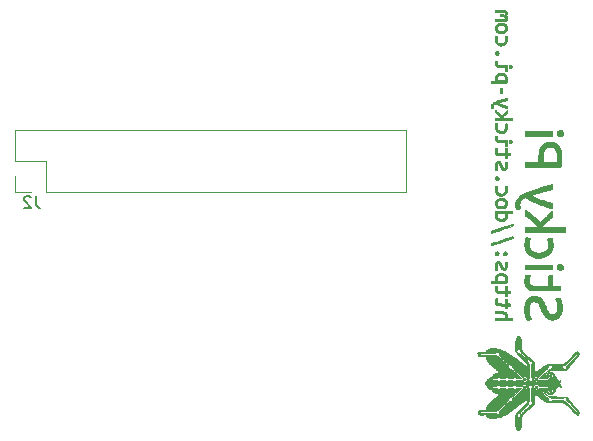
<source format=gbr>
G04 #@! TF.GenerationSoftware,KiCad,Pcbnew,6.0.0*
G04 #@! TF.CreationDate,2022-01-07T13:13:10+02:00*
G04 #@! TF.ProjectId,sticky_pi_hat,73746963-6b79-45f7-9069-5f6861742e6b,rev?*
G04 #@! TF.SameCoordinates,Original*
G04 #@! TF.FileFunction,Legend,Bot*
G04 #@! TF.FilePolarity,Positive*
%FSLAX46Y46*%
G04 Gerber Fmt 4.6, Leading zero omitted, Abs format (unit mm)*
G04 Created by KiCad (PCBNEW 6.0.0) date 2022-01-07 13:13:10*
%MOMM*%
%LPD*%
G01*
G04 APERTURE LIST*
%ADD10C,0.150000*%
%ADD11C,0.010000*%
%ADD12C,0.120000*%
G04 APERTURE END LIST*
D10*
X119328533Y-105949380D02*
X119328533Y-106663666D01*
X119376152Y-106806523D01*
X119471390Y-106901761D01*
X119614247Y-106949380D01*
X119709485Y-106949380D01*
X118899961Y-106044619D02*
X118852342Y-105997000D01*
X118757104Y-105949380D01*
X118519009Y-105949380D01*
X118423771Y-105997000D01*
X118376152Y-106044619D01*
X118328533Y-106139857D01*
X118328533Y-106235095D01*
X118376152Y-106377952D01*
X118947580Y-106949380D01*
X118328533Y-106949380D01*
D11*
X159199154Y-105241725D02*
X159188542Y-105162170D01*
X159188542Y-105162170D02*
X159182575Y-105137272D01*
X159182575Y-105137272D02*
X159169787Y-105099292D01*
X159169787Y-105099292D02*
X159153847Y-105080027D01*
X159153847Y-105080027D02*
X159127540Y-105077637D01*
X159127540Y-105077637D02*
X159083654Y-105090282D01*
X159083654Y-105090282D02*
X159048870Y-105103186D01*
X159048870Y-105103186D02*
X159021367Y-105118614D01*
X159021367Y-105118614D02*
X159018689Y-105141139D01*
X159018689Y-105141139D02*
X159023233Y-105154910D01*
X159023233Y-105154910D02*
X159044640Y-105241541D01*
X159044640Y-105241541D02*
X159050479Y-105339519D01*
X159050479Y-105339519D02*
X159041586Y-105438506D01*
X159041586Y-105438506D02*
X159018796Y-105528166D01*
X159018796Y-105528166D02*
X158987948Y-105591087D01*
X158987948Y-105591087D02*
X158928818Y-105652221D01*
X158928818Y-105652221D02*
X158848957Y-105696054D01*
X158848957Y-105696054D02*
X158754899Y-105720615D01*
X158754899Y-105720615D02*
X158653179Y-105723931D01*
X158653179Y-105723931D02*
X158583332Y-105713133D01*
X158583332Y-105713133D02*
X158496495Y-105677392D01*
X158496495Y-105677392D02*
X158424459Y-105617162D01*
X158424459Y-105617162D02*
X158372439Y-105537730D01*
X158372439Y-105537730D02*
X158351881Y-105478514D01*
X158351881Y-105478514D02*
X158342799Y-105413279D01*
X158342799Y-105413279D02*
X158340292Y-105329563D01*
X158340292Y-105329563D02*
X158344056Y-105239402D01*
X158344056Y-105239402D02*
X158353786Y-105154828D01*
X158353786Y-105154828D02*
X158361004Y-105117480D01*
X158361004Y-105117480D02*
X158364245Y-105091572D01*
X158364245Y-105091572D02*
X158353428Y-105077579D01*
X158353428Y-105077579D02*
X158321295Y-105068969D01*
X158321295Y-105068969D02*
X158303836Y-105066046D01*
X158303836Y-105066046D02*
X158254136Y-105062241D01*
X158254136Y-105062241D02*
X158228007Y-105071451D01*
X158228007Y-105071451D02*
X158224741Y-105075554D01*
X158224741Y-105075554D02*
X158206845Y-105121844D01*
X158206845Y-105121844D02*
X158193410Y-105190723D01*
X158193410Y-105190723D02*
X158184830Y-105273766D01*
X158184830Y-105273766D02*
X158181501Y-105362548D01*
X158181501Y-105362548D02*
X158183817Y-105448643D01*
X158183817Y-105448643D02*
X158192173Y-105523625D01*
X158192173Y-105523625D02*
X158201807Y-105564919D01*
X158201807Y-105564919D02*
X158236829Y-105654290D01*
X158236829Y-105654290D02*
X158282167Y-105725550D01*
X158282167Y-105725550D02*
X158331133Y-105778251D01*
X158331133Y-105778251D02*
X158400595Y-105835202D01*
X158400595Y-105835202D02*
X158471991Y-105871989D01*
X158471991Y-105871989D02*
X158557656Y-105894387D01*
X158557656Y-105894387D02*
X158590006Y-105899446D01*
X158590006Y-105899446D02*
X158727843Y-105905863D01*
X158727843Y-105905863D02*
X158852940Y-105886251D01*
X158852940Y-105886251D02*
X158962971Y-105841866D01*
X158962971Y-105841866D02*
X159055609Y-105773963D01*
X159055609Y-105773963D02*
X159128529Y-105683797D01*
X159128529Y-105683797D02*
X159175807Y-105583403D01*
X159175807Y-105583403D02*
X159191179Y-105516485D01*
X159191179Y-105516485D02*
X159200305Y-105429893D01*
X159200305Y-105429893D02*
X159203019Y-105334636D01*
X159203019Y-105334636D02*
X159199154Y-105241725D01*
X159199154Y-105241725D02*
X159199154Y-105241725D01*
G36*
X158303836Y-105066046D02*
G01*
X158321295Y-105068969D01*
X158353428Y-105077579D01*
X158364245Y-105091572D01*
X158361004Y-105117480D01*
X158353786Y-105154828D01*
X158344056Y-105239402D01*
X158340292Y-105329563D01*
X158342799Y-105413279D01*
X158351881Y-105478514D01*
X158372439Y-105537730D01*
X158424459Y-105617162D01*
X158496495Y-105677392D01*
X158583332Y-105713133D01*
X158653179Y-105723931D01*
X158754899Y-105720615D01*
X158848957Y-105696054D01*
X158928818Y-105652221D01*
X158987948Y-105591087D01*
X159018796Y-105528166D01*
X159041586Y-105438506D01*
X159050479Y-105339519D01*
X159044640Y-105241541D01*
X159023233Y-105154910D01*
X159018689Y-105141139D01*
X159021367Y-105118614D01*
X159048870Y-105103186D01*
X159083654Y-105090282D01*
X159127540Y-105077637D01*
X159153847Y-105080027D01*
X159169787Y-105099292D01*
X159182575Y-105137272D01*
X159188542Y-105162170D01*
X159199154Y-105241725D01*
X159203019Y-105334636D01*
X159200305Y-105429893D01*
X159191179Y-105516485D01*
X159175807Y-105583403D01*
X159128529Y-105683797D01*
X159055609Y-105773963D01*
X158962971Y-105841866D01*
X158852940Y-105886251D01*
X158727843Y-105905863D01*
X158590006Y-105899446D01*
X158557656Y-105894387D01*
X158471991Y-105871989D01*
X158400595Y-105835202D01*
X158331133Y-105778251D01*
X158282167Y-105725550D01*
X158236829Y-105654290D01*
X158201807Y-105564919D01*
X158192173Y-105523625D01*
X158183817Y-105448643D01*
X158181501Y-105362548D01*
X158184830Y-105273766D01*
X158193410Y-105190723D01*
X158206845Y-105121844D01*
X158224741Y-105075554D01*
X158228007Y-105071451D01*
X158254136Y-105062241D01*
X158303836Y-105066046D01*
G37*
X158303836Y-105066046D02*
X158321295Y-105068969D01*
X158353428Y-105077579D01*
X158364245Y-105091572D01*
X158361004Y-105117480D01*
X158353786Y-105154828D01*
X158344056Y-105239402D01*
X158340292Y-105329563D01*
X158342799Y-105413279D01*
X158351881Y-105478514D01*
X158372439Y-105537730D01*
X158424459Y-105617162D01*
X158496495Y-105677392D01*
X158583332Y-105713133D01*
X158653179Y-105723931D01*
X158754899Y-105720615D01*
X158848957Y-105696054D01*
X158928818Y-105652221D01*
X158987948Y-105591087D01*
X159018796Y-105528166D01*
X159041586Y-105438506D01*
X159050479Y-105339519D01*
X159044640Y-105241541D01*
X159023233Y-105154910D01*
X159018689Y-105141139D01*
X159021367Y-105118614D01*
X159048870Y-105103186D01*
X159083654Y-105090282D01*
X159127540Y-105077637D01*
X159153847Y-105080027D01*
X159169787Y-105099292D01*
X159182575Y-105137272D01*
X159188542Y-105162170D01*
X159199154Y-105241725D01*
X159203019Y-105334636D01*
X159200305Y-105429893D01*
X159191179Y-105516485D01*
X159175807Y-105583403D01*
X159128529Y-105683797D01*
X159055609Y-105773963D01*
X158962971Y-105841866D01*
X158852940Y-105886251D01*
X158727843Y-105905863D01*
X158590006Y-105899446D01*
X158557656Y-105894387D01*
X158471991Y-105871989D01*
X158400595Y-105835202D01*
X158331133Y-105778251D01*
X158282167Y-105725550D01*
X158236829Y-105654290D01*
X158201807Y-105564919D01*
X158192173Y-105523625D01*
X158183817Y-105448643D01*
X158181501Y-105362548D01*
X158184830Y-105273766D01*
X158193410Y-105190723D01*
X158206845Y-105121844D01*
X158224741Y-105075554D01*
X158228007Y-105071451D01*
X158254136Y-105062241D01*
X158303836Y-105066046D01*
X159675103Y-108286811D02*
X159664452Y-108281384D01*
X159664452Y-108281384D02*
X159662696Y-108281924D01*
X159662696Y-108281924D02*
X159644497Y-108287905D01*
X159644497Y-108287905D02*
X159599155Y-108302565D01*
X159599155Y-108302565D02*
X159529323Y-108325055D01*
X159529323Y-108325055D02*
X159437650Y-108354521D01*
X159437650Y-108354521D02*
X159326788Y-108390115D01*
X159326788Y-108390115D02*
X159199388Y-108430984D01*
X159199388Y-108430984D02*
X159058102Y-108476276D01*
X159058102Y-108476276D02*
X158905580Y-108525142D01*
X158905580Y-108525142D02*
X158746893Y-108575955D01*
X158746893Y-108575955D02*
X157851480Y-108862597D01*
X157851480Y-108862597D02*
X157851480Y-108953752D01*
X157851480Y-108953752D02*
X157852089Y-109002368D01*
X157852089Y-109002368D02*
X157853666Y-109035281D01*
X157853666Y-109035281D02*
X157855390Y-109044510D01*
X157855390Y-109044510D02*
X157870555Y-109039761D01*
X157870555Y-109039761D02*
X157912915Y-109026210D01*
X157912915Y-109026210D02*
X157979904Y-109004684D01*
X157979904Y-109004684D02*
X158068956Y-108976011D01*
X158068956Y-108976011D02*
X158177504Y-108941017D01*
X158177504Y-108941017D02*
X158302982Y-108900531D01*
X158302982Y-108900531D02*
X158442824Y-108855379D01*
X158442824Y-108855379D02*
X158594463Y-108806389D01*
X158594463Y-108806389D02*
X158755333Y-108754389D01*
X158755333Y-108754389D02*
X158766443Y-108750797D01*
X158766443Y-108750797D02*
X159673586Y-108457479D01*
X159673586Y-108457479D02*
X159678336Y-108366008D01*
X159678336Y-108366008D02*
X159679427Y-108313384D01*
X159679427Y-108313384D02*
X159675103Y-108286811D01*
X159675103Y-108286811D02*
X159675103Y-108286811D01*
G36*
X159675103Y-108286811D02*
G01*
X159679427Y-108313384D01*
X159678336Y-108366008D01*
X159673586Y-108457479D01*
X158766443Y-108750797D01*
X158755333Y-108754389D01*
X158594463Y-108806389D01*
X158442824Y-108855379D01*
X158302982Y-108900531D01*
X158177504Y-108941017D01*
X158068956Y-108976011D01*
X157979904Y-109004684D01*
X157912915Y-109026210D01*
X157870555Y-109039761D01*
X157855390Y-109044510D01*
X157853666Y-109035281D01*
X157852089Y-109002368D01*
X157851480Y-108953752D01*
X157851480Y-108862597D01*
X158746893Y-108575955D01*
X158905580Y-108525142D01*
X159058102Y-108476276D01*
X159199388Y-108430984D01*
X159326788Y-108390115D01*
X159437650Y-108354521D01*
X159529323Y-108325055D01*
X159599155Y-108302565D01*
X159644497Y-108287905D01*
X159662696Y-108281924D01*
X159664452Y-108281384D01*
X159675103Y-108286811D01*
G37*
X159675103Y-108286811D02*
X159679427Y-108313384D01*
X159678336Y-108366008D01*
X159673586Y-108457479D01*
X158766443Y-108750797D01*
X158755333Y-108754389D01*
X158594463Y-108806389D01*
X158442824Y-108855379D01*
X158302982Y-108900531D01*
X158177504Y-108941017D01*
X158068956Y-108976011D01*
X157979904Y-109004684D01*
X157912915Y-109026210D01*
X157870555Y-109039761D01*
X157855390Y-109044510D01*
X157853666Y-109035281D01*
X157852089Y-109002368D01*
X157851480Y-108953752D01*
X157851480Y-108862597D01*
X158746893Y-108575955D01*
X158905580Y-108525142D01*
X159058102Y-108476276D01*
X159199388Y-108430984D01*
X159326788Y-108390115D01*
X159437650Y-108354521D01*
X159529323Y-108325055D01*
X159599155Y-108302565D01*
X159644497Y-108287905D01*
X159662696Y-108281924D01*
X159664452Y-108281384D01*
X159675103Y-108286811D01*
X158828503Y-94843429D02*
X158696838Y-94842804D01*
X158696838Y-94842804D02*
X158592873Y-94840498D01*
X158592873Y-94840498D02*
X158513042Y-94835867D01*
X158513042Y-94835867D02*
X158453782Y-94828264D01*
X158453782Y-94828264D02*
X158411529Y-94817046D01*
X158411529Y-94817046D02*
X158382717Y-94801566D01*
X158382717Y-94801566D02*
X158363782Y-94781179D01*
X158363782Y-94781179D02*
X158351873Y-94757145D01*
X158351873Y-94757145D02*
X158337787Y-94678656D01*
X158337787Y-94678656D02*
X158349131Y-94589277D01*
X158349131Y-94589277D02*
X158359775Y-94554680D01*
X158359775Y-94554680D02*
X158372671Y-94515906D01*
X158372671Y-94515906D02*
X158378732Y-94492445D01*
X158378732Y-94492445D02*
X158378639Y-94489672D01*
X158378639Y-94489672D02*
X158362731Y-94485797D01*
X158362731Y-94485797D02*
X158325951Y-94479398D01*
X158325951Y-94479398D02*
X158302227Y-94475730D01*
X158302227Y-94475730D02*
X158229020Y-94464833D01*
X158229020Y-94464833D02*
X158204474Y-94547487D01*
X158204474Y-94547487D02*
X158187346Y-94629777D01*
X158187346Y-94629777D02*
X158181435Y-94716163D01*
X158181435Y-94716163D02*
X158186836Y-94795288D01*
X158186836Y-94795288D02*
X158201928Y-94852025D01*
X158201928Y-94852025D02*
X158241851Y-94911132D01*
X158241851Y-94911132D02*
X158301985Y-94962361D01*
X158301985Y-94962361D02*
X158371288Y-94996578D01*
X158371288Y-94996578D02*
X158379829Y-94999145D01*
X158379829Y-94999145D02*
X158413698Y-95004253D01*
X158413698Y-95004253D02*
X158472765Y-95008706D01*
X158472765Y-95008706D02*
X158550947Y-95012230D01*
X158550947Y-95012230D02*
X158642163Y-95014548D01*
X158642163Y-95014548D02*
X158739073Y-95015386D01*
X158739073Y-95015386D02*
X159040150Y-95015473D01*
X159040150Y-95015473D02*
X159040150Y-95312641D01*
X159040150Y-95312641D02*
X159180914Y-95312641D01*
X159180914Y-95312641D02*
X159180914Y-94843429D01*
X159180914Y-94843429D02*
X158828503Y-94843429D01*
X158828503Y-94843429D02*
X158828503Y-94843429D01*
G36*
X158302227Y-94475730D02*
G01*
X158325951Y-94479398D01*
X158362731Y-94485797D01*
X158378639Y-94489672D01*
X158378732Y-94492445D01*
X158372671Y-94515906D01*
X158359775Y-94554680D01*
X158349131Y-94589277D01*
X158337787Y-94678656D01*
X158351873Y-94757145D01*
X158363782Y-94781179D01*
X158382717Y-94801566D01*
X158411529Y-94817046D01*
X158453782Y-94828264D01*
X158513042Y-94835867D01*
X158592873Y-94840498D01*
X158696838Y-94842804D01*
X158828503Y-94843429D01*
X159180914Y-94843429D01*
X159180914Y-95312641D01*
X159040150Y-95312641D01*
X159040150Y-95015473D01*
X158739073Y-95015386D01*
X158642163Y-95014548D01*
X158550947Y-95012230D01*
X158472765Y-95008706D01*
X158413698Y-95004253D01*
X158379829Y-94999145D01*
X158371288Y-94996578D01*
X158301985Y-94962361D01*
X158241851Y-94911132D01*
X158201928Y-94852025D01*
X158186836Y-94795288D01*
X158181435Y-94716163D01*
X158187346Y-94629777D01*
X158204474Y-94547487D01*
X158229020Y-94464833D01*
X158302227Y-94475730D01*
G37*
X158302227Y-94475730D02*
X158325951Y-94479398D01*
X158362731Y-94485797D01*
X158378639Y-94489672D01*
X158378732Y-94492445D01*
X158372671Y-94515906D01*
X158359775Y-94554680D01*
X158349131Y-94589277D01*
X158337787Y-94678656D01*
X158351873Y-94757145D01*
X158363782Y-94781179D01*
X158382717Y-94801566D01*
X158411529Y-94817046D01*
X158453782Y-94828264D01*
X158513042Y-94835867D01*
X158592873Y-94840498D01*
X158696838Y-94842804D01*
X158828503Y-94843429D01*
X159180914Y-94843429D01*
X159180914Y-95312641D01*
X159040150Y-95312641D01*
X159040150Y-95015473D01*
X158739073Y-95015386D01*
X158642163Y-95014548D01*
X158550947Y-95012230D01*
X158472765Y-95008706D01*
X158413698Y-95004253D01*
X158379829Y-94999145D01*
X158371288Y-94996578D01*
X158301985Y-94962361D01*
X158241851Y-94911132D01*
X158201928Y-94852025D01*
X158186836Y-94795288D01*
X158181435Y-94716163D01*
X158187346Y-94629777D01*
X158204474Y-94547487D01*
X158229020Y-94464833D01*
X158302227Y-94475730D01*
X162952769Y-122344783D02*
X162919698Y-122303702D01*
X162919698Y-122303702D02*
X162876109Y-122279447D01*
X162876109Y-122279447D02*
X162856406Y-122276680D01*
X162856406Y-122276680D02*
X162825777Y-122285924D01*
X162825777Y-122285924D02*
X162789220Y-122308249D01*
X162789220Y-122308249D02*
X162788134Y-122309096D01*
X162788134Y-122309096D02*
X162754546Y-122352908D01*
X162754546Y-122352908D02*
X162748404Y-122405120D01*
X162748404Y-122405120D02*
X162770316Y-122458068D01*
X162770316Y-122458068D02*
X162775767Y-122465239D01*
X162775767Y-122465239D02*
X162817239Y-122495792D01*
X162817239Y-122495792D02*
X162865168Y-122501882D01*
X162865168Y-122501882D02*
X162911310Y-122486657D01*
X162911310Y-122486657D02*
X162947416Y-122453262D01*
X162947416Y-122453262D02*
X162965240Y-122404845D01*
X162965240Y-122404845D02*
X162965889Y-122392694D01*
X162965889Y-122392694D02*
X162952769Y-122344783D01*
X162952769Y-122344783D02*
X162952769Y-122344783D01*
G36*
X162876109Y-122279447D02*
G01*
X162919698Y-122303702D01*
X162952769Y-122344783D01*
X162965889Y-122392694D01*
X162965240Y-122404845D01*
X162947416Y-122453262D01*
X162911310Y-122486657D01*
X162865168Y-122501882D01*
X162817239Y-122495792D01*
X162775767Y-122465239D01*
X162770316Y-122458068D01*
X162748404Y-122405120D01*
X162754546Y-122352908D01*
X162788134Y-122309096D01*
X162789220Y-122308249D01*
X162825777Y-122285924D01*
X162856406Y-122276680D01*
X162876109Y-122279447D01*
G37*
X162876109Y-122279447D02*
X162919698Y-122303702D01*
X162952769Y-122344783D01*
X162965889Y-122392694D01*
X162965240Y-122404845D01*
X162947416Y-122453262D01*
X162911310Y-122486657D01*
X162865168Y-122501882D01*
X162817239Y-122495792D01*
X162775767Y-122465239D01*
X162770316Y-122458068D01*
X162748404Y-122405120D01*
X162754546Y-122352908D01*
X162788134Y-122309096D01*
X162789220Y-122308249D01*
X162825777Y-122285924D01*
X162856406Y-122276680D01*
X162876109Y-122279447D01*
X158739073Y-96770290D02*
X158656961Y-96775018D01*
X158656961Y-96775018D02*
X158652632Y-97005713D01*
X158652632Y-97005713D02*
X158648304Y-97236409D01*
X158648304Y-97236409D02*
X158821185Y-97236409D01*
X158821185Y-97236409D02*
X158821185Y-96765563D01*
X158821185Y-96765563D02*
X158739073Y-96770290D01*
X158739073Y-96770290D02*
X158739073Y-96770290D01*
G36*
X158821185Y-97236409D02*
G01*
X158648304Y-97236409D01*
X158652632Y-97005713D01*
X158656961Y-96775018D01*
X158739073Y-96770290D01*
X158821185Y-96765563D01*
X158821185Y-97236409D01*
G37*
X158821185Y-97236409D02*
X158648304Y-97236409D01*
X158652632Y-97005713D01*
X158656961Y-96775018D01*
X158739073Y-96770290D01*
X158821185Y-96765563D01*
X158821185Y-97236409D01*
X158482231Y-110710234D02*
X158442759Y-110663516D01*
X158442759Y-110663516D02*
X158384398Y-110631282D01*
X158384398Y-110631282D02*
X158322947Y-110624470D01*
X158322947Y-110624470D02*
X158265167Y-110640186D01*
X158265167Y-110640186D02*
X158217821Y-110675533D01*
X158217821Y-110675533D02*
X158187668Y-110727617D01*
X158187668Y-110727617D02*
X158180404Y-110775877D01*
X158180404Y-110775877D02*
X158184794Y-110822722D01*
X158184794Y-110822722D02*
X158194941Y-110859464D01*
X158194941Y-110859464D02*
X158196822Y-110863103D01*
X158196822Y-110863103D02*
X158227895Y-110894494D01*
X158227895Y-110894494D02*
X158275227Y-110921584D01*
X158275227Y-110921584D02*
X158324003Y-110936481D01*
X158324003Y-110936481D02*
X158336333Y-110937395D01*
X158336333Y-110937395D02*
X158393798Y-110923871D01*
X158393798Y-110923871D02*
X158447154Y-110889108D01*
X158447154Y-110889108D02*
X158483316Y-110841818D01*
X158483316Y-110841818D02*
X158484726Y-110838599D01*
X158484726Y-110838599D02*
X158498691Y-110771097D01*
X158498691Y-110771097D02*
X158482231Y-110710234D01*
X158482231Y-110710234D02*
X158482231Y-110710234D01*
G36*
X158384398Y-110631282D02*
G01*
X158442759Y-110663516D01*
X158482231Y-110710234D01*
X158498691Y-110771097D01*
X158484726Y-110838599D01*
X158483316Y-110841818D01*
X158447154Y-110889108D01*
X158393798Y-110923871D01*
X158336333Y-110937395D01*
X158324003Y-110936481D01*
X158275227Y-110921584D01*
X158227895Y-110894494D01*
X158196822Y-110863103D01*
X158194941Y-110859464D01*
X158184794Y-110822722D01*
X158180404Y-110775877D01*
X158187668Y-110727617D01*
X158217821Y-110675533D01*
X158265167Y-110640186D01*
X158322947Y-110624470D01*
X158384398Y-110631282D01*
G37*
X158384398Y-110631282D02*
X158442759Y-110663516D01*
X158482231Y-110710234D01*
X158498691Y-110771097D01*
X158484726Y-110838599D01*
X158483316Y-110841818D01*
X158447154Y-110889108D01*
X158393798Y-110923871D01*
X158336333Y-110937395D01*
X158324003Y-110936481D01*
X158275227Y-110921584D01*
X158227895Y-110894494D01*
X158196822Y-110863103D01*
X158194941Y-110859464D01*
X158184794Y-110822722D01*
X158180404Y-110775877D01*
X158187668Y-110727617D01*
X158217821Y-110675533D01*
X158265167Y-110640186D01*
X158322947Y-110624470D01*
X158384398Y-110631282D01*
X160729313Y-111735055D02*
X160729313Y-112141705D01*
X160729313Y-112141705D02*
X163012810Y-112141705D01*
X163012810Y-112141705D02*
X163012810Y-111735055D01*
X163012810Y-111735055D02*
X160729313Y-111735055D01*
X160729313Y-111735055D02*
X160729313Y-111735055D01*
G36*
X163012810Y-112141705D02*
G01*
X160729313Y-112141705D01*
X160729313Y-111735055D01*
X163012810Y-111735055D01*
X163012810Y-112141705D01*
G37*
X163012810Y-112141705D02*
X160729313Y-112141705D01*
X160729313Y-111735055D01*
X163012810Y-111735055D01*
X163012810Y-112141705D01*
X161770142Y-121390243D02*
X161752872Y-121357377D01*
X161752872Y-121357377D02*
X161718626Y-121329586D01*
X161718626Y-121329586D02*
X161674670Y-121322616D01*
X161674670Y-121322616D02*
X161618894Y-121334915D01*
X161618894Y-121334915D02*
X161579600Y-121366849D01*
X161579600Y-121366849D02*
X161560014Y-121410980D01*
X161560014Y-121410980D02*
X161563363Y-121459866D01*
X161563363Y-121459866D02*
X161592874Y-121506067D01*
X161592874Y-121506067D02*
X161594453Y-121507575D01*
X161594453Y-121507575D02*
X161642122Y-121536266D01*
X161642122Y-121536266D02*
X161689427Y-121539030D01*
X161689427Y-121539030D02*
X161731124Y-121520839D01*
X161731124Y-121520839D02*
X161761972Y-121486663D01*
X161761972Y-121486663D02*
X161776725Y-121441474D01*
X161776725Y-121441474D02*
X161770142Y-121390243D01*
X161770142Y-121390243D02*
X161770142Y-121390243D01*
G36*
X161718626Y-121329586D02*
G01*
X161752872Y-121357377D01*
X161770142Y-121390243D01*
X161776725Y-121441474D01*
X161761972Y-121486663D01*
X161731124Y-121520839D01*
X161689427Y-121539030D01*
X161642122Y-121536266D01*
X161594453Y-121507575D01*
X161592874Y-121506067D01*
X161563363Y-121459866D01*
X161560014Y-121410980D01*
X161579600Y-121366849D01*
X161618894Y-121334915D01*
X161674670Y-121322616D01*
X161718626Y-121329586D01*
G37*
X161718626Y-121329586D02*
X161752872Y-121357377D01*
X161770142Y-121390243D01*
X161776725Y-121441474D01*
X161761972Y-121486663D01*
X161731124Y-121520839D01*
X161689427Y-121539030D01*
X161642122Y-121536266D01*
X161594453Y-121507575D01*
X161592874Y-121506067D01*
X161563363Y-121459866D01*
X161560014Y-121410980D01*
X161579600Y-121366849D01*
X161618894Y-121334915D01*
X161674670Y-121322616D01*
X161718626Y-121329586D01*
X162952861Y-121078314D02*
X162919891Y-121036847D01*
X162919891Y-121036847D02*
X162876153Y-121012538D01*
X162876153Y-121012538D02*
X162856406Y-121009808D01*
X162856406Y-121009808D02*
X162810862Y-121023767D01*
X162810862Y-121023767D02*
X162772160Y-121059092D01*
X162772160Y-121059092D02*
X162749472Y-121105954D01*
X162749472Y-121105954D02*
X162746924Y-121127111D01*
X162746924Y-121127111D02*
X162757529Y-121177398D01*
X162757529Y-121177398D02*
X162788134Y-121211998D01*
X162788134Y-121211998D02*
X162824598Y-121234610D01*
X162824598Y-121234610D02*
X162855685Y-121244403D01*
X162855685Y-121244403D02*
X162856406Y-121244414D01*
X162856406Y-121244414D02*
X162901951Y-121230455D01*
X162901951Y-121230455D02*
X162940653Y-121195131D01*
X162940653Y-121195131D02*
X162963341Y-121148268D01*
X162963341Y-121148268D02*
X162965889Y-121127111D01*
X162965889Y-121127111D02*
X162952861Y-121078314D01*
X162952861Y-121078314D02*
X162952861Y-121078314D01*
G36*
X162876153Y-121012538D02*
G01*
X162919891Y-121036847D01*
X162952861Y-121078314D01*
X162965889Y-121127111D01*
X162963341Y-121148268D01*
X162940653Y-121195131D01*
X162901951Y-121230455D01*
X162856406Y-121244414D01*
X162855685Y-121244403D01*
X162824598Y-121234610D01*
X162788134Y-121211998D01*
X162757529Y-121177398D01*
X162746924Y-121127111D01*
X162749472Y-121105954D01*
X162772160Y-121059092D01*
X162810862Y-121023767D01*
X162856406Y-121009808D01*
X162876153Y-121012538D01*
G37*
X162876153Y-121012538D02*
X162919891Y-121036847D01*
X162952861Y-121078314D01*
X162965889Y-121127111D01*
X162963341Y-121148268D01*
X162940653Y-121195131D01*
X162901951Y-121230455D01*
X162856406Y-121244414D01*
X162855685Y-121244403D01*
X162824598Y-121234610D01*
X162788134Y-121211998D01*
X162757529Y-121177398D01*
X162746924Y-121127111D01*
X162749472Y-121105954D01*
X162772160Y-121059092D01*
X162810862Y-121023767D01*
X162856406Y-121009808D01*
X162876153Y-121012538D01*
X163806522Y-102571508D02*
X163803668Y-102469172D01*
X163803668Y-102469172D02*
X163797831Y-102383339D01*
X163797831Y-102383339D02*
X163796043Y-102366459D01*
X163796043Y-102366459D02*
X163760404Y-102148234D01*
X163760404Y-102148234D02*
X163706598Y-101955203D01*
X163706598Y-101955203D02*
X163634680Y-101787448D01*
X163634680Y-101787448D02*
X163544706Y-101645049D01*
X163544706Y-101645049D02*
X163436733Y-101528087D01*
X163436733Y-101528087D02*
X163310817Y-101436643D01*
X163310817Y-101436643D02*
X163167014Y-101370799D01*
X163167014Y-101370799D02*
X163091012Y-101348150D01*
X163091012Y-101348150D02*
X163014578Y-101335202D01*
X163014578Y-101335202D02*
X162919045Y-101328210D01*
X162919045Y-101328210D02*
X162814538Y-101327030D01*
X162814538Y-101327030D02*
X162711177Y-101331521D01*
X162711177Y-101331521D02*
X162619085Y-101341539D01*
X162619085Y-101341539D02*
X162552236Y-101355748D01*
X162552236Y-101355748D02*
X162401100Y-101414462D01*
X162401100Y-101414462D02*
X162270294Y-101493920D01*
X162270294Y-101493920D02*
X162159029Y-101595184D01*
X162159029Y-101595184D02*
X162066514Y-101719315D01*
X162066514Y-101719315D02*
X161991961Y-101867374D01*
X161991961Y-101867374D02*
X161934578Y-102040424D01*
X161934578Y-102040424D02*
X161893576Y-102239525D01*
X161893576Y-102239525D02*
X161893295Y-102241335D01*
X161893295Y-102241335D02*
X161885562Y-102304533D01*
X161885562Y-102304533D02*
X161877864Y-102391137D01*
X161877864Y-102391137D02*
X161870749Y-102493277D01*
X161870749Y-102493277D02*
X161864764Y-102603085D01*
X161864764Y-102603085D02*
X161860455Y-102712689D01*
X161860455Y-102712689D02*
X161860401Y-102714457D01*
X161860401Y-102714457D02*
X161850518Y-103038995D01*
X161850518Y-103038995D02*
X160729313Y-103038995D01*
X160729313Y-103038995D02*
X160729313Y-103461286D01*
X160729313Y-103461286D02*
X162229868Y-103461286D01*
X162229868Y-103461286D02*
X162475426Y-103461137D01*
X162475426Y-103461137D02*
X162703605Y-103460699D01*
X162703605Y-103460699D02*
X162912970Y-103459985D01*
X162912970Y-103459985D02*
X163102083Y-103459010D01*
X163102083Y-103459010D02*
X163269511Y-103457787D01*
X163269511Y-103457787D02*
X163413817Y-103456330D01*
X163413817Y-103456330D02*
X163417210Y-103456283D01*
X163417210Y-103456283D02*
X163417210Y-103038995D01*
X163417210Y-103038995D02*
X162226757Y-103038995D01*
X162226757Y-103038995D02*
X162234976Y-102690997D01*
X162234976Y-102690997D02*
X162239062Y-102553486D01*
X162239062Y-102553486D02*
X162244289Y-102443737D01*
X162244289Y-102443737D02*
X162250924Y-102358242D01*
X162250924Y-102358242D02*
X162259235Y-102293494D01*
X162259235Y-102293494D02*
X162268612Y-102249156D01*
X162268612Y-102249156D02*
X162310627Y-102125956D01*
X162310627Y-102125956D02*
X162364684Y-102017772D01*
X162364684Y-102017772D02*
X162427253Y-101931089D01*
X162427253Y-101931089D02*
X162459394Y-101898914D01*
X162459394Y-101898914D02*
X162530436Y-101846141D01*
X162530436Y-101846141D02*
X162607574Y-101810258D01*
X162607574Y-101810258D02*
X162697952Y-101789080D01*
X162697952Y-101789080D02*
X162808712Y-101780425D01*
X162808712Y-101780425D02*
X162848586Y-101779944D01*
X162848586Y-101779944D02*
X162924489Y-101780891D01*
X162924489Y-101780891D02*
X162978971Y-101784897D01*
X162978971Y-101784897D02*
X163021864Y-101793707D01*
X163021864Y-101793707D02*
X163063002Y-101809066D01*
X163063002Y-101809066D02*
X163093523Y-101823421D01*
X163093523Y-101823421D02*
X163196159Y-101891035D01*
X163196159Y-101891035D02*
X163281369Y-101984040D01*
X163281369Y-101984040D02*
X163348361Y-102101337D01*
X163348361Y-102101337D02*
X163396341Y-102241824D01*
X163396341Y-102241824D02*
X163397122Y-102244946D01*
X163397122Y-102244946D02*
X163406972Y-102300602D01*
X163406972Y-102300602D02*
X163415805Y-102380115D01*
X163415805Y-102380115D02*
X163423295Y-102476069D01*
X163423295Y-102476069D02*
X163429115Y-102581047D01*
X163429115Y-102581047D02*
X163432936Y-102687634D01*
X163432936Y-102687634D02*
X163434432Y-102788413D01*
X163434432Y-102788413D02*
X163433276Y-102875968D01*
X163433276Y-102875968D02*
X163429141Y-102942883D01*
X163429141Y-102942883D02*
X163428251Y-102950628D01*
X163428251Y-102950628D02*
X163417210Y-103038995D01*
X163417210Y-103038995D02*
X163417210Y-103456283D01*
X163417210Y-103456283D02*
X163533566Y-103454653D01*
X163533566Y-103454653D02*
X163627322Y-103452769D01*
X163627322Y-103452769D02*
X163693650Y-103450693D01*
X163693650Y-103450693D02*
X163731114Y-103448438D01*
X163731114Y-103448438D02*
X163739375Y-103446801D01*
X163739375Y-103446801D02*
X163752080Y-103410948D01*
X163752080Y-103410948D02*
X163764060Y-103348595D01*
X163764060Y-103348595D02*
X163775062Y-103264522D01*
X163775062Y-103264522D02*
X163784837Y-103163505D01*
X163784837Y-103163505D02*
X163793133Y-103050324D01*
X163793133Y-103050324D02*
X163799700Y-102929755D01*
X163799700Y-102929755D02*
X163804288Y-102806578D01*
X163804288Y-102806578D02*
X163806646Y-102685569D01*
X163806646Y-102685569D02*
X163806522Y-102571508D01*
X163806522Y-102571508D02*
X163806522Y-102571508D01*
G36*
X163413817Y-103456330D02*
G01*
X163269511Y-103457787D01*
X163102083Y-103459010D01*
X162912970Y-103459985D01*
X162703605Y-103460699D01*
X162475426Y-103461137D01*
X162229868Y-103461286D01*
X160729313Y-103461286D01*
X160729313Y-103038995D01*
X161850518Y-103038995D01*
X162226757Y-103038995D01*
X163417210Y-103038995D01*
X163428251Y-102950628D01*
X163429141Y-102942883D01*
X163433276Y-102875968D01*
X163434432Y-102788413D01*
X163432936Y-102687634D01*
X163429115Y-102581047D01*
X163423295Y-102476069D01*
X163415805Y-102380115D01*
X163406972Y-102300602D01*
X163397122Y-102244946D01*
X163396341Y-102241824D01*
X163348361Y-102101337D01*
X163281369Y-101984040D01*
X163196159Y-101891035D01*
X163093523Y-101823421D01*
X163063002Y-101809066D01*
X163021864Y-101793707D01*
X162978971Y-101784897D01*
X162924489Y-101780891D01*
X162848586Y-101779944D01*
X162808712Y-101780425D01*
X162697952Y-101789080D01*
X162607574Y-101810258D01*
X162530436Y-101846141D01*
X162459394Y-101898914D01*
X162427253Y-101931089D01*
X162364684Y-102017772D01*
X162310627Y-102125956D01*
X162268612Y-102249156D01*
X162259235Y-102293494D01*
X162250924Y-102358242D01*
X162244289Y-102443737D01*
X162239062Y-102553486D01*
X162234976Y-102690997D01*
X162226757Y-103038995D01*
X161850518Y-103038995D01*
X161860401Y-102714457D01*
X161860455Y-102712689D01*
X161864764Y-102603085D01*
X161870749Y-102493277D01*
X161877864Y-102391137D01*
X161885562Y-102304533D01*
X161893295Y-102241335D01*
X161893576Y-102239525D01*
X161934578Y-102040424D01*
X161991961Y-101867374D01*
X162066514Y-101719315D01*
X162159029Y-101595184D01*
X162270294Y-101493920D01*
X162401100Y-101414462D01*
X162552236Y-101355748D01*
X162619085Y-101341539D01*
X162711177Y-101331521D01*
X162814538Y-101327030D01*
X162919045Y-101328210D01*
X163014578Y-101335202D01*
X163091012Y-101348150D01*
X163167014Y-101370799D01*
X163310817Y-101436643D01*
X163436733Y-101528087D01*
X163544706Y-101645049D01*
X163634680Y-101787448D01*
X163706598Y-101955203D01*
X163760404Y-102148234D01*
X163796043Y-102366459D01*
X163797831Y-102383339D01*
X163803668Y-102469172D01*
X163806522Y-102571508D01*
X163806646Y-102685569D01*
X163804288Y-102806578D01*
X163799700Y-102929755D01*
X163793133Y-103050324D01*
X163784837Y-103163505D01*
X163775062Y-103264522D01*
X163764060Y-103348595D01*
X163752080Y-103410948D01*
X163739375Y-103446801D01*
X163731114Y-103448438D01*
X163693650Y-103450693D01*
X163627322Y-103452769D01*
X163533566Y-103454653D01*
X163417210Y-103456283D01*
X163413817Y-103456330D01*
G37*
X163413817Y-103456330D02*
X163269511Y-103457787D01*
X163102083Y-103459010D01*
X162912970Y-103459985D01*
X162703605Y-103460699D01*
X162475426Y-103461137D01*
X162229868Y-103461286D01*
X160729313Y-103461286D01*
X160729313Y-103038995D01*
X161850518Y-103038995D01*
X162226757Y-103038995D01*
X163417210Y-103038995D01*
X163428251Y-102950628D01*
X163429141Y-102942883D01*
X163433276Y-102875968D01*
X163434432Y-102788413D01*
X163432936Y-102687634D01*
X163429115Y-102581047D01*
X163423295Y-102476069D01*
X163415805Y-102380115D01*
X163406972Y-102300602D01*
X163397122Y-102244946D01*
X163396341Y-102241824D01*
X163348361Y-102101337D01*
X163281369Y-101984040D01*
X163196159Y-101891035D01*
X163093523Y-101823421D01*
X163063002Y-101809066D01*
X163021864Y-101793707D01*
X162978971Y-101784897D01*
X162924489Y-101780891D01*
X162848586Y-101779944D01*
X162808712Y-101780425D01*
X162697952Y-101789080D01*
X162607574Y-101810258D01*
X162530436Y-101846141D01*
X162459394Y-101898914D01*
X162427253Y-101931089D01*
X162364684Y-102017772D01*
X162310627Y-102125956D01*
X162268612Y-102249156D01*
X162259235Y-102293494D01*
X162250924Y-102358242D01*
X162244289Y-102443737D01*
X162239062Y-102553486D01*
X162234976Y-102690997D01*
X162226757Y-103038995D01*
X161850518Y-103038995D01*
X161860401Y-102714457D01*
X161860455Y-102712689D01*
X161864764Y-102603085D01*
X161870749Y-102493277D01*
X161877864Y-102391137D01*
X161885562Y-102304533D01*
X161893295Y-102241335D01*
X161893576Y-102239525D01*
X161934578Y-102040424D01*
X161991961Y-101867374D01*
X162066514Y-101719315D01*
X162159029Y-101595184D01*
X162270294Y-101493920D01*
X162401100Y-101414462D01*
X162552236Y-101355748D01*
X162619085Y-101341539D01*
X162711177Y-101331521D01*
X162814538Y-101327030D01*
X162919045Y-101328210D01*
X163014578Y-101335202D01*
X163091012Y-101348150D01*
X163167014Y-101370799D01*
X163310817Y-101436643D01*
X163436733Y-101528087D01*
X163544706Y-101645049D01*
X163634680Y-101787448D01*
X163706598Y-101955203D01*
X163760404Y-102148234D01*
X163796043Y-102366459D01*
X163797831Y-102383339D01*
X163803668Y-102469172D01*
X163806522Y-102571508D01*
X163806646Y-102685569D01*
X163804288Y-102806578D01*
X163799700Y-102929755D01*
X163793133Y-103050324D01*
X163784837Y-103163505D01*
X163775062Y-103264522D01*
X163764060Y-103348595D01*
X163752080Y-103410948D01*
X163739375Y-103446801D01*
X163731114Y-103448438D01*
X163693650Y-103450693D01*
X163627322Y-103452769D01*
X163533566Y-103454653D01*
X163417210Y-103456283D01*
X163413817Y-103456330D01*
X159114442Y-98284239D02*
X159057527Y-98268099D01*
X159057527Y-98268099D02*
X158979954Y-98243835D01*
X158979954Y-98243835D02*
X158888942Y-98213936D01*
X158888942Y-98213936D02*
X158791712Y-98180893D01*
X158791712Y-98180893D02*
X158695482Y-98147196D01*
X158695482Y-98147196D02*
X158607473Y-98115337D01*
X158607473Y-98115337D02*
X158534902Y-98087805D01*
X158534902Y-98087805D02*
X158485055Y-98067121D01*
X158485055Y-98067121D02*
X158391351Y-98024467D01*
X158391351Y-98024467D02*
X158531976Y-97980016D01*
X158531976Y-97980016D02*
X158598079Y-97959994D01*
X158598079Y-97959994D02*
X158684967Y-97934932D01*
X158684967Y-97934932D02*
X158783113Y-97907514D01*
X158783113Y-97907514D02*
X158882988Y-97880425D01*
X158882988Y-97880425D02*
X158922847Y-97869873D01*
X158922847Y-97869873D02*
X159173094Y-97804182D01*
X159173094Y-97804182D02*
X159177784Y-97715800D01*
X159177784Y-97715800D02*
X159178831Y-97663932D01*
X159178831Y-97663932D02*
X159174030Y-97636655D01*
X159174030Y-97636655D02*
X159162026Y-97627604D01*
X159162026Y-97627604D02*
X159158950Y-97627419D01*
X159158950Y-97627419D02*
X159131365Y-97632059D01*
X159131365Y-97632059D02*
X159079275Y-97644939D01*
X159079275Y-97644939D02*
X159007879Y-97664498D01*
X159007879Y-97664498D02*
X158922378Y-97689173D01*
X158922378Y-97689173D02*
X158827971Y-97717405D01*
X158827971Y-97717405D02*
X158729859Y-97747631D01*
X158729859Y-97747631D02*
X158633243Y-97778291D01*
X158633243Y-97778291D02*
X158543321Y-97807823D01*
X158543321Y-97807823D02*
X158465294Y-97834666D01*
X158465294Y-97834666D02*
X158447949Y-97840885D01*
X158447949Y-97840885D02*
X158291859Y-97900097D01*
X158291859Y-97900097D02*
X158164003Y-97955230D01*
X158164003Y-97955230D02*
X158061953Y-98008388D01*
X158061953Y-98008388D02*
X157983277Y-98061674D01*
X157983277Y-98061674D02*
X157925548Y-98117192D01*
X157925548Y-98117192D02*
X157886334Y-98177045D01*
X157886334Y-98177045D02*
X157863208Y-98243336D01*
X157863208Y-98243336D02*
X157853739Y-98318169D01*
X157853739Y-98318169D02*
X157853295Y-98355725D01*
X157853295Y-98355725D02*
X157855257Y-98414911D01*
X157855257Y-98414911D02*
X157858633Y-98464520D01*
X157858633Y-98464520D02*
X157862545Y-98493023D01*
X157862545Y-98493023D02*
X157872777Y-98511442D01*
X157872777Y-98511442D02*
X157896217Y-98515583D01*
X157896217Y-98515583D02*
X157927083Y-98511154D01*
X157927083Y-98511154D02*
X157974971Y-98500382D01*
X157974971Y-98500382D02*
X157998466Y-98485853D01*
X157998466Y-98485853D02*
X158004114Y-98459201D01*
X158004114Y-98459201D02*
X157999458Y-98418670D01*
X157999458Y-98418670D02*
X157998878Y-98324454D01*
X157998878Y-98324454D02*
X158027133Y-98242293D01*
X158027133Y-98242293D02*
X158084152Y-98172389D01*
X158084152Y-98172389D02*
X158089258Y-98167926D01*
X158089258Y-98167926D02*
X158130872Y-98136610D01*
X158130872Y-98136610D02*
X158167352Y-98116422D01*
X158167352Y-98116422D02*
X158183091Y-98112271D01*
X158183091Y-98112271D02*
X158209457Y-98119037D01*
X158209457Y-98119037D02*
X158255331Y-98137115D01*
X158255331Y-98137115D02*
X158312577Y-98163175D01*
X158312577Y-98163175D02*
X158338058Y-98175701D01*
X158338058Y-98175701D02*
X158415347Y-98212618D01*
X158415347Y-98212618D02*
X158506875Y-98253213D01*
X158506875Y-98253213D02*
X158607746Y-98295625D01*
X158607746Y-98295625D02*
X158713066Y-98337997D01*
X158713066Y-98337997D02*
X158817936Y-98378469D01*
X158817936Y-98378469D02*
X158917461Y-98415181D01*
X158917461Y-98415181D02*
X159006746Y-98446276D01*
X159006746Y-98446276D02*
X159080893Y-98469893D01*
X159080893Y-98469893D02*
X159135006Y-98484175D01*
X159135006Y-98484175D02*
X159159631Y-98487641D01*
X159159631Y-98487641D02*
X159172423Y-98477903D01*
X159172423Y-98477903D02*
X159179166Y-98445681D01*
X159179166Y-98445681D02*
X159180914Y-98394401D01*
X159180914Y-98394401D02*
X159180914Y-98301162D01*
X159180914Y-98301162D02*
X159114442Y-98284239D01*
X159114442Y-98284239D02*
X159114442Y-98284239D01*
G36*
X159162026Y-97627604D02*
G01*
X159174030Y-97636655D01*
X159178831Y-97663932D01*
X159177784Y-97715800D01*
X159173094Y-97804182D01*
X158922847Y-97869873D01*
X158882988Y-97880425D01*
X158783113Y-97907514D01*
X158684967Y-97934932D01*
X158598079Y-97959994D01*
X158531976Y-97980016D01*
X158391351Y-98024467D01*
X158485055Y-98067121D01*
X158534902Y-98087805D01*
X158607473Y-98115337D01*
X158695482Y-98147196D01*
X158791712Y-98180893D01*
X158888942Y-98213936D01*
X158979954Y-98243835D01*
X159057527Y-98268099D01*
X159114442Y-98284239D01*
X159180914Y-98301162D01*
X159180914Y-98394401D01*
X159179166Y-98445681D01*
X159172423Y-98477903D01*
X159159631Y-98487641D01*
X159135006Y-98484175D01*
X159080893Y-98469893D01*
X159006746Y-98446276D01*
X158917461Y-98415181D01*
X158817936Y-98378469D01*
X158713066Y-98337997D01*
X158607746Y-98295625D01*
X158506875Y-98253213D01*
X158415347Y-98212618D01*
X158338058Y-98175701D01*
X158312577Y-98163175D01*
X158255331Y-98137115D01*
X158209457Y-98119037D01*
X158183091Y-98112271D01*
X158167352Y-98116422D01*
X158130872Y-98136610D01*
X158089258Y-98167926D01*
X158084152Y-98172389D01*
X158027133Y-98242293D01*
X157998878Y-98324454D01*
X157999458Y-98418670D01*
X158004114Y-98459201D01*
X157998466Y-98485853D01*
X157974971Y-98500382D01*
X157927083Y-98511154D01*
X157896217Y-98515583D01*
X157872777Y-98511442D01*
X157862545Y-98493023D01*
X157858633Y-98464520D01*
X157855257Y-98414911D01*
X157853295Y-98355725D01*
X157853739Y-98318169D01*
X157863208Y-98243336D01*
X157886334Y-98177045D01*
X157925548Y-98117192D01*
X157983277Y-98061674D01*
X158061953Y-98008388D01*
X158164003Y-97955230D01*
X158291859Y-97900097D01*
X158447949Y-97840885D01*
X158465294Y-97834666D01*
X158543321Y-97807823D01*
X158633243Y-97778291D01*
X158729859Y-97747631D01*
X158827971Y-97717405D01*
X158922378Y-97689173D01*
X159007879Y-97664498D01*
X159079275Y-97644939D01*
X159131365Y-97632059D01*
X159158950Y-97627419D01*
X159162026Y-97627604D01*
G37*
X159162026Y-97627604D02*
X159174030Y-97636655D01*
X159178831Y-97663932D01*
X159177784Y-97715800D01*
X159173094Y-97804182D01*
X158922847Y-97869873D01*
X158882988Y-97880425D01*
X158783113Y-97907514D01*
X158684967Y-97934932D01*
X158598079Y-97959994D01*
X158531976Y-97980016D01*
X158391351Y-98024467D01*
X158485055Y-98067121D01*
X158534902Y-98087805D01*
X158607473Y-98115337D01*
X158695482Y-98147196D01*
X158791712Y-98180893D01*
X158888942Y-98213936D01*
X158979954Y-98243835D01*
X159057527Y-98268099D01*
X159114442Y-98284239D01*
X159180914Y-98301162D01*
X159180914Y-98394401D01*
X159179166Y-98445681D01*
X159172423Y-98477903D01*
X159159631Y-98487641D01*
X159135006Y-98484175D01*
X159080893Y-98469893D01*
X159006746Y-98446276D01*
X158917461Y-98415181D01*
X158817936Y-98378469D01*
X158713066Y-98337997D01*
X158607746Y-98295625D01*
X158506875Y-98253213D01*
X158415347Y-98212618D01*
X158338058Y-98175701D01*
X158312577Y-98163175D01*
X158255331Y-98137115D01*
X158209457Y-98119037D01*
X158183091Y-98112271D01*
X158167352Y-98116422D01*
X158130872Y-98136610D01*
X158089258Y-98167926D01*
X158084152Y-98172389D01*
X158027133Y-98242293D01*
X157998878Y-98324454D01*
X157999458Y-98418670D01*
X158004114Y-98459201D01*
X157998466Y-98485853D01*
X157974971Y-98500382D01*
X157927083Y-98511154D01*
X157896217Y-98515583D01*
X157872777Y-98511442D01*
X157862545Y-98493023D01*
X157858633Y-98464520D01*
X157855257Y-98414911D01*
X157853295Y-98355725D01*
X157853739Y-98318169D01*
X157863208Y-98243336D01*
X157886334Y-98177045D01*
X157925548Y-98117192D01*
X157983277Y-98061674D01*
X158061953Y-98008388D01*
X158164003Y-97955230D01*
X158291859Y-97900097D01*
X158447949Y-97840885D01*
X158465294Y-97834666D01*
X158543321Y-97807823D01*
X158633243Y-97778291D01*
X158729859Y-97747631D01*
X158827971Y-97717405D01*
X158922378Y-97689173D01*
X159007879Y-97664498D01*
X159079275Y-97644939D01*
X159131365Y-97632059D01*
X159158950Y-97627419D01*
X159162026Y-97627604D01*
X159201476Y-106474528D02*
X159193539Y-106424329D01*
X159193539Y-106424329D02*
X159176561Y-106378417D01*
X159176561Y-106378417D02*
X159157512Y-106341378D01*
X159157512Y-106341378D02*
X159090143Y-106246430D01*
X159090143Y-106246430D02*
X159004911Y-106175790D01*
X159004911Y-106175790D02*
X158900609Y-106128830D01*
X158900609Y-106128830D02*
X158776027Y-106104921D01*
X158776027Y-106104921D02*
X158696062Y-106101367D01*
X158696062Y-106101367D02*
X158560964Y-106113366D01*
X158560964Y-106113366D02*
X158442122Y-106148522D01*
X158442122Y-106148522D02*
X158341976Y-106205573D01*
X158341976Y-106205573D02*
X158262964Y-106283258D01*
X158262964Y-106283258D02*
X158223245Y-106345872D01*
X158223245Y-106345872D02*
X158203762Y-106401663D01*
X158203762Y-106401663D02*
X158190203Y-106474757D01*
X158190203Y-106474757D02*
X158183700Y-106552877D01*
X158183700Y-106552877D02*
X158185383Y-106623743D01*
X158185383Y-106623743D02*
X158193613Y-106667668D01*
X158193613Y-106667668D02*
X158241909Y-106769754D01*
X158241909Y-106769754D02*
X158315121Y-106855166D01*
X158315121Y-106855166D02*
X158414991Y-106925848D01*
X158414991Y-106925848D02*
X158434520Y-106936421D01*
X158434520Y-106936421D02*
X158496127Y-106958069D01*
X158496127Y-106958069D02*
X158578340Y-106972662D01*
X158578340Y-106972662D02*
X158671187Y-106979740D01*
X158671187Y-106979740D02*
X158728314Y-106979193D01*
X158728314Y-106979193D02*
X158728314Y-106804893D01*
X158728314Y-106804893D02*
X158633982Y-106802857D01*
X158633982Y-106802857D02*
X158543352Y-106784737D01*
X158543352Y-106784737D02*
X158462528Y-106750537D01*
X158462528Y-106750537D02*
X158397614Y-106700261D01*
X158397614Y-106700261D02*
X158362837Y-106651615D01*
X158362837Y-106651615D02*
X158343311Y-106586649D01*
X158343311Y-106586649D02*
X158341994Y-106512275D01*
X158341994Y-106512275D02*
X158358052Y-106442108D01*
X158358052Y-106442108D02*
X158377973Y-106404425D01*
X158377973Y-106404425D02*
X158409645Y-106373170D01*
X158409645Y-106373170D02*
X158456847Y-106339741D01*
X158456847Y-106339741D02*
X158485729Y-106323478D01*
X158485729Y-106323478D02*
X158532099Y-106302937D01*
X158532099Y-106302937D02*
X158577675Y-106290978D01*
X158577675Y-106290978D02*
X158633741Y-106285510D01*
X158633741Y-106285510D02*
X158696528Y-106284403D01*
X158696528Y-106284403D02*
X158809622Y-106292315D01*
X158809622Y-106292315D02*
X158898371Y-106316898D01*
X158898371Y-106316898D02*
X158965699Y-106359489D01*
X158965699Y-106359489D02*
X159014527Y-106421425D01*
X159014527Y-106421425D02*
X159020600Y-106432788D01*
X159020600Y-106432788D02*
X159041657Y-106482355D01*
X159041657Y-106482355D02*
X159054229Y-106527519D01*
X159054229Y-106527519D02*
X159055791Y-106542444D01*
X159055791Y-106542444D02*
X159048749Y-106580433D01*
X159048749Y-106580433D02*
X159030947Y-106629918D01*
X159030947Y-106629918D02*
X159020600Y-106652100D01*
X159020600Y-106652100D02*
X158972492Y-106714447D01*
X158972492Y-106714447D02*
X158903673Y-106760692D01*
X158903673Y-106760692D02*
X158820246Y-106790839D01*
X158820246Y-106790839D02*
X158728314Y-106804893D01*
X158728314Y-106804893D02*
X158728314Y-106979193D01*
X158728314Y-106979193D02*
X158764699Y-106978844D01*
X158764699Y-106978844D02*
X158848903Y-106969513D01*
X158848903Y-106969513D02*
X158896919Y-106957734D01*
X158896919Y-106957734D02*
X159002118Y-106907467D01*
X159002118Y-106907467D02*
X159091307Y-106833904D01*
X159091307Y-106833904D02*
X159157310Y-106743881D01*
X159157310Y-106743881D02*
X159182595Y-106692788D01*
X159182595Y-106692788D02*
X159196640Y-106647018D01*
X159196640Y-106647018D02*
X159202525Y-106593119D01*
X159202525Y-106593119D02*
X159203440Y-106542444D01*
X159203440Y-106542444D02*
X159201476Y-106474528D01*
X159201476Y-106474528D02*
X159201476Y-106474528D01*
G36*
X158671187Y-106979740D02*
G01*
X158578340Y-106972662D01*
X158496127Y-106958069D01*
X158434520Y-106936421D01*
X158414991Y-106925848D01*
X158315121Y-106855166D01*
X158241909Y-106769754D01*
X158193613Y-106667668D01*
X158185383Y-106623743D01*
X158183700Y-106552877D01*
X158187080Y-106512275D01*
X158341994Y-106512275D01*
X158343311Y-106586649D01*
X158362837Y-106651615D01*
X158397614Y-106700261D01*
X158462528Y-106750537D01*
X158543352Y-106784737D01*
X158633982Y-106802857D01*
X158728314Y-106804893D01*
X158820246Y-106790839D01*
X158903673Y-106760692D01*
X158972492Y-106714447D01*
X159020600Y-106652100D01*
X159030947Y-106629918D01*
X159048749Y-106580433D01*
X159055791Y-106542444D01*
X159054229Y-106527519D01*
X159041657Y-106482355D01*
X159020600Y-106432788D01*
X159014527Y-106421425D01*
X158965699Y-106359489D01*
X158898371Y-106316898D01*
X158809622Y-106292315D01*
X158696528Y-106284403D01*
X158633741Y-106285510D01*
X158577675Y-106290978D01*
X158532099Y-106302937D01*
X158485729Y-106323478D01*
X158456847Y-106339741D01*
X158409645Y-106373170D01*
X158377973Y-106404425D01*
X158358052Y-106442108D01*
X158341994Y-106512275D01*
X158187080Y-106512275D01*
X158190203Y-106474757D01*
X158203762Y-106401663D01*
X158223245Y-106345872D01*
X158262964Y-106283258D01*
X158341976Y-106205573D01*
X158442122Y-106148522D01*
X158560964Y-106113366D01*
X158696062Y-106101367D01*
X158776027Y-106104921D01*
X158900609Y-106128830D01*
X159004911Y-106175790D01*
X159090143Y-106246430D01*
X159157512Y-106341378D01*
X159176561Y-106378417D01*
X159193539Y-106424329D01*
X159201476Y-106474528D01*
X159203440Y-106542444D01*
X159202525Y-106593119D01*
X159196640Y-106647018D01*
X159182595Y-106692788D01*
X159157310Y-106743881D01*
X159091307Y-106833904D01*
X159002118Y-106907467D01*
X158896919Y-106957734D01*
X158848903Y-106969513D01*
X158764699Y-106978844D01*
X158728314Y-106979193D01*
X158671187Y-106979740D01*
G37*
X158671187Y-106979740D02*
X158578340Y-106972662D01*
X158496127Y-106958069D01*
X158434520Y-106936421D01*
X158414991Y-106925848D01*
X158315121Y-106855166D01*
X158241909Y-106769754D01*
X158193613Y-106667668D01*
X158185383Y-106623743D01*
X158183700Y-106552877D01*
X158187080Y-106512275D01*
X158341994Y-106512275D01*
X158343311Y-106586649D01*
X158362837Y-106651615D01*
X158397614Y-106700261D01*
X158462528Y-106750537D01*
X158543352Y-106784737D01*
X158633982Y-106802857D01*
X158728314Y-106804893D01*
X158820246Y-106790839D01*
X158903673Y-106760692D01*
X158972492Y-106714447D01*
X159020600Y-106652100D01*
X159030947Y-106629918D01*
X159048749Y-106580433D01*
X159055791Y-106542444D01*
X159054229Y-106527519D01*
X159041657Y-106482355D01*
X159020600Y-106432788D01*
X159014527Y-106421425D01*
X158965699Y-106359489D01*
X158898371Y-106316898D01*
X158809622Y-106292315D01*
X158696528Y-106284403D01*
X158633741Y-106285510D01*
X158577675Y-106290978D01*
X158532099Y-106302937D01*
X158485729Y-106323478D01*
X158456847Y-106339741D01*
X158409645Y-106373170D01*
X158377973Y-106404425D01*
X158358052Y-106442108D01*
X158341994Y-106512275D01*
X158187080Y-106512275D01*
X158190203Y-106474757D01*
X158203762Y-106401663D01*
X158223245Y-106345872D01*
X158262964Y-106283258D01*
X158341976Y-106205573D01*
X158442122Y-106148522D01*
X158560964Y-106113366D01*
X158696062Y-106101367D01*
X158776027Y-106104921D01*
X158900609Y-106128830D01*
X159004911Y-106175790D01*
X159090143Y-106246430D01*
X159157512Y-106341378D01*
X159176561Y-106378417D01*
X159193539Y-106424329D01*
X159201476Y-106474528D01*
X159203440Y-106542444D01*
X159202525Y-106593119D01*
X159196640Y-106647018D01*
X159182595Y-106692788D01*
X159157310Y-106743881D01*
X159091307Y-106833904D01*
X159002118Y-106907467D01*
X158896919Y-106957734D01*
X158848903Y-106969513D01*
X158764699Y-106978844D01*
X158728314Y-106979193D01*
X158671187Y-106979740D01*
X159679565Y-109380479D02*
X159674818Y-109349499D01*
X159674818Y-109349499D02*
X159670297Y-109342074D01*
X159670297Y-109342074D02*
X159657641Y-109345319D01*
X159657641Y-109345319D02*
X159624479Y-109355248D01*
X159624479Y-109355248D02*
X159569898Y-109372151D01*
X159569898Y-109372151D02*
X159492984Y-109396319D01*
X159492984Y-109396319D02*
X159392824Y-109428042D01*
X159392824Y-109428042D02*
X159268506Y-109467613D01*
X159268506Y-109467613D02*
X159119116Y-109515320D01*
X159119116Y-109515320D02*
X158943741Y-109571456D01*
X158943741Y-109571456D02*
X158741469Y-109636310D01*
X158741469Y-109636310D02*
X158511385Y-109710173D01*
X158511385Y-109710173D02*
X158252577Y-109793337D01*
X158252577Y-109793337D02*
X158215119Y-109805379D01*
X158215119Y-109805379D02*
X157851480Y-109922285D01*
X157851480Y-109922285D02*
X157851480Y-110016292D01*
X157851480Y-110016292D02*
X157853227Y-110064487D01*
X157853227Y-110064487D02*
X157857774Y-110095891D01*
X157857774Y-110095891D02*
X157863211Y-110103527D01*
X157863211Y-110103527D02*
X157880669Y-110097115D01*
X157880669Y-110097115D02*
X157923913Y-110082488D01*
X157923913Y-110082488D02*
X157988936Y-110060964D01*
X157988936Y-110060964D02*
X158071732Y-110033861D01*
X158071732Y-110033861D02*
X158168292Y-110002497D01*
X158168292Y-110002497D02*
X158273771Y-109968461D01*
X158273771Y-109968461D02*
X158394403Y-109929606D01*
X158394403Y-109929606D02*
X158536600Y-109883719D01*
X158536600Y-109883719D02*
X158692180Y-109833448D01*
X158692180Y-109833448D02*
X158852962Y-109781437D01*
X158852962Y-109781437D02*
X159010763Y-109730332D01*
X159010763Y-109730332D02*
X159157403Y-109682777D01*
X159157403Y-109682777D02*
X159177004Y-109676415D01*
X159177004Y-109676415D02*
X159681406Y-109512662D01*
X159681406Y-109512662D02*
X159681406Y-109427368D01*
X159681406Y-109427368D02*
X159679565Y-109380479D01*
X159679565Y-109380479D02*
X159679565Y-109380479D01*
G36*
X159674818Y-109349499D02*
G01*
X159679565Y-109380479D01*
X159681406Y-109427368D01*
X159681406Y-109512662D01*
X159177004Y-109676415D01*
X159157403Y-109682777D01*
X159010763Y-109730332D01*
X158852962Y-109781437D01*
X158692180Y-109833448D01*
X158536600Y-109883719D01*
X158394403Y-109929606D01*
X158273771Y-109968461D01*
X158168292Y-110002497D01*
X158071732Y-110033861D01*
X157988936Y-110060964D01*
X157923913Y-110082488D01*
X157880669Y-110097115D01*
X157863211Y-110103527D01*
X157857774Y-110095891D01*
X157853227Y-110064487D01*
X157851480Y-110016292D01*
X157851480Y-109922285D01*
X158215119Y-109805379D01*
X158252577Y-109793337D01*
X158511385Y-109710173D01*
X158741469Y-109636310D01*
X158943741Y-109571456D01*
X159119116Y-109515320D01*
X159268506Y-109467613D01*
X159392824Y-109428042D01*
X159492984Y-109396319D01*
X159569898Y-109372151D01*
X159624479Y-109355248D01*
X159657641Y-109345319D01*
X159670297Y-109342074D01*
X159674818Y-109349499D01*
G37*
X159674818Y-109349499D02*
X159679565Y-109380479D01*
X159681406Y-109427368D01*
X159681406Y-109512662D01*
X159177004Y-109676415D01*
X159157403Y-109682777D01*
X159010763Y-109730332D01*
X158852962Y-109781437D01*
X158692180Y-109833448D01*
X158536600Y-109883719D01*
X158394403Y-109929606D01*
X158273771Y-109968461D01*
X158168292Y-110002497D01*
X158071732Y-110033861D01*
X157988936Y-110060964D01*
X157923913Y-110082488D01*
X157880669Y-110097115D01*
X157863211Y-110103527D01*
X157857774Y-110095891D01*
X157853227Y-110064487D01*
X157851480Y-110016292D01*
X157851480Y-109922285D01*
X158215119Y-109805379D01*
X158252577Y-109793337D01*
X158511385Y-109710173D01*
X158741469Y-109636310D01*
X158943741Y-109571456D01*
X159119116Y-109515320D01*
X159268506Y-109467613D01*
X159392824Y-109428042D01*
X159492984Y-109396319D01*
X159569898Y-109372151D01*
X159624479Y-109355248D01*
X159657641Y-109345319D01*
X159670297Y-109342074D01*
X159674818Y-109349499D01*
X164137338Y-108597633D02*
X164131736Y-108592965D01*
X164131736Y-108592965D02*
X164119672Y-108589003D01*
X164119672Y-108589003D02*
X164098940Y-108585686D01*
X164098940Y-108585686D02*
X164067336Y-108582955D01*
X164067336Y-108582955D02*
X164022656Y-108580751D01*
X164022656Y-108580751D02*
X163962694Y-108579012D01*
X163962694Y-108579012D02*
X163885247Y-108577681D01*
X163885247Y-108577681D02*
X163788110Y-108576696D01*
X163788110Y-108576696D02*
X163669077Y-108575999D01*
X163669077Y-108575999D02*
X163525945Y-108575529D01*
X163525945Y-108575529D02*
X163356508Y-108575227D01*
X163356508Y-108575227D02*
X163158563Y-108575033D01*
X163158563Y-108575033D02*
X163102743Y-108574993D01*
X163102743Y-108574993D02*
X162066567Y-108574290D01*
X162066567Y-108574290D02*
X162377957Y-108268963D01*
X162377957Y-108268963D02*
X162469564Y-108179793D01*
X162469564Y-108179793D02*
X162563506Y-108089518D01*
X162563506Y-108089518D02*
X162654663Y-108002974D01*
X162654663Y-108002974D02*
X162737919Y-107924994D01*
X162737919Y-107924994D02*
X162808154Y-107860415D01*
X162808154Y-107860415D02*
X162851079Y-107822041D01*
X162851079Y-107822041D02*
X163012810Y-107680445D01*
X163012810Y-107680445D02*
X163012810Y-107196967D01*
X163012810Y-107196967D02*
X162775258Y-107413209D01*
X162775258Y-107413209D02*
X162689149Y-107492404D01*
X162689149Y-107492404D02*
X162588642Y-107586153D01*
X162588642Y-107586153D02*
X162481603Y-107687039D01*
X162481603Y-107687039D02*
X162375897Y-107787643D01*
X162375897Y-107787643D02*
X162279391Y-107880546D01*
X162279391Y-107880546D02*
X162267243Y-107892340D01*
X162267243Y-107892340D02*
X161996780Y-108155229D01*
X161996780Y-108155229D02*
X161805705Y-107957554D01*
X161805705Y-107957554D02*
X161631866Y-107787348D01*
X161631866Y-107787348D02*
X161440811Y-107617425D01*
X161440811Y-107617425D02*
X161240270Y-107454005D01*
X161240270Y-107454005D02*
X161037973Y-107303310D01*
X161037973Y-107303310D02*
X160841649Y-107171562D01*
X160841649Y-107171562D02*
X160787964Y-107138408D01*
X160787964Y-107138408D02*
X160729313Y-107102947D01*
X160729313Y-107102947D02*
X160729313Y-107589547D01*
X160729313Y-107589547D02*
X160776685Y-107614044D01*
X160776685Y-107614044D02*
X160804577Y-107631341D01*
X160804577Y-107631341D02*
X160852217Y-107663941D01*
X160852217Y-107663941D02*
X160914465Y-107708199D01*
X160914465Y-107708199D02*
X160986179Y-107760471D01*
X160986179Y-107760471D02*
X161046482Y-107805288D01*
X161046482Y-107805288D02*
X161133516Y-107873739D01*
X161133516Y-107873739D02*
X161229728Y-107954868D01*
X161229728Y-107954868D02*
X161330677Y-108044425D01*
X161330677Y-108044425D02*
X161431919Y-108138162D01*
X161431919Y-108138162D02*
X161529009Y-108231830D01*
X161529009Y-108231830D02*
X161617505Y-108321182D01*
X161617505Y-108321182D02*
X161692964Y-108401967D01*
X161692964Y-108401967D02*
X161750940Y-108469938D01*
X161750940Y-108469938D02*
X161774520Y-108501403D01*
X161774520Y-108501403D02*
X161826084Y-108575695D01*
X161826084Y-108575695D02*
X160729313Y-108575695D01*
X160729313Y-108575695D02*
X160729313Y-108982345D01*
X160729313Y-108982345D02*
X162402835Y-108982345D01*
X162402835Y-108982345D02*
X162628773Y-108982298D01*
X162628773Y-108982298D02*
X162845734Y-108982160D01*
X162845734Y-108982160D02*
X163051697Y-108981938D01*
X163051697Y-108981938D02*
X163244634Y-108981639D01*
X163244634Y-108981639D02*
X163422524Y-108981267D01*
X163422524Y-108981267D02*
X163583341Y-108980831D01*
X163583341Y-108980831D02*
X163725060Y-108980335D01*
X163725060Y-108980335D02*
X163845658Y-108979786D01*
X163845658Y-108979786D02*
X163943111Y-108979191D01*
X163943111Y-108979191D02*
X164015394Y-108978555D01*
X164015394Y-108978555D02*
X164060482Y-108977886D01*
X164060482Y-108977886D02*
X164076352Y-108977188D01*
X164076352Y-108977188D02*
X164076357Y-108977175D01*
X164076357Y-108977175D02*
X164078983Y-108960651D01*
X164078983Y-108960651D02*
X164086105Y-108919791D01*
X164086105Y-108919791D02*
X164096588Y-108861030D01*
X164096588Y-108861030D02*
X164107400Y-108801220D01*
X164107400Y-108801220D02*
X164120047Y-108729378D01*
X164120047Y-108729378D02*
X164130257Y-108667074D01*
X164130257Y-108667074D02*
X164136835Y-108621872D01*
X164136835Y-108621872D02*
X164138681Y-108603066D01*
X164138681Y-108603066D02*
X164137338Y-108597633D01*
X164137338Y-108597633D02*
X164137338Y-108597633D01*
G36*
X160787964Y-107138408D02*
G01*
X160841649Y-107171562D01*
X161037973Y-107303310D01*
X161240270Y-107454005D01*
X161440811Y-107617425D01*
X161631866Y-107787348D01*
X161805705Y-107957554D01*
X161996780Y-108155229D01*
X162267243Y-107892340D01*
X162279391Y-107880546D01*
X162375897Y-107787643D01*
X162481603Y-107687039D01*
X162588642Y-107586153D01*
X162689149Y-107492404D01*
X162775258Y-107413209D01*
X163012810Y-107196967D01*
X163012810Y-107680445D01*
X162851079Y-107822041D01*
X162808154Y-107860415D01*
X162737919Y-107924994D01*
X162654663Y-108002974D01*
X162563506Y-108089518D01*
X162469564Y-108179793D01*
X162377957Y-108268963D01*
X162066567Y-108574290D01*
X163102743Y-108574993D01*
X163158563Y-108575033D01*
X163356508Y-108575227D01*
X163525945Y-108575529D01*
X163669077Y-108575999D01*
X163788110Y-108576696D01*
X163885247Y-108577681D01*
X163962694Y-108579012D01*
X164022656Y-108580751D01*
X164067336Y-108582955D01*
X164098940Y-108585686D01*
X164119672Y-108589003D01*
X164131736Y-108592965D01*
X164137338Y-108597633D01*
X164138681Y-108603066D01*
X164136835Y-108621872D01*
X164130257Y-108667074D01*
X164120047Y-108729378D01*
X164107400Y-108801220D01*
X164096588Y-108861030D01*
X164086105Y-108919791D01*
X164078983Y-108960651D01*
X164076357Y-108977175D01*
X164076352Y-108977188D01*
X164060482Y-108977886D01*
X164015394Y-108978555D01*
X163943111Y-108979191D01*
X163845658Y-108979786D01*
X163725060Y-108980335D01*
X163583341Y-108980831D01*
X163422524Y-108981267D01*
X163244634Y-108981639D01*
X163051697Y-108981938D01*
X162845734Y-108982160D01*
X162628773Y-108982298D01*
X162402835Y-108982345D01*
X160729313Y-108982345D01*
X160729313Y-108575695D01*
X161826084Y-108575695D01*
X161774520Y-108501403D01*
X161750940Y-108469938D01*
X161692964Y-108401967D01*
X161617505Y-108321182D01*
X161529009Y-108231830D01*
X161431919Y-108138162D01*
X161330677Y-108044425D01*
X161229728Y-107954868D01*
X161133516Y-107873739D01*
X161046482Y-107805288D01*
X160986179Y-107760471D01*
X160914465Y-107708199D01*
X160852217Y-107663941D01*
X160804577Y-107631341D01*
X160776685Y-107614044D01*
X160729313Y-107589547D01*
X160729313Y-107102947D01*
X160787964Y-107138408D01*
G37*
X160787964Y-107138408D02*
X160841649Y-107171562D01*
X161037973Y-107303310D01*
X161240270Y-107454005D01*
X161440811Y-107617425D01*
X161631866Y-107787348D01*
X161805705Y-107957554D01*
X161996780Y-108155229D01*
X162267243Y-107892340D01*
X162279391Y-107880546D01*
X162375897Y-107787643D01*
X162481603Y-107687039D01*
X162588642Y-107586153D01*
X162689149Y-107492404D01*
X162775258Y-107413209D01*
X163012810Y-107196967D01*
X163012810Y-107680445D01*
X162851079Y-107822041D01*
X162808154Y-107860415D01*
X162737919Y-107924994D01*
X162654663Y-108002974D01*
X162563506Y-108089518D01*
X162469564Y-108179793D01*
X162377957Y-108268963D01*
X162066567Y-108574290D01*
X163102743Y-108574993D01*
X163158563Y-108575033D01*
X163356508Y-108575227D01*
X163525945Y-108575529D01*
X163669077Y-108575999D01*
X163788110Y-108576696D01*
X163885247Y-108577681D01*
X163962694Y-108579012D01*
X164022656Y-108580751D01*
X164067336Y-108582955D01*
X164098940Y-108585686D01*
X164119672Y-108589003D01*
X164131736Y-108592965D01*
X164137338Y-108597633D01*
X164138681Y-108603066D01*
X164136835Y-108621872D01*
X164130257Y-108667074D01*
X164120047Y-108729378D01*
X164107400Y-108801220D01*
X164096588Y-108861030D01*
X164086105Y-108919791D01*
X164078983Y-108960651D01*
X164076357Y-108977175D01*
X164076352Y-108977188D01*
X164060482Y-108977886D01*
X164015394Y-108978555D01*
X163943111Y-108979191D01*
X163845658Y-108979786D01*
X163725060Y-108980335D01*
X163583341Y-108980831D01*
X163422524Y-108981267D01*
X163244634Y-108981639D01*
X163051697Y-108981938D01*
X162845734Y-108982160D01*
X162628773Y-108982298D01*
X162402835Y-108982345D01*
X160729313Y-108982345D01*
X160729313Y-108575695D01*
X161826084Y-108575695D01*
X161774520Y-108501403D01*
X161750940Y-108469938D01*
X161692964Y-108401967D01*
X161617505Y-108321182D01*
X161529009Y-108231830D01*
X161431919Y-108138162D01*
X161330677Y-108044425D01*
X161229728Y-107954868D01*
X161133516Y-107873739D01*
X161046482Y-107805288D01*
X160986179Y-107760471D01*
X160914465Y-107708199D01*
X160852217Y-107663941D01*
X160804577Y-107631341D01*
X160776685Y-107614044D01*
X160729313Y-107589547D01*
X160729313Y-107102947D01*
X160787964Y-107138408D01*
X163963144Y-100572107D02*
X163962390Y-100566237D01*
X163962390Y-100566237D02*
X163938076Y-100486961D01*
X163938076Y-100486961D02*
X163892208Y-100424609D01*
X163892208Y-100424609D02*
X163830254Y-100380340D01*
X163830254Y-100380340D02*
X163757678Y-100355316D01*
X163757678Y-100355316D02*
X163679949Y-100350698D01*
X163679949Y-100350698D02*
X163602530Y-100367645D01*
X163602530Y-100367645D02*
X163530889Y-100407318D01*
X163530889Y-100407318D02*
X163476182Y-100462997D01*
X163476182Y-100462997D02*
X163453739Y-100512107D01*
X163453739Y-100512107D02*
X163441117Y-100578577D01*
X163441117Y-100578577D02*
X163439249Y-100649773D01*
X163439249Y-100649773D02*
X163449070Y-100713063D01*
X163449070Y-100713063D02*
X163456241Y-100732813D01*
X163456241Y-100732813D02*
X163502588Y-100800387D01*
X163502588Y-100800387D02*
X163567105Y-100847774D01*
X163567105Y-100847774D02*
X163643225Y-100873930D01*
X163643225Y-100873930D02*
X163724380Y-100877812D01*
X163724380Y-100877812D02*
X163804002Y-100858377D01*
X163804002Y-100858377D02*
X163875524Y-100814581D01*
X163875524Y-100814581D02*
X163889454Y-100801637D01*
X163889454Y-100801637D02*
X163939860Y-100735471D01*
X163939860Y-100735471D02*
X163963725Y-100661214D01*
X163963725Y-100661214D02*
X163963144Y-100572107D01*
X163963144Y-100572107D02*
X163963144Y-100572107D01*
G36*
X163757678Y-100355316D02*
G01*
X163830254Y-100380340D01*
X163892208Y-100424609D01*
X163938076Y-100486961D01*
X163962390Y-100566237D01*
X163963144Y-100572107D01*
X163963725Y-100661214D01*
X163939860Y-100735471D01*
X163889454Y-100801637D01*
X163875524Y-100814581D01*
X163804002Y-100858377D01*
X163724380Y-100877812D01*
X163643225Y-100873930D01*
X163567105Y-100847774D01*
X163502588Y-100800387D01*
X163456241Y-100732813D01*
X163449070Y-100713063D01*
X163439249Y-100649773D01*
X163441117Y-100578577D01*
X163453739Y-100512107D01*
X163476182Y-100462997D01*
X163530889Y-100407318D01*
X163602530Y-100367645D01*
X163679949Y-100350698D01*
X163757678Y-100355316D01*
G37*
X163757678Y-100355316D02*
X163830254Y-100380340D01*
X163892208Y-100424609D01*
X163938076Y-100486961D01*
X163962390Y-100566237D01*
X163963144Y-100572107D01*
X163963725Y-100661214D01*
X163939860Y-100735471D01*
X163889454Y-100801637D01*
X163875524Y-100814581D01*
X163804002Y-100858377D01*
X163724380Y-100877812D01*
X163643225Y-100873930D01*
X163567105Y-100847774D01*
X163502588Y-100800387D01*
X163456241Y-100732813D01*
X163449070Y-100713063D01*
X163439249Y-100649773D01*
X163441117Y-100578577D01*
X163453739Y-100512107D01*
X163476182Y-100462997D01*
X163530889Y-100407318D01*
X163602530Y-100367645D01*
X163679949Y-100350698D01*
X163757678Y-100355316D01*
X159477236Y-115042440D02*
X159449837Y-115037214D01*
X159449837Y-115037214D02*
X159400618Y-115033890D01*
X159400618Y-115033890D02*
X159342099Y-115031845D01*
X159342099Y-115031845D02*
X159188734Y-115027358D01*
X159188734Y-115027358D02*
X159184370Y-114820122D01*
X159184370Y-114820122D02*
X159180006Y-114612887D01*
X159180006Y-114612887D02*
X159040150Y-114612887D01*
X159040150Y-114612887D02*
X159040150Y-115035178D01*
X159040150Y-115035178D02*
X158793814Y-115034497D01*
X158793814Y-115034497D02*
X158663668Y-115033014D01*
X158663668Y-115033014D02*
X158561346Y-115028455D01*
X158561346Y-115028455D02*
X158483439Y-115019448D01*
X158483439Y-115019448D02*
X158426537Y-115004620D01*
X158426537Y-115004620D02*
X158387232Y-114982601D01*
X158387232Y-114982601D02*
X158362112Y-114952018D01*
X158362112Y-114952018D02*
X158347769Y-114911499D01*
X158347769Y-114911499D02*
X158340793Y-114859673D01*
X158340793Y-114859673D02*
X158340248Y-114852011D01*
X158340248Y-114852011D02*
X158341250Y-114778755D01*
X158341250Y-114778755D02*
X158351703Y-114707716D01*
X158351703Y-114707716D02*
X158356758Y-114688734D01*
X158356758Y-114688734D02*
X158379256Y-114615998D01*
X158379256Y-114615998D02*
X158332379Y-114606622D01*
X158332379Y-114606622D02*
X158277874Y-114598132D01*
X158277874Y-114598132D02*
X158244452Y-114602859D01*
X158244452Y-114602859D02*
X158223159Y-114625282D01*
X158223159Y-114625282D02*
X158205042Y-114669880D01*
X158205042Y-114669880D02*
X158204859Y-114670415D01*
X158204859Y-114670415D02*
X158189098Y-114740887D01*
X158189098Y-114740887D02*
X158181874Y-114826400D01*
X158181874Y-114826400D02*
X158183282Y-114914181D01*
X158183282Y-114914181D02*
X158193414Y-114991459D01*
X158193414Y-114991459D02*
X158202284Y-115023596D01*
X158202284Y-115023596D02*
X158226992Y-115080480D01*
X158226992Y-115080480D02*
X158258287Y-115119914D01*
X158258287Y-115119914D02*
X158306203Y-115153218D01*
X158306203Y-115153218D02*
X158327466Y-115164842D01*
X158327466Y-115164842D02*
X158351500Y-115176263D01*
X158351500Y-115176263D02*
X158377654Y-115184936D01*
X158377654Y-115184936D02*
X158410745Y-115191352D01*
X158410745Y-115191352D02*
X158455588Y-115196001D01*
X158455588Y-115196001D02*
X158516999Y-115199374D01*
X158516999Y-115199374D02*
X158599795Y-115201961D01*
X158599795Y-115201961D02*
X158708790Y-115204253D01*
X158708790Y-115204253D02*
X158715612Y-115204380D01*
X158715612Y-115204380D02*
X159040150Y-115210383D01*
X159040150Y-115210383D02*
X159040150Y-115410547D01*
X159040150Y-115410547D02*
X159180914Y-115410547D01*
X159180914Y-115410547D02*
X159180914Y-115207222D01*
X159180914Y-115207222D02*
X159458960Y-115207222D01*
X159458960Y-115207222D02*
X159469354Y-115148571D01*
X159469354Y-115148571D02*
X159478322Y-115102487D01*
X159478322Y-115102487D02*
X159486666Y-115066475D01*
X159486666Y-115066475D02*
X159487606Y-115063125D01*
X159487606Y-115063125D02*
X159488072Y-115050701D01*
X159488072Y-115050701D02*
X159477236Y-115042440D01*
X159477236Y-115042440D02*
X159477236Y-115042440D01*
G36*
X158332379Y-114606622D02*
G01*
X158379256Y-114615998D01*
X158356758Y-114688734D01*
X158351703Y-114707716D01*
X158341250Y-114778755D01*
X158340248Y-114852011D01*
X158340793Y-114859673D01*
X158347769Y-114911499D01*
X158362112Y-114952018D01*
X158387232Y-114982601D01*
X158426537Y-115004620D01*
X158483439Y-115019448D01*
X158561346Y-115028455D01*
X158663668Y-115033014D01*
X158793814Y-115034497D01*
X159040150Y-115035178D01*
X159040150Y-114612887D01*
X159180006Y-114612887D01*
X159184370Y-114820122D01*
X159188734Y-115027358D01*
X159342099Y-115031845D01*
X159400618Y-115033890D01*
X159449837Y-115037214D01*
X159477236Y-115042440D01*
X159488072Y-115050701D01*
X159487606Y-115063125D01*
X159486666Y-115066475D01*
X159478322Y-115102487D01*
X159469354Y-115148571D01*
X159458960Y-115207222D01*
X159180914Y-115207222D01*
X159180914Y-115410547D01*
X159040150Y-115410547D01*
X159040150Y-115210383D01*
X158715612Y-115204380D01*
X158708790Y-115204253D01*
X158599795Y-115201961D01*
X158516999Y-115199374D01*
X158455588Y-115196001D01*
X158410745Y-115191352D01*
X158377654Y-115184936D01*
X158351500Y-115176263D01*
X158327466Y-115164842D01*
X158306203Y-115153218D01*
X158258287Y-115119914D01*
X158226992Y-115080480D01*
X158202284Y-115023596D01*
X158193414Y-114991459D01*
X158183282Y-114914181D01*
X158181874Y-114826400D01*
X158189098Y-114740887D01*
X158204859Y-114670415D01*
X158205042Y-114669880D01*
X158223159Y-114625282D01*
X158244452Y-114602859D01*
X158277874Y-114598132D01*
X158332379Y-114606622D01*
G37*
X158332379Y-114606622D02*
X158379256Y-114615998D01*
X158356758Y-114688734D01*
X158351703Y-114707716D01*
X158341250Y-114778755D01*
X158340248Y-114852011D01*
X158340793Y-114859673D01*
X158347769Y-114911499D01*
X158362112Y-114952018D01*
X158387232Y-114982601D01*
X158426537Y-115004620D01*
X158483439Y-115019448D01*
X158561346Y-115028455D01*
X158663668Y-115033014D01*
X158793814Y-115034497D01*
X159040150Y-115035178D01*
X159040150Y-114612887D01*
X159180006Y-114612887D01*
X159184370Y-114820122D01*
X159188734Y-115027358D01*
X159342099Y-115031845D01*
X159400618Y-115033890D01*
X159449837Y-115037214D01*
X159477236Y-115042440D01*
X159488072Y-115050701D01*
X159487606Y-115063125D01*
X159486666Y-115066475D01*
X159478322Y-115102487D01*
X159469354Y-115148571D01*
X159458960Y-115207222D01*
X159180914Y-115207222D01*
X159180914Y-115410547D01*
X159040150Y-115410547D01*
X159040150Y-115210383D01*
X158715612Y-115204380D01*
X158708790Y-115204253D01*
X158599795Y-115201961D01*
X158516999Y-115199374D01*
X158455588Y-115196001D01*
X158410745Y-115191352D01*
X158377654Y-115184936D01*
X158351500Y-115176263D01*
X158327466Y-115164842D01*
X158306203Y-115153218D01*
X158258287Y-115119914D01*
X158226992Y-115080480D01*
X158202284Y-115023596D01*
X158193414Y-114991459D01*
X158183282Y-114914181D01*
X158181874Y-114826400D01*
X158189098Y-114740887D01*
X158204859Y-114670415D01*
X158205042Y-114669880D01*
X158223159Y-114625282D01*
X158244452Y-114602859D01*
X158277874Y-114598132D01*
X158332379Y-114606622D01*
X159180544Y-116270769D02*
X159192459Y-116204297D01*
X159192459Y-116204297D02*
X159203536Y-116083788D01*
X159203536Y-116083788D02*
X159192941Y-115973805D01*
X159192941Y-115973805D02*
X159161752Y-115878921D01*
X159161752Y-115878921D02*
X159111049Y-115803708D01*
X159111049Y-115803708D02*
X159094097Y-115787317D01*
X159094097Y-115787317D02*
X159057314Y-115758594D01*
X159057314Y-115758594D02*
X159017244Y-115736134D01*
X159017244Y-115736134D02*
X158969634Y-115719210D01*
X158969634Y-115719210D02*
X158910231Y-115707096D01*
X158910231Y-115707096D02*
X158834785Y-115699064D01*
X158834785Y-115699064D02*
X158739042Y-115694389D01*
X158739042Y-115694389D02*
X158618750Y-115692343D01*
X158618750Y-115692343D02*
X158536819Y-115692074D01*
X158536819Y-115692074D02*
X158195569Y-115692074D01*
X158195569Y-115692074D02*
X158195569Y-115861102D01*
X158195569Y-115861102D02*
X158543568Y-115866873D01*
X158543568Y-115866873D02*
X158669843Y-115869481D01*
X158669843Y-115869481D02*
X158768887Y-115873181D01*
X158768887Y-115873181D02*
X158844746Y-115878816D01*
X158844746Y-115878816D02*
X158901470Y-115887230D01*
X158901470Y-115887230D02*
X158943106Y-115899266D01*
X158943106Y-115899266D02*
X158973702Y-115915766D01*
X158973702Y-115915766D02*
X158997305Y-115937574D01*
X158997305Y-115937574D02*
X159017965Y-115965533D01*
X159017965Y-115965533D02*
X159018075Y-115965701D01*
X159018075Y-115965701D02*
X159035804Y-116012688D01*
X159035804Y-116012688D02*
X159044372Y-116079280D01*
X159044372Y-116079280D02*
X159043054Y-116154960D01*
X159043054Y-116154960D02*
X159035041Y-116211859D01*
X159035041Y-116211859D02*
X159023189Y-116270252D01*
X159023189Y-116270252D02*
X158613289Y-116274421D01*
X158613289Y-116274421D02*
X158203389Y-116278589D01*
X158203389Y-116278589D02*
X158198699Y-116368521D01*
X158198699Y-116368521D02*
X158194008Y-116458454D01*
X158194008Y-116458454D02*
X158913324Y-116458454D01*
X158913324Y-116458454D02*
X159060259Y-116458206D01*
X159060259Y-116458206D02*
X159197403Y-116457499D01*
X159197403Y-116457499D02*
X159321629Y-116456380D01*
X159321629Y-116456380D02*
X159429809Y-116454903D01*
X159429809Y-116454903D02*
X159518816Y-116453116D01*
X159518816Y-116453116D02*
X159585522Y-116451070D01*
X159585522Y-116451070D02*
X159626800Y-116448817D01*
X159626800Y-116448817D02*
X159639594Y-116446723D01*
X159639594Y-116446723D02*
X159645474Y-116425640D01*
X159645474Y-116425640D02*
X159652992Y-116384343D01*
X159652992Y-116384343D02*
X159657625Y-116352881D01*
X159657625Y-116352881D02*
X159668701Y-116270769D01*
X159668701Y-116270769D02*
X159180544Y-116270769D01*
X159180544Y-116270769D02*
X159180544Y-116270769D01*
G36*
X158618750Y-115692343D02*
G01*
X158739042Y-115694389D01*
X158834785Y-115699064D01*
X158910231Y-115707096D01*
X158969634Y-115719210D01*
X159017244Y-115736134D01*
X159057314Y-115758594D01*
X159094097Y-115787317D01*
X159111049Y-115803708D01*
X159161752Y-115878921D01*
X159192941Y-115973805D01*
X159203536Y-116083788D01*
X159192459Y-116204297D01*
X159180544Y-116270769D01*
X159668701Y-116270769D01*
X159657625Y-116352881D01*
X159652992Y-116384343D01*
X159645474Y-116425640D01*
X159639594Y-116446723D01*
X159626800Y-116448817D01*
X159585522Y-116451070D01*
X159518816Y-116453116D01*
X159429809Y-116454903D01*
X159321629Y-116456380D01*
X159197403Y-116457499D01*
X159060259Y-116458206D01*
X158913324Y-116458454D01*
X158194008Y-116458454D01*
X158198699Y-116368521D01*
X158203389Y-116278589D01*
X158613289Y-116274421D01*
X159023189Y-116270252D01*
X159035041Y-116211859D01*
X159043054Y-116154960D01*
X159044372Y-116079280D01*
X159035804Y-116012688D01*
X159018075Y-115965701D01*
X159017965Y-115965533D01*
X158997305Y-115937574D01*
X158973702Y-115915766D01*
X158943106Y-115899266D01*
X158901470Y-115887230D01*
X158844746Y-115878816D01*
X158768887Y-115873181D01*
X158669843Y-115869481D01*
X158543568Y-115866873D01*
X158195569Y-115861102D01*
X158195569Y-115692074D01*
X158536819Y-115692074D01*
X158618750Y-115692343D01*
G37*
X158618750Y-115692343D02*
X158739042Y-115694389D01*
X158834785Y-115699064D01*
X158910231Y-115707096D01*
X158969634Y-115719210D01*
X159017244Y-115736134D01*
X159057314Y-115758594D01*
X159094097Y-115787317D01*
X159111049Y-115803708D01*
X159161752Y-115878921D01*
X159192941Y-115973805D01*
X159203536Y-116083788D01*
X159192459Y-116204297D01*
X159180544Y-116270769D01*
X159668701Y-116270769D01*
X159657625Y-116352881D01*
X159652992Y-116384343D01*
X159645474Y-116425640D01*
X159639594Y-116446723D01*
X159626800Y-116448817D01*
X159585522Y-116451070D01*
X159518816Y-116453116D01*
X159429809Y-116454903D01*
X159321629Y-116456380D01*
X159197403Y-116457499D01*
X159060259Y-116458206D01*
X158913324Y-116458454D01*
X158194008Y-116458454D01*
X158198699Y-116368521D01*
X158203389Y-116278589D01*
X158613289Y-116274421D01*
X159023189Y-116270252D01*
X159035041Y-116211859D01*
X159043054Y-116154960D01*
X159044372Y-116079280D01*
X159035804Y-116012688D01*
X159018075Y-115965701D01*
X159017965Y-115965533D01*
X158997305Y-115937574D01*
X158973702Y-115915766D01*
X158943106Y-115899266D01*
X158901470Y-115887230D01*
X158844746Y-115878816D01*
X158768887Y-115873181D01*
X158669843Y-115869481D01*
X158543568Y-115866873D01*
X158195569Y-115861102D01*
X158195569Y-115692074D01*
X158536819Y-115692074D01*
X158618750Y-115692343D01*
X160729313Y-100411409D02*
X160729313Y-100818060D01*
X160729313Y-100818060D02*
X163012810Y-100818060D01*
X163012810Y-100818060D02*
X163012810Y-100411409D01*
X163012810Y-100411409D02*
X160729313Y-100411409D01*
X160729313Y-100411409D02*
X160729313Y-100411409D01*
G36*
X163012810Y-100818060D02*
G01*
X160729313Y-100818060D01*
X160729313Y-100411409D01*
X163012810Y-100411409D01*
X163012810Y-100818060D01*
G37*
X163012810Y-100818060D02*
X160729313Y-100818060D01*
X160729313Y-100411409D01*
X163012810Y-100411409D01*
X163012810Y-100818060D01*
X160779135Y-121386570D02*
X160748490Y-121347138D01*
X160748490Y-121347138D02*
X160700174Y-121324956D01*
X160700174Y-121324956D02*
X160675878Y-121322616D01*
X160675878Y-121322616D02*
X160622299Y-121336137D01*
X160622299Y-121336137D02*
X160583912Y-121371445D01*
X160583912Y-121371445D02*
X160566001Y-121420656D01*
X160566001Y-121420656D02*
X160573589Y-121475237D01*
X160573589Y-121475237D02*
X160604122Y-121515511D01*
X160604122Y-121515511D02*
X160649459Y-121535466D01*
X160649459Y-121535466D02*
X160700159Y-121534551D01*
X160700159Y-121534551D02*
X160746784Y-121512214D01*
X160746784Y-121512214D02*
X160769940Y-121486706D01*
X160769940Y-121486706D02*
X160787741Y-121435632D01*
X160787741Y-121435632D02*
X160779135Y-121386570D01*
X160779135Y-121386570D02*
X160779135Y-121386570D01*
G36*
X160700174Y-121324956D02*
G01*
X160748490Y-121347138D01*
X160779135Y-121386570D01*
X160787741Y-121435632D01*
X160769940Y-121486706D01*
X160746784Y-121512214D01*
X160700159Y-121534551D01*
X160649459Y-121535466D01*
X160604122Y-121515511D01*
X160573589Y-121475237D01*
X160566001Y-121420656D01*
X160583912Y-121371445D01*
X160622299Y-121336137D01*
X160675878Y-121322616D01*
X160700174Y-121324956D01*
G37*
X160700174Y-121324956D02*
X160748490Y-121347138D01*
X160779135Y-121386570D01*
X160787741Y-121435632D01*
X160769940Y-121486706D01*
X160746784Y-121512214D01*
X160700159Y-121534551D01*
X160649459Y-121535466D01*
X160604122Y-121515511D01*
X160573589Y-121475237D01*
X160566001Y-121420656D01*
X160583912Y-121371445D01*
X160622299Y-121336137D01*
X160675878Y-121322616D01*
X160700174Y-121324956D01*
X158411776Y-101185609D02*
X158374055Y-101141726D01*
X158374055Y-101141726D02*
X158344304Y-101084007D01*
X158344304Y-101084007D02*
X158337228Y-101009778D01*
X158337228Y-101009778D02*
X158353171Y-100924435D01*
X158353171Y-100924435D02*
X158359000Y-100906933D01*
X158359000Y-100906933D02*
X158370642Y-100871479D01*
X158370642Y-100871479D02*
X158369901Y-100850921D01*
X158369901Y-100850921D02*
X158351330Y-100839237D01*
X158351330Y-100839237D02*
X158309482Y-100830406D01*
X158309482Y-100830406D02*
X158286275Y-100826535D01*
X158286275Y-100826535D02*
X158228396Y-100816932D01*
X158228396Y-100816932D02*
X158204162Y-100898537D01*
X158204162Y-100898537D02*
X158182593Y-101008884D01*
X158182593Y-101008884D02*
X158183361Y-101113805D01*
X158183361Y-101113805D02*
X158206214Y-101205706D01*
X158206214Y-101205706D02*
X158215119Y-101225306D01*
X158215119Y-101225306D02*
X158248863Y-101277446D01*
X158248863Y-101277446D02*
X158294629Y-101315451D01*
X158294629Y-101315451D02*
X158328512Y-101334183D01*
X158328512Y-101334183D02*
X158356681Y-101347509D01*
X158356681Y-101347509D02*
X158383875Y-101357525D01*
X158383875Y-101357525D02*
X158415181Y-101364807D01*
X158415181Y-101364807D02*
X158455685Y-101369930D01*
X158455685Y-101369930D02*
X158510472Y-101373467D01*
X158510472Y-101373467D02*
X158584629Y-101375993D01*
X158584629Y-101375993D02*
X158683242Y-101378083D01*
X158683242Y-101378083D02*
X158723432Y-101378800D01*
X158723432Y-101378800D02*
X159040150Y-101384325D01*
X159040150Y-101384325D02*
X159040150Y-101662641D01*
X159040150Y-101662641D02*
X159180914Y-101662641D01*
X159180914Y-101662641D02*
X159180914Y-101194983D01*
X159180914Y-101194983D02*
X158411776Y-101185609D01*
X158411776Y-101185609D02*
X158411776Y-101185609D01*
G36*
X158286275Y-100826535D02*
G01*
X158309482Y-100830406D01*
X158351330Y-100839237D01*
X158369901Y-100850921D01*
X158370642Y-100871479D01*
X158359000Y-100906933D01*
X158353171Y-100924435D01*
X158337228Y-101009778D01*
X158344304Y-101084007D01*
X158374055Y-101141726D01*
X158411776Y-101185609D01*
X159180914Y-101194983D01*
X159180914Y-101662641D01*
X159040150Y-101662641D01*
X159040150Y-101384325D01*
X158723432Y-101378800D01*
X158683242Y-101378083D01*
X158584629Y-101375993D01*
X158510472Y-101373467D01*
X158455685Y-101369930D01*
X158415181Y-101364807D01*
X158383875Y-101357525D01*
X158356681Y-101347509D01*
X158328512Y-101334183D01*
X158294629Y-101315451D01*
X158248863Y-101277446D01*
X158215119Y-101225306D01*
X158206214Y-101205706D01*
X158183361Y-101113805D01*
X158182593Y-101008884D01*
X158204162Y-100898537D01*
X158228396Y-100816932D01*
X158286275Y-100826535D01*
G37*
X158286275Y-100826535D02*
X158309482Y-100830406D01*
X158351330Y-100839237D01*
X158369901Y-100850921D01*
X158370642Y-100871479D01*
X158359000Y-100906933D01*
X158353171Y-100924435D01*
X158337228Y-101009778D01*
X158344304Y-101084007D01*
X158374055Y-101141726D01*
X158411776Y-101185609D01*
X159180914Y-101194983D01*
X159180914Y-101662641D01*
X159040150Y-101662641D01*
X159040150Y-101384325D01*
X158723432Y-101378800D01*
X158683242Y-101378083D01*
X158584629Y-101375993D01*
X158510472Y-101373467D01*
X158455685Y-101369930D01*
X158415181Y-101364807D01*
X158383875Y-101357525D01*
X158356681Y-101347509D01*
X158328512Y-101334183D01*
X158294629Y-101315451D01*
X158248863Y-101277446D01*
X158215119Y-101225306D01*
X158206214Y-101205706D01*
X158183361Y-101113805D01*
X158182593Y-101008884D01*
X158204162Y-100898537D01*
X158228396Y-100816932D01*
X158286275Y-100826535D01*
X159197825Y-112829015D02*
X159189493Y-112784696D01*
X159189493Y-112784696D02*
X159174782Y-112742521D01*
X159174782Y-112742521D02*
X159166963Y-112724440D01*
X159166963Y-112724440D02*
X159110322Y-112633665D01*
X159110322Y-112633665D02*
X159029750Y-112555137D01*
X159029750Y-112555137D02*
X158932582Y-112495762D01*
X158932582Y-112495762D02*
X158865410Y-112475162D01*
X158865410Y-112475162D02*
X158778353Y-112463130D01*
X158778353Y-112463130D02*
X158681604Y-112459644D01*
X158681604Y-112459644D02*
X158585356Y-112464682D01*
X158585356Y-112464682D02*
X158499803Y-112478221D01*
X158499803Y-112478221D02*
X158442166Y-112496823D01*
X158442166Y-112496823D02*
X158335684Y-112557995D01*
X158335684Y-112557995D02*
X158257518Y-112631617D01*
X158257518Y-112631617D02*
X158206749Y-112719001D01*
X158206749Y-112719001D02*
X158182462Y-112821461D01*
X158182462Y-112821461D02*
X158179929Y-112872556D01*
X158179929Y-112872556D02*
X158183757Y-112935801D01*
X158183757Y-112935801D02*
X158193638Y-112995444D01*
X158193638Y-112995444D02*
X158203389Y-113027800D01*
X158203389Y-113027800D02*
X158218380Y-113065050D01*
X158218380Y-113065050D02*
X158226418Y-113087699D01*
X158226418Y-113087699D02*
X158226850Y-113089859D01*
X158226850Y-113089859D02*
X158212217Y-113092140D01*
X158212217Y-113092140D02*
X158172349Y-113094013D01*
X158172349Y-113094013D02*
X158113290Y-113095286D01*
X158113290Y-113095286D02*
X158041084Y-113095769D01*
X158041084Y-113095769D02*
X157851480Y-113095769D01*
X157851480Y-113095769D02*
X157851480Y-113283797D01*
X157851480Y-113283797D02*
X158504467Y-113279715D01*
X158504467Y-113279715D02*
X159035843Y-113276394D01*
X159035843Y-113276394D02*
X159035843Y-113095769D01*
X159035843Y-113095769D02*
X158397365Y-113095769D01*
X158397365Y-113095769D02*
X158366316Y-113029297D01*
X158366316Y-113029297D02*
X158344866Y-112957329D01*
X158344866Y-112957329D02*
X158340728Y-112878812D01*
X158340728Y-112878812D02*
X158353421Y-112805421D01*
X158353421Y-112805421D02*
X158377690Y-112754942D01*
X158377690Y-112754942D02*
X158435048Y-112699390D01*
X158435048Y-112699390D02*
X158513269Y-112662975D01*
X158513269Y-112662975D02*
X158614429Y-112644924D01*
X158614429Y-112644924D02*
X158679825Y-112642541D01*
X158679825Y-112642541D02*
X158801174Y-112653000D01*
X158801174Y-112653000D02*
X158898785Y-112683527D01*
X158898785Y-112683527D02*
X158972410Y-112733873D01*
X158972410Y-112733873D02*
X159021801Y-112803789D01*
X159021801Y-112803789D02*
X159046710Y-112893026D01*
X159046710Y-112893026D02*
X159046888Y-113001337D01*
X159046888Y-113001337D02*
X159045982Y-113009507D01*
X159045982Y-113009507D02*
X159035843Y-113095769D01*
X159035843Y-113095769D02*
X159035843Y-113276394D01*
X159035843Y-113276394D02*
X159157453Y-113275633D01*
X159157453Y-113275633D02*
X159177749Y-113197431D01*
X159177749Y-113197431D02*
X159187031Y-113146520D01*
X159187031Y-113146520D02*
X159194763Y-113076181D01*
X159194763Y-113076181D02*
X159199780Y-112998264D01*
X159199780Y-112998264D02*
X159200860Y-112962826D01*
X159200860Y-112962826D02*
X159201155Y-112885163D01*
X159201155Y-112885163D02*
X159197825Y-112829015D01*
X159197825Y-112829015D02*
X159197825Y-112829015D01*
G36*
X158504467Y-113279715D02*
G01*
X157851480Y-113283797D01*
X157851480Y-113095769D01*
X158041084Y-113095769D01*
X158113290Y-113095286D01*
X158172349Y-113094013D01*
X158212217Y-113092140D01*
X158226850Y-113089859D01*
X158226418Y-113087699D01*
X158218380Y-113065050D01*
X158203389Y-113027800D01*
X158193638Y-112995444D01*
X158183757Y-112935801D01*
X158180308Y-112878812D01*
X158340728Y-112878812D01*
X158344866Y-112957329D01*
X158366316Y-113029297D01*
X158397365Y-113095769D01*
X159035843Y-113095769D01*
X159045982Y-113009507D01*
X159046888Y-113001337D01*
X159046710Y-112893026D01*
X159021801Y-112803789D01*
X158972410Y-112733873D01*
X158898785Y-112683527D01*
X158801174Y-112653000D01*
X158679825Y-112642541D01*
X158614429Y-112644924D01*
X158513269Y-112662975D01*
X158435048Y-112699390D01*
X158377690Y-112754942D01*
X158353421Y-112805421D01*
X158340728Y-112878812D01*
X158180308Y-112878812D01*
X158179929Y-112872556D01*
X158182462Y-112821461D01*
X158206749Y-112719001D01*
X158257518Y-112631617D01*
X158335684Y-112557995D01*
X158442166Y-112496823D01*
X158499803Y-112478221D01*
X158585356Y-112464682D01*
X158681604Y-112459644D01*
X158778353Y-112463130D01*
X158865410Y-112475162D01*
X158932582Y-112495762D01*
X159029750Y-112555137D01*
X159110322Y-112633665D01*
X159166963Y-112724440D01*
X159174782Y-112742521D01*
X159189493Y-112784696D01*
X159197825Y-112829015D01*
X159201155Y-112885163D01*
X159200860Y-112962826D01*
X159199780Y-112998264D01*
X159194763Y-113076181D01*
X159187031Y-113146520D01*
X159177749Y-113197431D01*
X159157453Y-113275633D01*
X159035843Y-113276394D01*
X158504467Y-113279715D01*
G37*
X158504467Y-113279715D02*
X157851480Y-113283797D01*
X157851480Y-113095769D01*
X158041084Y-113095769D01*
X158113290Y-113095286D01*
X158172349Y-113094013D01*
X158212217Y-113092140D01*
X158226850Y-113089859D01*
X158226418Y-113087699D01*
X158218380Y-113065050D01*
X158203389Y-113027800D01*
X158193638Y-112995444D01*
X158183757Y-112935801D01*
X158180308Y-112878812D01*
X158340728Y-112878812D01*
X158344866Y-112957329D01*
X158366316Y-113029297D01*
X158397365Y-113095769D01*
X159035843Y-113095769D01*
X159045982Y-113009507D01*
X159046888Y-113001337D01*
X159046710Y-112893026D01*
X159021801Y-112803789D01*
X158972410Y-112733873D01*
X158898785Y-112683527D01*
X158801174Y-112653000D01*
X158679825Y-112642541D01*
X158614429Y-112644924D01*
X158513269Y-112662975D01*
X158435048Y-112699390D01*
X158377690Y-112754942D01*
X158353421Y-112805421D01*
X158340728Y-112878812D01*
X158180308Y-112878812D01*
X158179929Y-112872556D01*
X158182462Y-112821461D01*
X158206749Y-112719001D01*
X158257518Y-112631617D01*
X158335684Y-112557995D01*
X158442166Y-112496823D01*
X158499803Y-112478221D01*
X158585356Y-112464682D01*
X158681604Y-112459644D01*
X158778353Y-112463130D01*
X158865410Y-112475162D01*
X158932582Y-112495762D01*
X159029750Y-112555137D01*
X159110322Y-112633665D01*
X159166963Y-112724440D01*
X159174782Y-112742521D01*
X159189493Y-112784696D01*
X159197825Y-112829015D01*
X159201155Y-112885163D01*
X159200860Y-112962826D01*
X159199780Y-112998264D01*
X159194763Y-113076181D01*
X159187031Y-113146520D01*
X159177749Y-113197431D01*
X159157453Y-113275633D01*
X159035843Y-113276394D01*
X158504467Y-113279715D01*
X159192883Y-90379752D02*
X159156905Y-90310137D01*
X159156905Y-90310137D02*
X159152240Y-90304371D01*
X159152240Y-90304371D02*
X159124958Y-90274226D01*
X159124958Y-90274226D02*
X159096959Y-90250414D01*
X159096959Y-90250414D02*
X159064288Y-90232192D01*
X159064288Y-90232192D02*
X159022993Y-90218816D01*
X159022993Y-90218816D02*
X158969123Y-90209540D01*
X158969123Y-90209540D02*
X158898724Y-90203621D01*
X158898724Y-90203621D02*
X158807844Y-90200314D01*
X158807844Y-90200314D02*
X158692531Y-90198875D01*
X158692531Y-90198875D02*
X158590489Y-90198575D01*
X158590489Y-90198575D02*
X158195569Y-90198232D01*
X158195569Y-90198232D02*
X158195569Y-90354636D01*
X158195569Y-90354636D02*
X158563621Y-90354636D01*
X158563621Y-90354636D02*
X158697960Y-90355191D01*
X158697960Y-90355191D02*
X158804425Y-90357262D01*
X158804425Y-90357262D02*
X158886412Y-90361457D01*
X158886412Y-90361457D02*
X158947315Y-90368386D01*
X158947315Y-90368386D02*
X158990528Y-90378657D01*
X158990528Y-90378657D02*
X159019446Y-90392880D01*
X159019446Y-90392880D02*
X159037462Y-90411664D01*
X159037462Y-90411664D02*
X159047972Y-90435616D01*
X159047972Y-90435616D02*
X159049661Y-90441824D01*
X159049661Y-90441824D02*
X159052555Y-90489764D01*
X159052555Y-90489764D02*
X159045858Y-90524967D01*
X159045858Y-90524967D02*
X159031432Y-90565781D01*
X159031432Y-90565781D02*
X158809005Y-90559894D01*
X158809005Y-90559894D02*
X158586579Y-90554007D01*
X158586579Y-90554007D02*
X158586579Y-90730005D01*
X158586579Y-90730005D02*
X158786424Y-90730005D01*
X158786424Y-90730005D02*
X158885309Y-90731175D01*
X158885309Y-90731175D02*
X158957029Y-90735935D01*
X158957029Y-90735935D02*
X159005655Y-90746159D01*
X159005655Y-90746159D02*
X159035254Y-90763722D01*
X159035254Y-90763722D02*
X159049897Y-90790499D01*
X159049897Y-90790499D02*
X159053652Y-90828364D01*
X159053652Y-90828364D02*
X159052678Y-90852664D01*
X159052678Y-90852664D02*
X159047970Y-90925510D01*
X159047970Y-90925510D02*
X158621770Y-90929672D01*
X158621770Y-90929672D02*
X158195569Y-90933833D01*
X158195569Y-90933833D02*
X158195569Y-91089734D01*
X158195569Y-91089734D02*
X159164068Y-91089734D01*
X159164068Y-91089734D02*
X159183133Y-91023263D01*
X159183133Y-91023263D02*
X159200448Y-90931160D01*
X159200448Y-90931160D02*
X159202293Y-90837671D01*
X159202293Y-90837671D02*
X159189085Y-90753580D01*
X159189085Y-90753580D02*
X159170916Y-90705724D01*
X159170916Y-90705724D02*
X159151384Y-90664314D01*
X159151384Y-90664314D02*
X159147180Y-90638182D01*
X159147180Y-90638182D02*
X159156951Y-90616141D01*
X159156951Y-90616141D02*
X159159634Y-90612365D01*
X159159634Y-90612365D02*
X159194481Y-90540573D01*
X159194481Y-90540573D02*
X159205486Y-90459800D01*
X159205486Y-90459800D02*
X159192883Y-90379752D01*
X159192883Y-90379752D02*
X159192883Y-90379752D01*
G36*
X158590489Y-90198575D02*
G01*
X158692531Y-90198875D01*
X158807844Y-90200314D01*
X158898724Y-90203621D01*
X158969123Y-90209540D01*
X159022993Y-90218816D01*
X159064288Y-90232192D01*
X159096959Y-90250414D01*
X159124958Y-90274226D01*
X159152240Y-90304371D01*
X159156905Y-90310137D01*
X159192883Y-90379752D01*
X159205486Y-90459800D01*
X159194481Y-90540573D01*
X159159634Y-90612365D01*
X159156951Y-90616141D01*
X159147180Y-90638182D01*
X159151384Y-90664314D01*
X159170916Y-90705724D01*
X159189085Y-90753580D01*
X159202293Y-90837671D01*
X159200448Y-90931160D01*
X159183133Y-91023263D01*
X159164068Y-91089734D01*
X158195569Y-91089734D01*
X158195569Y-90933833D01*
X158621770Y-90929672D01*
X159047970Y-90925510D01*
X159052678Y-90852664D01*
X159053652Y-90828364D01*
X159049897Y-90790499D01*
X159035254Y-90763722D01*
X159005655Y-90746159D01*
X158957029Y-90735935D01*
X158885309Y-90731175D01*
X158786424Y-90730005D01*
X158586579Y-90730005D01*
X158586579Y-90554007D01*
X158809005Y-90559894D01*
X159031432Y-90565781D01*
X159045858Y-90524967D01*
X159052555Y-90489764D01*
X159049661Y-90441824D01*
X159047972Y-90435616D01*
X159037462Y-90411664D01*
X159019446Y-90392880D01*
X158990528Y-90378657D01*
X158947315Y-90368386D01*
X158886412Y-90361457D01*
X158804425Y-90357262D01*
X158697960Y-90355191D01*
X158563621Y-90354636D01*
X158195569Y-90354636D01*
X158195569Y-90198232D01*
X158590489Y-90198575D01*
G37*
X158590489Y-90198575D02*
X158692531Y-90198875D01*
X158807844Y-90200314D01*
X158898724Y-90203621D01*
X158969123Y-90209540D01*
X159022993Y-90218816D01*
X159064288Y-90232192D01*
X159096959Y-90250414D01*
X159124958Y-90274226D01*
X159152240Y-90304371D01*
X159156905Y-90310137D01*
X159192883Y-90379752D01*
X159205486Y-90459800D01*
X159194481Y-90540573D01*
X159159634Y-90612365D01*
X159156951Y-90616141D01*
X159147180Y-90638182D01*
X159151384Y-90664314D01*
X159170916Y-90705724D01*
X159189085Y-90753580D01*
X159202293Y-90837671D01*
X159200448Y-90931160D01*
X159183133Y-91023263D01*
X159164068Y-91089734D01*
X158195569Y-91089734D01*
X158195569Y-90933833D01*
X158621770Y-90929672D01*
X159047970Y-90925510D01*
X159052678Y-90852664D01*
X159053652Y-90828364D01*
X159049897Y-90790499D01*
X159035254Y-90763722D01*
X159005655Y-90746159D01*
X158957029Y-90735935D01*
X158885309Y-90731175D01*
X158786424Y-90730005D01*
X158586579Y-90730005D01*
X158586579Y-90554007D01*
X158809005Y-90559894D01*
X159031432Y-90565781D01*
X159045858Y-90524967D01*
X159052555Y-90489764D01*
X159049661Y-90441824D01*
X159047972Y-90435616D01*
X159037462Y-90411664D01*
X159019446Y-90392880D01*
X158990528Y-90378657D01*
X158947315Y-90368386D01*
X158886412Y-90361457D01*
X158804425Y-90357262D01*
X158697960Y-90355191D01*
X158563621Y-90354636D01*
X158195569Y-90354636D01*
X158195569Y-90198232D01*
X158590489Y-90198575D01*
X159605386Y-94914448D02*
X159567734Y-94869752D01*
X159567734Y-94869752D02*
X159509976Y-94846144D01*
X159509976Y-94846144D02*
X159478081Y-94843429D01*
X159478081Y-94843429D02*
X159414824Y-94856051D01*
X159414824Y-94856051D02*
X159368301Y-94889462D01*
X159368301Y-94889462D02*
X159341559Y-94936983D01*
X159341559Y-94936983D02*
X159337645Y-94991934D01*
X159337645Y-94991934D02*
X159359607Y-95047633D01*
X159359607Y-95047633D02*
X159375672Y-95067931D01*
X159375672Y-95067931D02*
X159425617Y-95102505D01*
X159425617Y-95102505D02*
X159481623Y-95112192D01*
X159481623Y-95112192D02*
X159536262Y-95099790D01*
X159536262Y-95099790D02*
X159582107Y-95068094D01*
X159582107Y-95068094D02*
X159611731Y-95019901D01*
X159611731Y-95019901D02*
X159618845Y-94976372D01*
X159618845Y-94976372D02*
X159605386Y-94914448D01*
X159605386Y-94914448D02*
X159605386Y-94914448D01*
G36*
X159509976Y-94846144D02*
G01*
X159567734Y-94869752D01*
X159605386Y-94914448D01*
X159618845Y-94976372D01*
X159611731Y-95019901D01*
X159582107Y-95068094D01*
X159536262Y-95099790D01*
X159481623Y-95112192D01*
X159425617Y-95102505D01*
X159375672Y-95067931D01*
X159359607Y-95047633D01*
X159337645Y-94991934D01*
X159341559Y-94936983D01*
X159368301Y-94889462D01*
X159414824Y-94856051D01*
X159478081Y-94843429D01*
X159509976Y-94846144D01*
G37*
X159509976Y-94846144D02*
X159567734Y-94869752D01*
X159605386Y-94914448D01*
X159618845Y-94976372D01*
X159611731Y-95019901D01*
X159582107Y-95068094D01*
X159536262Y-95099790D01*
X159481623Y-95112192D01*
X159425617Y-95102505D01*
X159375672Y-95067931D01*
X159359607Y-95047633D01*
X159337645Y-94991934D01*
X159341559Y-94936983D01*
X159368301Y-94889462D01*
X159414824Y-94856051D01*
X159478081Y-94843429D01*
X159509976Y-94846144D01*
X159206028Y-103302597D02*
X159201204Y-103230288D01*
X159201204Y-103230288D02*
X159193936Y-103159433D01*
X159193936Y-103159433D02*
X159184996Y-103097798D01*
X159184996Y-103097798D02*
X159175160Y-103053148D01*
X159175160Y-103053148D02*
X159166769Y-103034447D01*
X159166769Y-103034447D02*
X159147056Y-103031287D01*
X159147056Y-103031287D02*
X159109566Y-103034091D01*
X159109566Y-103034091D02*
X159066797Y-103040963D01*
X159066797Y-103040963D02*
X159031250Y-103050012D01*
X159031250Y-103050012D02*
X159016754Y-103057178D01*
X159016754Y-103057178D02*
X159017452Y-103073913D01*
X159017452Y-103073913D02*
X159024795Y-103111604D01*
X159024795Y-103111604D02*
X159033612Y-103147998D01*
X159033612Y-103147998D02*
X159049911Y-103236500D01*
X159049911Y-103236500D02*
X159055385Y-103327666D01*
X159055385Y-103327666D02*
X159050183Y-103411655D01*
X159050183Y-103411655D02*
X159034453Y-103478628D01*
X159034453Y-103478628D02*
X159028396Y-103492567D01*
X159028396Y-103492567D02*
X159006446Y-103528694D01*
X159006446Y-103528694D02*
X158980646Y-103544124D01*
X158980646Y-103544124D02*
X158938985Y-103547308D01*
X158938985Y-103547308D02*
X158898475Y-103544313D01*
X158898475Y-103544313D02*
X158872462Y-103530159D01*
X158872462Y-103530159D02*
X158848878Y-103497090D01*
X158848878Y-103497090D02*
X158841949Y-103484963D01*
X158841949Y-103484963D02*
X158819006Y-103438387D01*
X158819006Y-103438387D02*
X158792063Y-103375453D01*
X158792063Y-103375453D02*
X158766836Y-103309539D01*
X158766836Y-103309539D02*
X158766141Y-103307588D01*
X158766141Y-103307588D02*
X158717933Y-103191061D01*
X158717933Y-103191061D02*
X158664918Y-103097955D01*
X158664918Y-103097955D02*
X158609022Y-103031335D01*
X158609022Y-103031335D02*
X158576917Y-103006577D01*
X158576917Y-103006577D02*
X158534332Y-102985631D01*
X158534332Y-102985631D02*
X158489010Y-102977950D01*
X158489010Y-102977950D02*
X158436403Y-102979826D01*
X158436403Y-102979826D02*
X158357079Y-102995004D01*
X158357079Y-102995004D02*
X158297112Y-103028762D01*
X158297112Y-103028762D02*
X158249175Y-103086188D01*
X158249175Y-103086188D02*
X158227749Y-103124725D01*
X158227749Y-103124725D02*
X158210034Y-103164499D01*
X158210034Y-103164499D02*
X158198320Y-103204846D01*
X158198320Y-103204846D02*
X158191172Y-103254278D01*
X158191172Y-103254278D02*
X158187152Y-103321305D01*
X158187152Y-103321305D02*
X158185628Y-103374158D01*
X158185628Y-103374158D02*
X158184724Y-103447575D01*
X158184724Y-103447575D02*
X158185320Y-103511743D01*
X158185320Y-103511743D02*
X158187262Y-103558769D01*
X158187262Y-103558769D02*
X158189642Y-103578589D01*
X158189642Y-103578589D02*
X158213263Y-103661675D01*
X158213263Y-103661675D02*
X158235254Y-103719204D01*
X158235254Y-103719204D02*
X158254724Y-103749157D01*
X158254724Y-103749157D02*
X158266448Y-103752607D01*
X158266448Y-103752607D02*
X158295204Y-103744465D01*
X158295204Y-103744465D02*
X158337872Y-103735156D01*
X158337872Y-103735156D02*
X158343042Y-103734169D01*
X158343042Y-103734169D02*
X158379502Y-103725726D01*
X158379502Y-103725726D02*
X158398231Y-103718253D01*
X158398231Y-103718253D02*
X158398894Y-103717119D01*
X158398894Y-103717119D02*
X158394271Y-103700060D01*
X158394271Y-103700060D02*
X158382180Y-103661846D01*
X158382180Y-103661846D02*
X158366087Y-103613287D01*
X158366087Y-103613287D02*
X158346210Y-103533946D01*
X158346210Y-103533946D02*
X158335040Y-103445514D01*
X158335040Y-103445514D02*
X158332755Y-103357393D01*
X158332755Y-103357393D02*
X158339534Y-103278985D01*
X158339534Y-103278985D02*
X158355555Y-103219693D01*
X158355555Y-103219693D02*
X158358514Y-103213514D01*
X158358514Y-103213514D02*
X158395015Y-103169354D01*
X158395015Y-103169354D02*
X158441446Y-103152827D01*
X158441446Y-103152827D02*
X158492290Y-103165578D01*
X158492290Y-103165578D02*
X158501226Y-103170939D01*
X158501226Y-103170939D02*
X158525064Y-103191425D01*
X158525064Y-103191425D02*
X158548614Y-103223357D01*
X158548614Y-103223357D02*
X158574105Y-103271049D01*
X158574105Y-103271049D02*
X158603762Y-103338811D01*
X158603762Y-103338811D02*
X158639815Y-103430955D01*
X158639815Y-103430955D02*
X158651200Y-103461286D01*
X158651200Y-103461286D02*
X158694041Y-103556689D01*
X158694041Y-103556689D02*
X158743769Y-103634874D01*
X158743769Y-103634874D02*
X158797098Y-103691949D01*
X158797098Y-103691949D02*
X158850739Y-103724021D01*
X158850739Y-103724021D02*
X158877778Y-103729531D01*
X158877778Y-103729531D02*
X158980377Y-103723599D01*
X158980377Y-103723599D02*
X159063445Y-103693701D01*
X159063445Y-103693701D02*
X159127494Y-103639354D01*
X159127494Y-103639354D02*
X159173037Y-103560074D01*
X159173037Y-103560074D02*
X159200586Y-103455377D01*
X159200586Y-103455377D02*
X159205247Y-103420516D01*
X159205247Y-103420516D02*
X159207634Y-103368594D01*
X159207634Y-103368594D02*
X159206028Y-103302597D01*
X159206028Y-103302597D02*
X159206028Y-103302597D01*
G36*
X158534332Y-102985631D02*
G01*
X158576917Y-103006577D01*
X158609022Y-103031335D01*
X158664918Y-103097955D01*
X158717933Y-103191061D01*
X158766141Y-103307588D01*
X158766836Y-103309539D01*
X158792063Y-103375453D01*
X158819006Y-103438387D01*
X158841949Y-103484963D01*
X158848878Y-103497090D01*
X158872462Y-103530159D01*
X158898475Y-103544313D01*
X158938985Y-103547308D01*
X158980646Y-103544124D01*
X159006446Y-103528694D01*
X159028396Y-103492567D01*
X159034453Y-103478628D01*
X159050183Y-103411655D01*
X159055385Y-103327666D01*
X159049911Y-103236500D01*
X159033612Y-103147998D01*
X159024795Y-103111604D01*
X159017452Y-103073913D01*
X159016754Y-103057178D01*
X159031250Y-103050012D01*
X159066797Y-103040963D01*
X159109566Y-103034091D01*
X159147056Y-103031287D01*
X159166769Y-103034447D01*
X159175160Y-103053148D01*
X159184996Y-103097798D01*
X159193936Y-103159433D01*
X159201204Y-103230288D01*
X159206028Y-103302597D01*
X159207634Y-103368594D01*
X159205247Y-103420516D01*
X159200586Y-103455377D01*
X159173037Y-103560074D01*
X159127494Y-103639354D01*
X159063445Y-103693701D01*
X158980377Y-103723599D01*
X158877778Y-103729531D01*
X158850739Y-103724021D01*
X158797098Y-103691949D01*
X158743769Y-103634874D01*
X158694041Y-103556689D01*
X158651200Y-103461286D01*
X158639815Y-103430955D01*
X158603762Y-103338811D01*
X158574105Y-103271049D01*
X158548614Y-103223357D01*
X158525064Y-103191425D01*
X158501226Y-103170939D01*
X158492290Y-103165578D01*
X158441446Y-103152827D01*
X158395015Y-103169354D01*
X158358514Y-103213514D01*
X158355555Y-103219693D01*
X158339534Y-103278985D01*
X158332755Y-103357393D01*
X158335040Y-103445514D01*
X158346210Y-103533946D01*
X158366087Y-103613287D01*
X158382180Y-103661846D01*
X158394271Y-103700060D01*
X158398894Y-103717119D01*
X158398231Y-103718253D01*
X158379502Y-103725726D01*
X158343042Y-103734169D01*
X158337872Y-103735156D01*
X158295204Y-103744465D01*
X158266448Y-103752607D01*
X158254724Y-103749157D01*
X158235254Y-103719204D01*
X158213263Y-103661675D01*
X158189642Y-103578589D01*
X158187262Y-103558769D01*
X158185320Y-103511743D01*
X158184724Y-103447575D01*
X158185628Y-103374158D01*
X158187152Y-103321305D01*
X158191172Y-103254278D01*
X158198320Y-103204846D01*
X158210034Y-103164499D01*
X158227749Y-103124725D01*
X158249175Y-103086188D01*
X158297112Y-103028762D01*
X158357079Y-102995004D01*
X158436403Y-102979826D01*
X158489010Y-102977950D01*
X158534332Y-102985631D01*
G37*
X158534332Y-102985631D02*
X158576917Y-103006577D01*
X158609022Y-103031335D01*
X158664918Y-103097955D01*
X158717933Y-103191061D01*
X158766141Y-103307588D01*
X158766836Y-103309539D01*
X158792063Y-103375453D01*
X158819006Y-103438387D01*
X158841949Y-103484963D01*
X158848878Y-103497090D01*
X158872462Y-103530159D01*
X158898475Y-103544313D01*
X158938985Y-103547308D01*
X158980646Y-103544124D01*
X159006446Y-103528694D01*
X159028396Y-103492567D01*
X159034453Y-103478628D01*
X159050183Y-103411655D01*
X159055385Y-103327666D01*
X159049911Y-103236500D01*
X159033612Y-103147998D01*
X159024795Y-103111604D01*
X159017452Y-103073913D01*
X159016754Y-103057178D01*
X159031250Y-103050012D01*
X159066797Y-103040963D01*
X159109566Y-103034091D01*
X159147056Y-103031287D01*
X159166769Y-103034447D01*
X159175160Y-103053148D01*
X159184996Y-103097798D01*
X159193936Y-103159433D01*
X159201204Y-103230288D01*
X159206028Y-103302597D01*
X159207634Y-103368594D01*
X159205247Y-103420516D01*
X159200586Y-103455377D01*
X159173037Y-103560074D01*
X159127494Y-103639354D01*
X159063445Y-103693701D01*
X158980377Y-103723599D01*
X158877778Y-103729531D01*
X158850739Y-103724021D01*
X158797098Y-103691949D01*
X158743769Y-103634874D01*
X158694041Y-103556689D01*
X158651200Y-103461286D01*
X158639815Y-103430955D01*
X158603762Y-103338811D01*
X158574105Y-103271049D01*
X158548614Y-103223357D01*
X158525064Y-103191425D01*
X158501226Y-103170939D01*
X158492290Y-103165578D01*
X158441446Y-103152827D01*
X158395015Y-103169354D01*
X158358514Y-103213514D01*
X158355555Y-103219693D01*
X158339534Y-103278985D01*
X158332755Y-103357393D01*
X158335040Y-103445514D01*
X158346210Y-103533946D01*
X158366087Y-103613287D01*
X158382180Y-103661846D01*
X158394271Y-103700060D01*
X158398894Y-103717119D01*
X158398231Y-103718253D01*
X158379502Y-103725726D01*
X158343042Y-103734169D01*
X158337872Y-103735156D01*
X158295204Y-103744465D01*
X158266448Y-103752607D01*
X158254724Y-103749157D01*
X158235254Y-103719204D01*
X158213263Y-103661675D01*
X158189642Y-103578589D01*
X158187262Y-103558769D01*
X158185320Y-103511743D01*
X158184724Y-103447575D01*
X158185628Y-103374158D01*
X158187152Y-103321305D01*
X158191172Y-103254278D01*
X158198320Y-103204846D01*
X158210034Y-103164499D01*
X158227749Y-103124725D01*
X158249175Y-103086188D01*
X158297112Y-103028762D01*
X158357079Y-102995004D01*
X158436403Y-102979826D01*
X158489010Y-102977950D01*
X158534332Y-102985631D01*
X159205475Y-111720431D02*
X159193448Y-111625572D01*
X159193448Y-111625572D02*
X159172862Y-111508269D01*
X159172862Y-111508269D02*
X159110416Y-111512090D01*
X159110416Y-111512090D02*
X159056047Y-111516742D01*
X159056047Y-111516742D02*
X159027642Y-111526844D01*
X159027642Y-111526844D02*
X159019916Y-111549305D01*
X159019916Y-111549305D02*
X159027586Y-111591033D01*
X159027586Y-111591033D02*
X159033312Y-111612903D01*
X159033312Y-111612903D02*
X159050034Y-111699255D01*
X159050034Y-111699255D02*
X159056150Y-111786842D01*
X159056150Y-111786842D02*
X159052319Y-111869144D01*
X159052319Y-111869144D02*
X159039195Y-111939643D01*
X159039195Y-111939643D02*
X159017436Y-111991820D01*
X159017436Y-111991820D02*
X158992612Y-112016912D01*
X158992612Y-112016912D02*
X158950465Y-112033120D01*
X158950465Y-112033120D02*
X158913773Y-112031125D01*
X158913773Y-112031125D02*
X158879979Y-112008418D01*
X158879979Y-112008418D02*
X158846528Y-111962487D01*
X158846528Y-111962487D02*
X158810863Y-111890822D01*
X158810863Y-111890822D02*
X158775208Y-111803414D01*
X158775208Y-111803414D02*
X158726960Y-111686521D01*
X158726960Y-111686521D02*
X158681638Y-111597250D01*
X158681638Y-111597250D02*
X158636363Y-111532486D01*
X158636363Y-111532486D02*
X158588257Y-111489113D01*
X158588257Y-111489113D02*
X158534443Y-111464015D01*
X158534443Y-111464015D02*
X158472041Y-111454077D01*
X158472041Y-111454077D02*
X158452038Y-111453586D01*
X158452038Y-111453586D02*
X158368347Y-111465744D01*
X158368347Y-111465744D02*
X158300405Y-111503531D01*
X158300405Y-111503531D02*
X158245537Y-111568710D01*
X158245537Y-111568710D02*
X158227007Y-111602134D01*
X158227007Y-111602134D02*
X158209026Y-111642337D01*
X158209026Y-111642337D02*
X158197232Y-111682146D01*
X158197232Y-111682146D02*
X158190178Y-111730187D01*
X158190178Y-111730187D02*
X158186416Y-111795085D01*
X158186416Y-111795085D02*
X158185015Y-111852358D01*
X158185015Y-111852358D02*
X158184456Y-111925561D01*
X158184456Y-111925561D02*
X158185316Y-111989516D01*
X158185316Y-111989516D02*
X158187412Y-112036289D01*
X158187412Y-112036289D02*
X158189771Y-112055683D01*
X158189771Y-112055683D02*
X158199161Y-112089236D01*
X158199161Y-112089236D02*
X158213768Y-112137471D01*
X158213768Y-112137471D02*
X158220618Y-112159234D01*
X158220618Y-112159234D02*
X158243662Y-112231505D01*
X158243662Y-112231505D02*
X158317368Y-112216059D01*
X158317368Y-112216059D02*
X158361292Y-112206251D01*
X158361292Y-112206251D02*
X158390105Y-112198678D01*
X158390105Y-112198678D02*
X158395765Y-112196445D01*
X158395765Y-112196445D02*
X158393535Y-112180738D01*
X158393535Y-112180738D02*
X158383181Y-112143551D01*
X158383181Y-112143551D02*
X158366944Y-112092923D01*
X158366944Y-112092923D02*
X158366869Y-112092699D01*
X158366869Y-112092699D02*
X158346884Y-112013488D01*
X158346884Y-112013488D02*
X158335395Y-111925313D01*
X158335395Y-111925313D02*
X158332616Y-111837470D01*
X158332616Y-111837470D02*
X158338761Y-111759256D01*
X158338761Y-111759256D02*
X158354044Y-111699968D01*
X158354044Y-111699968D02*
X158357651Y-111692277D01*
X158357651Y-111692277D02*
X158395054Y-111644336D01*
X158395054Y-111644336D02*
X158439816Y-111625455D01*
X158439816Y-111625455D02*
X158487374Y-111636220D01*
X158487374Y-111636220D02*
X158527689Y-111670415D01*
X158527689Y-111670415D02*
X158543514Y-111689789D01*
X158543514Y-111689789D02*
X158556641Y-111708706D01*
X158556641Y-111708706D02*
X158569543Y-111732533D01*
X158569543Y-111732533D02*
X158584696Y-111766638D01*
X158584696Y-111766638D02*
X158604575Y-111816389D01*
X158604575Y-111816389D02*
X158631654Y-111887151D01*
X158631654Y-111887151D02*
X158650144Y-111935996D01*
X158650144Y-111935996D02*
X158690824Y-112029031D01*
X158690824Y-112029031D02*
X158735595Y-112100359D01*
X158735595Y-112100359D02*
X158767287Y-112137289D01*
X158767287Y-112137289D02*
X158835062Y-112208023D01*
X158835062Y-112208023D02*
X158934075Y-112201718D01*
X158934075Y-112201718D02*
X159015322Y-112189963D01*
X159015322Y-112189963D02*
X159075170Y-112163072D01*
X159075170Y-112163072D02*
X159121991Y-112115507D01*
X159121991Y-112115507D02*
X159158498Y-112053294D01*
X159158498Y-112053294D02*
X159190986Y-111959714D01*
X159190986Y-111959714D02*
X159206839Y-111846392D01*
X159206839Y-111846392D02*
X159205475Y-111720431D01*
X159205475Y-111720431D02*
X159205475Y-111720431D01*
G36*
X158472041Y-111454077D02*
G01*
X158534443Y-111464015D01*
X158588257Y-111489113D01*
X158636363Y-111532486D01*
X158681638Y-111597250D01*
X158726960Y-111686521D01*
X158775208Y-111803414D01*
X158810863Y-111890822D01*
X158846528Y-111962487D01*
X158879979Y-112008418D01*
X158913773Y-112031125D01*
X158950465Y-112033120D01*
X158992612Y-112016912D01*
X159017436Y-111991820D01*
X159039195Y-111939643D01*
X159052319Y-111869144D01*
X159056150Y-111786842D01*
X159050034Y-111699255D01*
X159033312Y-111612903D01*
X159027586Y-111591033D01*
X159019916Y-111549305D01*
X159027642Y-111526844D01*
X159056047Y-111516742D01*
X159110416Y-111512090D01*
X159172862Y-111508269D01*
X159193448Y-111625572D01*
X159205475Y-111720431D01*
X159206839Y-111846392D01*
X159190986Y-111959714D01*
X159158498Y-112053294D01*
X159121991Y-112115507D01*
X159075170Y-112163072D01*
X159015322Y-112189963D01*
X158934075Y-112201718D01*
X158835062Y-112208023D01*
X158767287Y-112137289D01*
X158735595Y-112100359D01*
X158690824Y-112029031D01*
X158650144Y-111935996D01*
X158631654Y-111887151D01*
X158604575Y-111816389D01*
X158584696Y-111766638D01*
X158569543Y-111732533D01*
X158556641Y-111708706D01*
X158543514Y-111689789D01*
X158527689Y-111670415D01*
X158487374Y-111636220D01*
X158439816Y-111625455D01*
X158395054Y-111644336D01*
X158357651Y-111692277D01*
X158354044Y-111699968D01*
X158338761Y-111759256D01*
X158332616Y-111837470D01*
X158335395Y-111925313D01*
X158346884Y-112013488D01*
X158366869Y-112092699D01*
X158366944Y-112092923D01*
X158383181Y-112143551D01*
X158393535Y-112180738D01*
X158395765Y-112196445D01*
X158390105Y-112198678D01*
X158361292Y-112206251D01*
X158317368Y-112216059D01*
X158243662Y-112231505D01*
X158220618Y-112159234D01*
X158213768Y-112137471D01*
X158199161Y-112089236D01*
X158189771Y-112055683D01*
X158187412Y-112036289D01*
X158185316Y-111989516D01*
X158184456Y-111925561D01*
X158185015Y-111852358D01*
X158186416Y-111795085D01*
X158190178Y-111730187D01*
X158197232Y-111682146D01*
X158209026Y-111642337D01*
X158227007Y-111602134D01*
X158245537Y-111568710D01*
X158300405Y-111503531D01*
X158368347Y-111465744D01*
X158452038Y-111453586D01*
X158472041Y-111454077D01*
G37*
X158472041Y-111454077D02*
X158534443Y-111464015D01*
X158588257Y-111489113D01*
X158636363Y-111532486D01*
X158681638Y-111597250D01*
X158726960Y-111686521D01*
X158775208Y-111803414D01*
X158810863Y-111890822D01*
X158846528Y-111962487D01*
X158879979Y-112008418D01*
X158913773Y-112031125D01*
X158950465Y-112033120D01*
X158992612Y-112016912D01*
X159017436Y-111991820D01*
X159039195Y-111939643D01*
X159052319Y-111869144D01*
X159056150Y-111786842D01*
X159050034Y-111699255D01*
X159033312Y-111612903D01*
X159027586Y-111591033D01*
X159019916Y-111549305D01*
X159027642Y-111526844D01*
X159056047Y-111516742D01*
X159110416Y-111512090D01*
X159172862Y-111508269D01*
X159193448Y-111625572D01*
X159205475Y-111720431D01*
X159206839Y-111846392D01*
X159190986Y-111959714D01*
X159158498Y-112053294D01*
X159121991Y-112115507D01*
X159075170Y-112163072D01*
X159015322Y-112189963D01*
X158934075Y-112201718D01*
X158835062Y-112208023D01*
X158767287Y-112137289D01*
X158735595Y-112100359D01*
X158690824Y-112029031D01*
X158650144Y-111935996D01*
X158631654Y-111887151D01*
X158604575Y-111816389D01*
X158584696Y-111766638D01*
X158569543Y-111732533D01*
X158556641Y-111708706D01*
X158543514Y-111689789D01*
X158527689Y-111670415D01*
X158487374Y-111636220D01*
X158439816Y-111625455D01*
X158395054Y-111644336D01*
X158357651Y-111692277D01*
X158354044Y-111699968D01*
X158338761Y-111759256D01*
X158332616Y-111837470D01*
X158335395Y-111925313D01*
X158346884Y-112013488D01*
X158366869Y-112092699D01*
X158366944Y-112092923D01*
X158383181Y-112143551D01*
X158393535Y-112180738D01*
X158395765Y-112196445D01*
X158390105Y-112198678D01*
X158361292Y-112206251D01*
X158317368Y-112216059D01*
X158243662Y-112231505D01*
X158220618Y-112159234D01*
X158213768Y-112137471D01*
X158199161Y-112089236D01*
X158189771Y-112055683D01*
X158187412Y-112036289D01*
X158185316Y-111989516D01*
X158184456Y-111925561D01*
X158185015Y-111852358D01*
X158186416Y-111795085D01*
X158190178Y-111730187D01*
X158197232Y-111682146D01*
X158209026Y-111642337D01*
X158227007Y-111602134D01*
X158245537Y-111568710D01*
X158300405Y-111503531D01*
X158368347Y-111465744D01*
X158452038Y-111453586D01*
X158472041Y-111454077D01*
X159479192Y-102326474D02*
X159453713Y-102321962D01*
X159453713Y-102321962D02*
X159407267Y-102319970D01*
X159407267Y-102319970D02*
X159338372Y-102319537D01*
X159338372Y-102319537D02*
X159180914Y-102319537D01*
X159180914Y-102319537D02*
X159180914Y-101897247D01*
X159180914Y-101897247D02*
X159040150Y-101897247D01*
X159040150Y-101897247D02*
X159040150Y-102319537D01*
X159040150Y-102319537D02*
X158778174Y-102319450D01*
X158778174Y-102319450D02*
X158658272Y-102318347D01*
X158658272Y-102318347D02*
X158565378Y-102314688D01*
X158565378Y-102314688D02*
X158495276Y-102307812D01*
X158495276Y-102307812D02*
X158443751Y-102297060D01*
X158443751Y-102297060D02*
X158406587Y-102281772D01*
X158406587Y-102281772D02*
X158379569Y-102261288D01*
X158379569Y-102261288D02*
X158374824Y-102256302D01*
X158374824Y-102256302D02*
X158353153Y-102213996D01*
X158353153Y-102213996D02*
X158341101Y-102151949D01*
X158341101Y-102151949D02*
X158339293Y-102080378D01*
X158339293Y-102080378D02*
X158348354Y-102009503D01*
X158348354Y-102009503D02*
X158357658Y-101976059D01*
X158357658Y-101976059D02*
X158371224Y-101934716D01*
X158371224Y-101934716D02*
X158378379Y-101908383D01*
X158378379Y-101908383D02*
X158378651Y-101903772D01*
X158378651Y-101903772D02*
X158362732Y-101900260D01*
X158362732Y-101900260D02*
X158325920Y-101894182D01*
X158325920Y-101894182D02*
X158301994Y-101890600D01*
X158301994Y-101890600D02*
X158228555Y-101879945D01*
X158228555Y-101879945D02*
X158204242Y-101961817D01*
X158204242Y-101961817D02*
X158187847Y-102043375D01*
X158187847Y-102043375D02*
X158181566Y-102135285D01*
X158181566Y-102135285D02*
X158185452Y-102224916D01*
X158185452Y-102224916D02*
X158199561Y-102299640D01*
X158199561Y-102299640D02*
X158202742Y-102309290D01*
X158202742Y-102309290D02*
X158225698Y-102362218D01*
X158225698Y-102362218D02*
X158255006Y-102404108D01*
X158255006Y-102404108D02*
X158294280Y-102436173D01*
X158294280Y-102436173D02*
X158347131Y-102459625D01*
X158347131Y-102459625D02*
X158417175Y-102475676D01*
X158417175Y-102475676D02*
X158508022Y-102485541D01*
X158508022Y-102485541D02*
X158623286Y-102490431D01*
X158623286Y-102490431D02*
X158745822Y-102491582D01*
X158745822Y-102491582D02*
X159040150Y-102491582D01*
X159040150Y-102491582D02*
X159040150Y-102694907D01*
X159040150Y-102694907D02*
X159180914Y-102694907D01*
X159180914Y-102694907D02*
X159180914Y-102491582D01*
X159180914Y-102491582D02*
X159461023Y-102491582D01*
X159461023Y-102491582D02*
X159470918Y-102432930D01*
X159470918Y-102432930D02*
X159479478Y-102386618D01*
X159479478Y-102386618D02*
X159487446Y-102350230D01*
X159487446Y-102350230D02*
X159488321Y-102346908D01*
X159488321Y-102346908D02*
X159488972Y-102334469D01*
X159488972Y-102334469D02*
X159479192Y-102326474D01*
X159479192Y-102326474D02*
X159479192Y-102326474D01*
G36*
X158301994Y-101890600D02*
G01*
X158325920Y-101894182D01*
X158362732Y-101900260D01*
X158378651Y-101903772D01*
X158378379Y-101908383D01*
X158371224Y-101934716D01*
X158357658Y-101976059D01*
X158348354Y-102009503D01*
X158339293Y-102080378D01*
X158341101Y-102151949D01*
X158353153Y-102213996D01*
X158374824Y-102256302D01*
X158379569Y-102261288D01*
X158406587Y-102281772D01*
X158443751Y-102297060D01*
X158495276Y-102307812D01*
X158565378Y-102314688D01*
X158658272Y-102318347D01*
X158778174Y-102319450D01*
X159040150Y-102319537D01*
X159040150Y-101897247D01*
X159180914Y-101897247D01*
X159180914Y-102319537D01*
X159338372Y-102319537D01*
X159407267Y-102319970D01*
X159453713Y-102321962D01*
X159479192Y-102326474D01*
X159488972Y-102334469D01*
X159488321Y-102346908D01*
X159487446Y-102350230D01*
X159479478Y-102386618D01*
X159470918Y-102432930D01*
X159461023Y-102491582D01*
X159180914Y-102491582D01*
X159180914Y-102694907D01*
X159040150Y-102694907D01*
X159040150Y-102491582D01*
X158745822Y-102491582D01*
X158623286Y-102490431D01*
X158508022Y-102485541D01*
X158417175Y-102475676D01*
X158347131Y-102459625D01*
X158294280Y-102436173D01*
X158255006Y-102404108D01*
X158225698Y-102362218D01*
X158202742Y-102309290D01*
X158199561Y-102299640D01*
X158185452Y-102224916D01*
X158181566Y-102135285D01*
X158187847Y-102043375D01*
X158204242Y-101961817D01*
X158228555Y-101879945D01*
X158301994Y-101890600D01*
G37*
X158301994Y-101890600D02*
X158325920Y-101894182D01*
X158362732Y-101900260D01*
X158378651Y-101903772D01*
X158378379Y-101908383D01*
X158371224Y-101934716D01*
X158357658Y-101976059D01*
X158348354Y-102009503D01*
X158339293Y-102080378D01*
X158341101Y-102151949D01*
X158353153Y-102213996D01*
X158374824Y-102256302D01*
X158379569Y-102261288D01*
X158406587Y-102281772D01*
X158443751Y-102297060D01*
X158495276Y-102307812D01*
X158565378Y-102314688D01*
X158658272Y-102318347D01*
X158778174Y-102319450D01*
X159040150Y-102319537D01*
X159040150Y-101897247D01*
X159180914Y-101897247D01*
X159180914Y-102319537D01*
X159338372Y-102319537D01*
X159407267Y-102319970D01*
X159453713Y-102321962D01*
X159479192Y-102326474D01*
X159488972Y-102334469D01*
X159488321Y-102346908D01*
X159487446Y-102350230D01*
X159479478Y-102386618D01*
X159470918Y-102432930D01*
X159461023Y-102491582D01*
X159180914Y-102491582D01*
X159180914Y-102694907D01*
X159040150Y-102694907D01*
X159040150Y-102491582D01*
X158745822Y-102491582D01*
X158623286Y-102490431D01*
X158508022Y-102485541D01*
X158417175Y-102475676D01*
X158347131Y-102459625D01*
X158294280Y-102436173D01*
X158255006Y-102404108D01*
X158225698Y-102362218D01*
X158202742Y-102309290D01*
X158199561Y-102299640D01*
X158185452Y-102224916D01*
X158181566Y-102135285D01*
X158187847Y-102043375D01*
X158204242Y-101961817D01*
X158228555Y-101879945D01*
X158301994Y-101890600D01*
X158490351Y-93777423D02*
X158461931Y-93729469D01*
X158461931Y-93729469D02*
X158418285Y-93693304D01*
X158418285Y-93693304D02*
X158363070Y-93674214D01*
X158363070Y-93674214D02*
X158299941Y-93677485D01*
X158299941Y-93677485D02*
X158272887Y-93686406D01*
X158272887Y-93686406D02*
X158218019Y-93723817D01*
X158218019Y-93723817D02*
X158185965Y-93776518D01*
X158185965Y-93776518D02*
X158178140Y-93836983D01*
X158178140Y-93836983D02*
X158195961Y-93897684D01*
X158195961Y-93897684D02*
X158225647Y-93937489D01*
X158225647Y-93937489D02*
X158283245Y-93975574D01*
X158283245Y-93975574D02*
X158347085Y-93984801D01*
X158347085Y-93984801D02*
X158411232Y-93965125D01*
X158411232Y-93965125D02*
X158447701Y-93939157D01*
X158447701Y-93939157D02*
X158486893Y-93887553D01*
X158486893Y-93887553D02*
X158499891Y-93831879D01*
X158499891Y-93831879D02*
X158490351Y-93777423D01*
X158490351Y-93777423D02*
X158490351Y-93777423D01*
G36*
X158418285Y-93693304D02*
G01*
X158461931Y-93729469D01*
X158490351Y-93777423D01*
X158499891Y-93831879D01*
X158486893Y-93887553D01*
X158447701Y-93939157D01*
X158411232Y-93965125D01*
X158347085Y-93984801D01*
X158283245Y-93975574D01*
X158225647Y-93937489D01*
X158195961Y-93897684D01*
X158178140Y-93836983D01*
X158185965Y-93776518D01*
X158218019Y-93723817D01*
X158272887Y-93686406D01*
X158299941Y-93677485D01*
X158363070Y-93674214D01*
X158418285Y-93693304D01*
G37*
X158418285Y-93693304D02*
X158461931Y-93729469D01*
X158490351Y-93777423D01*
X158499891Y-93831879D01*
X158486893Y-93887553D01*
X158447701Y-93939157D01*
X158411232Y-93965125D01*
X158347085Y-93984801D01*
X158283245Y-93975574D01*
X158225647Y-93937489D01*
X158195961Y-93897684D01*
X158178140Y-93836983D01*
X158185965Y-93776518D01*
X158218019Y-93723817D01*
X158272887Y-93686406D01*
X158299941Y-93677485D01*
X158363070Y-93674214D01*
X158418285Y-93693304D01*
X163373778Y-113530077D02*
X163020631Y-113525880D01*
X163020631Y-113525880D02*
X163016472Y-113091332D01*
X163016472Y-113091332D02*
X163012314Y-112656785D01*
X163012314Y-112656785D02*
X162844428Y-112661221D01*
X162844428Y-112661221D02*
X162676542Y-112665658D01*
X162676542Y-112665658D02*
X162672382Y-113101029D01*
X162672382Y-113101029D02*
X162668222Y-113536399D01*
X162668222Y-113536399D02*
X162031126Y-113529915D01*
X162031126Y-113529915D02*
X161858829Y-113527973D01*
X161858829Y-113527973D02*
X161714706Y-113525717D01*
X161714706Y-113525717D02*
X161595649Y-113522781D01*
X161595649Y-113522781D02*
X161498551Y-113518800D01*
X161498551Y-113518800D02*
X161420304Y-113513406D01*
X161420304Y-113513406D02*
X161357800Y-113506233D01*
X161357800Y-113506233D02*
X161307933Y-113496915D01*
X161307933Y-113496915D02*
X161267595Y-113485085D01*
X161267595Y-113485085D02*
X161233678Y-113470378D01*
X161233678Y-113470378D02*
X161203076Y-113452427D01*
X161203076Y-113452427D02*
X161172680Y-113430866D01*
X161172680Y-113430866D02*
X161169295Y-113428318D01*
X161169295Y-113428318D02*
X161119599Y-113381154D01*
X161119599Y-113381154D02*
X161084830Y-113323399D01*
X161084830Y-113323399D02*
X161063253Y-113249791D01*
X161063253Y-113249791D02*
X161053135Y-113155068D01*
X161053135Y-113155068D02*
X161051953Y-113072308D01*
X161051953Y-113072308D02*
X161054212Y-112986859D01*
X161054212Y-112986859D02*
X161059783Y-112921814D01*
X161059783Y-112921814D02*
X161070341Y-112866342D01*
X161070341Y-112866342D02*
X161087559Y-112809608D01*
X161087559Y-112809608D02*
X161096328Y-112785107D01*
X161096328Y-112785107D02*
X161114731Y-112729413D01*
X161114731Y-112729413D02*
X161125509Y-112685080D01*
X161125509Y-112685080D02*
X161126847Y-112660009D01*
X161126847Y-112660009D02*
X161125597Y-112657769D01*
X161125597Y-112657769D02*
X161106428Y-112649821D01*
X161106428Y-112649821D02*
X161065588Y-112637864D01*
X161065588Y-112637864D02*
X161010863Y-112623713D01*
X161010863Y-112623713D02*
X160950042Y-112609185D01*
X160950042Y-112609185D02*
X160890913Y-112596095D01*
X160890913Y-112596095D02*
X160841263Y-112586259D01*
X160841263Y-112586259D02*
X160808879Y-112581493D01*
X160808879Y-112581493D02*
X160800739Y-112582017D01*
X160800739Y-112582017D02*
X160791119Y-112603118D01*
X160791119Y-112603118D02*
X160776085Y-112646785D01*
X160776085Y-112646785D02*
X160757942Y-112705273D01*
X160757942Y-112705273D02*
X160738991Y-112770833D01*
X160738991Y-112770833D02*
X160721535Y-112835718D01*
X160721535Y-112835718D02*
X160707878Y-112892180D01*
X160707878Y-112892180D02*
X160706083Y-112900465D01*
X160706083Y-112900465D02*
X160691528Y-113001717D01*
X160691528Y-113001717D02*
X160685262Y-113120405D01*
X160685262Y-113120405D02*
X160687281Y-113243804D01*
X160687281Y-113243804D02*
X160697576Y-113359190D01*
X160697576Y-113359190D02*
X160706330Y-113412458D01*
X160706330Y-113412458D02*
X160747168Y-113546430D01*
X160747168Y-113546430D02*
X160812571Y-113661123D01*
X160812571Y-113661123D02*
X160902605Y-113756602D01*
X160902605Y-113756602D02*
X161017334Y-113832931D01*
X161017334Y-113832931D02*
X161156825Y-113890172D01*
X161156825Y-113890172D02*
X161210115Y-113905352D01*
X161210115Y-113905352D02*
X161232265Y-113910488D01*
X161232265Y-113910488D02*
X161257482Y-113914940D01*
X161257482Y-113914940D02*
X161288033Y-113918756D01*
X161288033Y-113918756D02*
X161326183Y-113921984D01*
X161326183Y-113921984D02*
X161374201Y-113924671D01*
X161374201Y-113924671D02*
X161434352Y-113926867D01*
X161434352Y-113926867D02*
X161508904Y-113928620D01*
X161508904Y-113928620D02*
X161600123Y-113929977D01*
X161600123Y-113929977D02*
X161710277Y-113930987D01*
X161710277Y-113930987D02*
X161841631Y-113931699D01*
X161841631Y-113931699D02*
X161996453Y-113932159D01*
X161996453Y-113932159D02*
X162177009Y-113932417D01*
X162177009Y-113932417D02*
X162385567Y-113932521D01*
X162385567Y-113932521D02*
X162488387Y-113932530D01*
X162488387Y-113932530D02*
X163660946Y-113932530D01*
X163660946Y-113932530D02*
X163726926Y-113534274D01*
X163726926Y-113534274D02*
X163373778Y-113530077D01*
X163373778Y-113530077D02*
X163373778Y-113530077D01*
G36*
X160841263Y-112586259D02*
G01*
X160890913Y-112596095D01*
X160950042Y-112609185D01*
X161010863Y-112623713D01*
X161065588Y-112637864D01*
X161106428Y-112649821D01*
X161125597Y-112657769D01*
X161126847Y-112660009D01*
X161125509Y-112685080D01*
X161114731Y-112729413D01*
X161096328Y-112785107D01*
X161087559Y-112809608D01*
X161070341Y-112866342D01*
X161059783Y-112921814D01*
X161054212Y-112986859D01*
X161051953Y-113072308D01*
X161053135Y-113155068D01*
X161063253Y-113249791D01*
X161084830Y-113323399D01*
X161119599Y-113381154D01*
X161169295Y-113428318D01*
X161172680Y-113430866D01*
X161203076Y-113452427D01*
X161233678Y-113470378D01*
X161267595Y-113485085D01*
X161307933Y-113496915D01*
X161357800Y-113506233D01*
X161420304Y-113513406D01*
X161498551Y-113518800D01*
X161595649Y-113522781D01*
X161714706Y-113525717D01*
X161858829Y-113527973D01*
X162031126Y-113529915D01*
X162668222Y-113536399D01*
X162672382Y-113101029D01*
X162676542Y-112665658D01*
X162844428Y-112661221D01*
X163012314Y-112656785D01*
X163016472Y-113091332D01*
X163020631Y-113525880D01*
X163373778Y-113530077D01*
X163726926Y-113534274D01*
X163660946Y-113932530D01*
X162488387Y-113932530D01*
X162385567Y-113932521D01*
X162177009Y-113932417D01*
X161996453Y-113932159D01*
X161841631Y-113931699D01*
X161710277Y-113930987D01*
X161600123Y-113929977D01*
X161508904Y-113928620D01*
X161434352Y-113926867D01*
X161374201Y-113924671D01*
X161326183Y-113921984D01*
X161288033Y-113918756D01*
X161257482Y-113914940D01*
X161232265Y-113910488D01*
X161210115Y-113905352D01*
X161156825Y-113890172D01*
X161017334Y-113832931D01*
X160902605Y-113756602D01*
X160812571Y-113661123D01*
X160747168Y-113546430D01*
X160706330Y-113412458D01*
X160697576Y-113359190D01*
X160687281Y-113243804D01*
X160685262Y-113120405D01*
X160691528Y-113001717D01*
X160706083Y-112900465D01*
X160707878Y-112892180D01*
X160721535Y-112835718D01*
X160738991Y-112770833D01*
X160757942Y-112705273D01*
X160776085Y-112646785D01*
X160791119Y-112603118D01*
X160800739Y-112582017D01*
X160808879Y-112581493D01*
X160841263Y-112586259D01*
G37*
X160841263Y-112586259D02*
X160890913Y-112596095D01*
X160950042Y-112609185D01*
X161010863Y-112623713D01*
X161065588Y-112637864D01*
X161106428Y-112649821D01*
X161125597Y-112657769D01*
X161126847Y-112660009D01*
X161125509Y-112685080D01*
X161114731Y-112729413D01*
X161096328Y-112785107D01*
X161087559Y-112809608D01*
X161070341Y-112866342D01*
X161059783Y-112921814D01*
X161054212Y-112986859D01*
X161051953Y-113072308D01*
X161053135Y-113155068D01*
X161063253Y-113249791D01*
X161084830Y-113323399D01*
X161119599Y-113381154D01*
X161169295Y-113428318D01*
X161172680Y-113430866D01*
X161203076Y-113452427D01*
X161233678Y-113470378D01*
X161267595Y-113485085D01*
X161307933Y-113496915D01*
X161357800Y-113506233D01*
X161420304Y-113513406D01*
X161498551Y-113518800D01*
X161595649Y-113522781D01*
X161714706Y-113525717D01*
X161858829Y-113527973D01*
X162031126Y-113529915D01*
X162668222Y-113536399D01*
X162672382Y-113101029D01*
X162676542Y-112665658D01*
X162844428Y-112661221D01*
X163012314Y-112656785D01*
X163016472Y-113091332D01*
X163020631Y-113525880D01*
X163373778Y-113530077D01*
X163726926Y-113534274D01*
X163660946Y-113932530D01*
X162488387Y-113932530D01*
X162385567Y-113932521D01*
X162177009Y-113932417D01*
X161996453Y-113932159D01*
X161841631Y-113931699D01*
X161710277Y-113930987D01*
X161600123Y-113929977D01*
X161508904Y-113928620D01*
X161434352Y-113926867D01*
X161374201Y-113924671D01*
X161326183Y-113921984D01*
X161288033Y-113918756D01*
X161257482Y-113914940D01*
X161232265Y-113910488D01*
X161210115Y-113905352D01*
X161156825Y-113890172D01*
X161017334Y-113832931D01*
X160902605Y-113756602D01*
X160812571Y-113661123D01*
X160747168Y-113546430D01*
X160706330Y-113412458D01*
X160697576Y-113359190D01*
X160687281Y-113243804D01*
X160685262Y-113120405D01*
X160691528Y-113001717D01*
X160706083Y-112900465D01*
X160707878Y-112892180D01*
X160721535Y-112835718D01*
X160738991Y-112770833D01*
X160757942Y-112705273D01*
X160776085Y-112646785D01*
X160791119Y-112603118D01*
X160800739Y-112582017D01*
X160808879Y-112581493D01*
X160841263Y-112586259D01*
X158229357Y-107214981D02*
X158204643Y-107323641D01*
X158204643Y-107323641D02*
X158190086Y-107410161D01*
X158190086Y-107410161D02*
X158182565Y-107504497D01*
X158182565Y-107504497D02*
X158182154Y-107596888D01*
X158182154Y-107596888D02*
X158188928Y-107677577D01*
X158188928Y-107677577D02*
X158201521Y-107732955D01*
X158201521Y-107732955D02*
X158253116Y-107838847D01*
X158253116Y-107838847D02*
X158324945Y-107921934D01*
X158324945Y-107921934D02*
X158418965Y-107984010D01*
X158418965Y-107984010D02*
X158515579Y-108020954D01*
X158515579Y-108020954D02*
X158609339Y-108038454D01*
X158609339Y-108038454D02*
X158697173Y-108041924D01*
X158697173Y-108041924D02*
X158697173Y-107859752D01*
X158697173Y-107859752D02*
X158598713Y-107852070D01*
X158598713Y-107852070D02*
X158509423Y-107829395D01*
X158509423Y-107829395D02*
X158437600Y-107791878D01*
X158437600Y-107791878D02*
X158424628Y-107781349D01*
X158424628Y-107781349D02*
X158379165Y-107721833D01*
X158379165Y-107721833D02*
X158349548Y-107642285D01*
X158349548Y-107642285D02*
X158337674Y-107550671D01*
X158337674Y-107550671D02*
X158345439Y-107454957D01*
X158345439Y-107454957D02*
X158346108Y-107451542D01*
X158346108Y-107451542D02*
X158355883Y-107402665D01*
X158355883Y-107402665D02*
X158987435Y-107402665D01*
X158987435Y-107402665D02*
X159012789Y-107455832D01*
X159012789Y-107455832D02*
X159041860Y-107542964D01*
X159041860Y-107542964D02*
X159047541Y-107628015D01*
X159047541Y-107628015D02*
X159030720Y-107704788D01*
X159030720Y-107704788D02*
X158992288Y-107767092D01*
X158992288Y-107767092D02*
X158964640Y-107791307D01*
X158964640Y-107791307D02*
X158888431Y-107829523D01*
X158888431Y-107829523D02*
X158796511Y-107852288D01*
X158796511Y-107852288D02*
X158697173Y-107859752D01*
X158697173Y-107859752D02*
X158697173Y-108041924D01*
X158697173Y-108041924D02*
X158715168Y-108042635D01*
X158715168Y-108042635D02*
X158821243Y-108034087D01*
X158821243Y-108034087D02*
X158915737Y-108013401D01*
X158915737Y-108013401D02*
X158954128Y-107999057D01*
X158954128Y-107999057D02*
X159054716Y-107938838D01*
X159054716Y-107938838D02*
X159131033Y-107860560D01*
X159131033Y-107860560D02*
X159181952Y-107767208D01*
X159181952Y-107767208D02*
X159206350Y-107661764D01*
X159206350Y-107661764D02*
X159203102Y-107547210D01*
X159203102Y-107547210D02*
X159171083Y-107426530D01*
X159171083Y-107426530D02*
X159170554Y-107425148D01*
X159170554Y-107425148D02*
X159171478Y-107416386D01*
X159171478Y-107416386D02*
X159184803Y-107410178D01*
X159184803Y-107410178D02*
X159214647Y-107406116D01*
X159214647Y-107406116D02*
X159265129Y-107403791D01*
X159265129Y-107403791D02*
X159340366Y-107402795D01*
X159340366Y-107402795D02*
X159397283Y-107402665D01*
X159397283Y-107402665D02*
X159479756Y-107401926D01*
X159479756Y-107401926D02*
X159550550Y-107399889D01*
X159550550Y-107399889D02*
X159604053Y-107396826D01*
X159604053Y-107396826D02*
X159634654Y-107393009D01*
X159634654Y-107393009D02*
X159639594Y-107390935D01*
X159639594Y-107390935D02*
X159645474Y-107369851D01*
X159645474Y-107369851D02*
X159652992Y-107328555D01*
X159652992Y-107328555D02*
X159657625Y-107297093D01*
X159657625Y-107297093D02*
X159668701Y-107214981D01*
X159668701Y-107214981D02*
X158229357Y-107214981D01*
X158229357Y-107214981D02*
X158229357Y-107214981D01*
G36*
X158515579Y-108020954D02*
G01*
X158418965Y-107984010D01*
X158324945Y-107921934D01*
X158253116Y-107838847D01*
X158201521Y-107732955D01*
X158188928Y-107677577D01*
X158182154Y-107596888D01*
X158182360Y-107550671D01*
X158337674Y-107550671D01*
X158349548Y-107642285D01*
X158379165Y-107721833D01*
X158424628Y-107781349D01*
X158437600Y-107791878D01*
X158509423Y-107829395D01*
X158598713Y-107852070D01*
X158697173Y-107859752D01*
X158796511Y-107852288D01*
X158888431Y-107829523D01*
X158964640Y-107791307D01*
X158992288Y-107767092D01*
X159030720Y-107704788D01*
X159047541Y-107628015D01*
X159041860Y-107542964D01*
X159012789Y-107455832D01*
X158987435Y-107402665D01*
X158355883Y-107402665D01*
X158346108Y-107451542D01*
X158345439Y-107454957D01*
X158337674Y-107550671D01*
X158182360Y-107550671D01*
X158182565Y-107504497D01*
X158190086Y-107410161D01*
X158204643Y-107323641D01*
X158229357Y-107214981D01*
X159668701Y-107214981D01*
X159657625Y-107297093D01*
X159652992Y-107328555D01*
X159645474Y-107369851D01*
X159639594Y-107390935D01*
X159634654Y-107393009D01*
X159604053Y-107396826D01*
X159550550Y-107399889D01*
X159479756Y-107401926D01*
X159397283Y-107402665D01*
X159340366Y-107402795D01*
X159265129Y-107403791D01*
X159214647Y-107406116D01*
X159184803Y-107410178D01*
X159171478Y-107416386D01*
X159170554Y-107425148D01*
X159171083Y-107426530D01*
X159203102Y-107547210D01*
X159206350Y-107661764D01*
X159181952Y-107767208D01*
X159131033Y-107860560D01*
X159054716Y-107938838D01*
X158954128Y-107999057D01*
X158915737Y-108013401D01*
X158821243Y-108034087D01*
X158715168Y-108042635D01*
X158697173Y-108041924D01*
X158609339Y-108038454D01*
X158515579Y-108020954D01*
G37*
X158515579Y-108020954D02*
X158418965Y-107984010D01*
X158324945Y-107921934D01*
X158253116Y-107838847D01*
X158201521Y-107732955D01*
X158188928Y-107677577D01*
X158182154Y-107596888D01*
X158182360Y-107550671D01*
X158337674Y-107550671D01*
X158349548Y-107642285D01*
X158379165Y-107721833D01*
X158424628Y-107781349D01*
X158437600Y-107791878D01*
X158509423Y-107829395D01*
X158598713Y-107852070D01*
X158697173Y-107859752D01*
X158796511Y-107852288D01*
X158888431Y-107829523D01*
X158964640Y-107791307D01*
X158992288Y-107767092D01*
X159030720Y-107704788D01*
X159047541Y-107628015D01*
X159041860Y-107542964D01*
X159012789Y-107455832D01*
X158987435Y-107402665D01*
X158355883Y-107402665D01*
X158346108Y-107451542D01*
X158345439Y-107454957D01*
X158337674Y-107550671D01*
X158182360Y-107550671D01*
X158182565Y-107504497D01*
X158190086Y-107410161D01*
X158204643Y-107323641D01*
X158229357Y-107214981D01*
X159668701Y-107214981D01*
X159657625Y-107297093D01*
X159652992Y-107328555D01*
X159645474Y-107369851D01*
X159639594Y-107390935D01*
X159634654Y-107393009D01*
X159604053Y-107396826D01*
X159550550Y-107399889D01*
X159479756Y-107401926D01*
X159397283Y-107402665D01*
X159340366Y-107402795D01*
X159265129Y-107403791D01*
X159214647Y-107406116D01*
X159184803Y-107410178D01*
X159171478Y-107416386D01*
X159170554Y-107425148D01*
X159171083Y-107426530D01*
X159203102Y-107547210D01*
X159206350Y-107661764D01*
X159181952Y-107767208D01*
X159131033Y-107860560D01*
X159054716Y-107938838D01*
X158954128Y-107999057D01*
X158915737Y-108013401D01*
X158821243Y-108034087D01*
X158715168Y-108042635D01*
X158697173Y-108041924D01*
X158609339Y-108038454D01*
X158515579Y-108020954D01*
X159193099Y-99886960D02*
X159180296Y-99830465D01*
X159180296Y-99830465D02*
X159164962Y-99773474D01*
X159164962Y-99773474D02*
X159090826Y-99793040D01*
X159090826Y-99793040D02*
X159041158Y-99810559D01*
X159041158Y-99810559D02*
X159022271Y-99828886D01*
X159022271Y-99828886D02*
X159022479Y-99834391D01*
X159022479Y-99834391D02*
X159027313Y-99859798D01*
X159027313Y-99859798D02*
X159034714Y-99906685D01*
X159034714Y-99906685D02*
X159043186Y-99965518D01*
X159043186Y-99965518D02*
X159044279Y-99973478D01*
X159044279Y-99973478D02*
X159049438Y-100096600D01*
X159049438Y-100096600D02*
X159030024Y-100202825D01*
X159030024Y-100202825D02*
X158987348Y-100290475D01*
X158987348Y-100290475D02*
X158922721Y-100357872D01*
X158922721Y-100357872D02*
X158837453Y-100403339D01*
X158837453Y-100403339D02*
X158732856Y-100425196D01*
X158732856Y-100425196D02*
X158690056Y-100426962D01*
X158690056Y-100426962D02*
X158579952Y-100414936D01*
X158579952Y-100414936D02*
X158489791Y-100379070D01*
X158489791Y-100379070D02*
X158420155Y-100320093D01*
X158420155Y-100320093D02*
X158371626Y-100238734D01*
X158371626Y-100238734D02*
X158344786Y-100135721D01*
X158344786Y-100135721D02*
X158340217Y-100011785D01*
X158340217Y-100011785D02*
X158341562Y-99990448D01*
X158341562Y-99990448D02*
X158347289Y-99926582D01*
X158347289Y-99926582D02*
X158353951Y-99869958D01*
X158353951Y-99869958D02*
X158360175Y-99832125D01*
X158360175Y-99832125D02*
X158360592Y-99830344D01*
X158360592Y-99830344D02*
X158364915Y-99806278D01*
X158364915Y-99806278D02*
X158359205Y-99791037D01*
X158359205Y-99791037D02*
X158337319Y-99780044D01*
X158337319Y-99780044D02*
X158293115Y-99768724D01*
X158293115Y-99768724D02*
X158271363Y-99763866D01*
X158271363Y-99763866D02*
X158241459Y-99761709D01*
X158241459Y-99761709D02*
X158223375Y-99777479D01*
X158223375Y-99777479D02*
X158211271Y-99805423D01*
X158211271Y-99805423D02*
X158199668Y-99855317D01*
X158199668Y-99855317D02*
X158191382Y-99926680D01*
X158191382Y-99926680D02*
X158186610Y-100010150D01*
X158186610Y-100010150D02*
X158185549Y-100096362D01*
X158185549Y-100096362D02*
X158188396Y-100175955D01*
X158188396Y-100175955D02*
X158195348Y-100239564D01*
X158195348Y-100239564D02*
X158201575Y-100266172D01*
X158201575Y-100266172D02*
X158254178Y-100383860D01*
X158254178Y-100383860D02*
X158326617Y-100477563D01*
X158326617Y-100477563D02*
X158418458Y-100546883D01*
X158418458Y-100546883D02*
X158529265Y-100591424D01*
X158529265Y-100591424D02*
X158567670Y-100600191D01*
X158567670Y-100600191D02*
X158701734Y-100612786D01*
X158701734Y-100612786D02*
X158826482Y-100598658D01*
X158826482Y-100598658D02*
X158938802Y-100559136D01*
X158938802Y-100559136D02*
X159035584Y-100495550D01*
X159035584Y-100495550D02*
X159113718Y-100409229D01*
X159113718Y-100409229D02*
X159147727Y-100352323D01*
X159147727Y-100352323D02*
X159183788Y-100253796D01*
X159183788Y-100253796D02*
X159203752Y-100137281D01*
X159203752Y-100137281D02*
X159207047Y-100011946D01*
X159207047Y-100011946D02*
X159193099Y-99886960D01*
X159193099Y-99886960D02*
X159193099Y-99886960D01*
G36*
X158271363Y-99763866D02*
G01*
X158293115Y-99768724D01*
X158337319Y-99780044D01*
X158359205Y-99791037D01*
X158364915Y-99806278D01*
X158360592Y-99830344D01*
X158360175Y-99832125D01*
X158353951Y-99869958D01*
X158347289Y-99926582D01*
X158341562Y-99990448D01*
X158340217Y-100011785D01*
X158344786Y-100135721D01*
X158371626Y-100238734D01*
X158420155Y-100320093D01*
X158489791Y-100379070D01*
X158579952Y-100414936D01*
X158690056Y-100426962D01*
X158732856Y-100425196D01*
X158837453Y-100403339D01*
X158922721Y-100357872D01*
X158987348Y-100290475D01*
X159030024Y-100202825D01*
X159049438Y-100096600D01*
X159044279Y-99973478D01*
X159043186Y-99965518D01*
X159034714Y-99906685D01*
X159027313Y-99859798D01*
X159022479Y-99834391D01*
X159022271Y-99828886D01*
X159041158Y-99810559D01*
X159090826Y-99793040D01*
X159164962Y-99773474D01*
X159180296Y-99830465D01*
X159193099Y-99886960D01*
X159207047Y-100011946D01*
X159203752Y-100137281D01*
X159183788Y-100253796D01*
X159147727Y-100352323D01*
X159113718Y-100409229D01*
X159035584Y-100495550D01*
X158938802Y-100559136D01*
X158826482Y-100598658D01*
X158701734Y-100612786D01*
X158567670Y-100600191D01*
X158529265Y-100591424D01*
X158418458Y-100546883D01*
X158326617Y-100477563D01*
X158254178Y-100383860D01*
X158201575Y-100266172D01*
X158195348Y-100239564D01*
X158188396Y-100175955D01*
X158185549Y-100096362D01*
X158186610Y-100010150D01*
X158191382Y-99926680D01*
X158199668Y-99855317D01*
X158211271Y-99805423D01*
X158223375Y-99777479D01*
X158241459Y-99761709D01*
X158271363Y-99763866D01*
G37*
X158271363Y-99763866D02*
X158293115Y-99768724D01*
X158337319Y-99780044D01*
X158359205Y-99791037D01*
X158364915Y-99806278D01*
X158360592Y-99830344D01*
X158360175Y-99832125D01*
X158353951Y-99869958D01*
X158347289Y-99926582D01*
X158341562Y-99990448D01*
X158340217Y-100011785D01*
X158344786Y-100135721D01*
X158371626Y-100238734D01*
X158420155Y-100320093D01*
X158489791Y-100379070D01*
X158579952Y-100414936D01*
X158690056Y-100426962D01*
X158732856Y-100425196D01*
X158837453Y-100403339D01*
X158922721Y-100357872D01*
X158987348Y-100290475D01*
X159030024Y-100202825D01*
X159049438Y-100096600D01*
X159044279Y-99973478D01*
X159043186Y-99965518D01*
X159034714Y-99906685D01*
X159027313Y-99859798D01*
X159022479Y-99834391D01*
X159022271Y-99828886D01*
X159041158Y-99810559D01*
X159090826Y-99793040D01*
X159164962Y-99773474D01*
X159180296Y-99830465D01*
X159193099Y-99886960D01*
X159207047Y-100011946D01*
X159203752Y-100137281D01*
X159183788Y-100253796D01*
X159147727Y-100352323D01*
X159113718Y-100409229D01*
X159035584Y-100495550D01*
X158938802Y-100559136D01*
X158826482Y-100598658D01*
X158701734Y-100612786D01*
X158567670Y-100600191D01*
X158529265Y-100591424D01*
X158418458Y-100546883D01*
X158326617Y-100477563D01*
X158254178Y-100383860D01*
X158201575Y-100266172D01*
X158195348Y-100239564D01*
X158188396Y-100175955D01*
X158185549Y-100096362D01*
X158186610Y-100010150D01*
X158191382Y-99926680D01*
X158199668Y-99855317D01*
X158211271Y-99805423D01*
X158223375Y-99777479D01*
X158241459Y-99761709D01*
X158271363Y-99763866D01*
X159200193Y-92576953D02*
X159194574Y-92507271D01*
X159194574Y-92507271D02*
X159186519Y-92443771D01*
X159186519Y-92443771D02*
X159177015Y-92393317D01*
X159177015Y-92393317D02*
X159167052Y-92362770D01*
X159167052Y-92362770D02*
X159160760Y-92356844D01*
X159160760Y-92356844D02*
X159145279Y-92361145D01*
X159145279Y-92361145D02*
X159109720Y-92371796D01*
X159109720Y-92371796D02*
X159087071Y-92378718D01*
X159087071Y-92378718D02*
X159041172Y-92397413D01*
X159041172Y-92397413D02*
X159022044Y-92416256D01*
X159022044Y-92416256D02*
X159022005Y-92421492D01*
X159022005Y-92421492D02*
X159046738Y-92560513D01*
X159046738Y-92560513D02*
X159048025Y-92683893D01*
X159048025Y-92683893D02*
X159026871Y-92790023D01*
X159026871Y-92790023D02*
X158984279Y-92877293D01*
X158984279Y-92877293D02*
X158921254Y-92944094D01*
X158921254Y-92944094D02*
X158838798Y-92988816D01*
X158838798Y-92988816D02*
X158737915Y-93009849D01*
X158737915Y-93009849D02*
X158655320Y-93009493D01*
X158655320Y-93009493D02*
X158548866Y-92989051D01*
X158548866Y-92989051D02*
X158464525Y-92946642D01*
X158464525Y-92946642D02*
X158402450Y-92882357D01*
X158402450Y-92882357D02*
X158382261Y-92847229D01*
X158382261Y-92847229D02*
X158356203Y-92769843D01*
X158356203Y-92769843D02*
X158341240Y-92675048D01*
X158341240Y-92675048D02*
X158338344Y-92575035D01*
X158338344Y-92575035D02*
X158348487Y-92481991D01*
X158348487Y-92481991D02*
X158351884Y-92466458D01*
X158351884Y-92466458D02*
X158360667Y-92417746D01*
X158360667Y-92417746D02*
X158361451Y-92383054D01*
X158361451Y-92383054D02*
X158357746Y-92373019D01*
X158357746Y-92373019D02*
X158334306Y-92362678D01*
X158334306Y-92362678D02*
X158294276Y-92353233D01*
X158294276Y-92353233D02*
X158286625Y-92351989D01*
X158286625Y-92351989D02*
X158247698Y-92348691D01*
X158247698Y-92348691D02*
X158226975Y-92358986D01*
X158226975Y-92358986D02*
X158212161Y-92389526D01*
X158212161Y-92389526D02*
X158210892Y-92392963D01*
X158210892Y-92392963D02*
X158198893Y-92444586D01*
X158198893Y-92444586D02*
X158190610Y-92517783D01*
X158190610Y-92517783D02*
X158186196Y-92603052D01*
X158186196Y-92603052D02*
X158185806Y-92690890D01*
X158185806Y-92690890D02*
X158189591Y-92771793D01*
X158189591Y-92771793D02*
X158197704Y-92836259D01*
X158197704Y-92836259D02*
X158203392Y-92859239D01*
X158203392Y-92859239D02*
X158253080Y-92970442D01*
X158253080Y-92970442D02*
X158324045Y-93059350D01*
X158324045Y-93059350D02*
X158418153Y-93128197D01*
X158418153Y-93128197D02*
X158435816Y-93137672D01*
X158435816Y-93137672D02*
X158491290Y-93164582D01*
X158491290Y-93164582D02*
X158536533Y-93180770D01*
X158536533Y-93180770D02*
X158583713Y-93188999D01*
X158583713Y-93188999D02*
X158644999Y-93192031D01*
X158644999Y-93192031D02*
X158676970Y-93192413D01*
X158676970Y-93192413D02*
X158796262Y-93186478D01*
X158796262Y-93186478D02*
X158893713Y-93165290D01*
X158893713Y-93165290D02*
X158975950Y-93126557D01*
X158975950Y-93126557D02*
X159049603Y-93067989D01*
X159049603Y-93067989D02*
X159056547Y-93061157D01*
X159056547Y-93061157D02*
X159120899Y-92984553D01*
X159120899Y-92984553D02*
X159165052Y-92900827D01*
X159165052Y-92900827D02*
X159191292Y-92803467D01*
X159191292Y-92803467D02*
X159201908Y-92685960D01*
X159201908Y-92685960D02*
X159202388Y-92645954D01*
X159202388Y-92645954D02*
X159200193Y-92576953D01*
X159200193Y-92576953D02*
X159200193Y-92576953D01*
G36*
X158286625Y-92351989D02*
G01*
X158294276Y-92353233D01*
X158334306Y-92362678D01*
X158357746Y-92373019D01*
X158361451Y-92383054D01*
X158360667Y-92417746D01*
X158351884Y-92466458D01*
X158348487Y-92481991D01*
X158338344Y-92575035D01*
X158341240Y-92675048D01*
X158356203Y-92769843D01*
X158382261Y-92847229D01*
X158402450Y-92882357D01*
X158464525Y-92946642D01*
X158548866Y-92989051D01*
X158655320Y-93009493D01*
X158737915Y-93009849D01*
X158838798Y-92988816D01*
X158921254Y-92944094D01*
X158984279Y-92877293D01*
X159026871Y-92790023D01*
X159048025Y-92683893D01*
X159046738Y-92560513D01*
X159022005Y-92421492D01*
X159022044Y-92416256D01*
X159041172Y-92397413D01*
X159087071Y-92378718D01*
X159109720Y-92371796D01*
X159145279Y-92361145D01*
X159160760Y-92356844D01*
X159167052Y-92362770D01*
X159177015Y-92393317D01*
X159186519Y-92443771D01*
X159194574Y-92507271D01*
X159200193Y-92576953D01*
X159202388Y-92645954D01*
X159201908Y-92685960D01*
X159191292Y-92803467D01*
X159165052Y-92900827D01*
X159120899Y-92984553D01*
X159056547Y-93061157D01*
X159049603Y-93067989D01*
X158975950Y-93126557D01*
X158893713Y-93165290D01*
X158796262Y-93186478D01*
X158676970Y-93192413D01*
X158644999Y-93192031D01*
X158583713Y-93188999D01*
X158536533Y-93180770D01*
X158491290Y-93164582D01*
X158435816Y-93137672D01*
X158418153Y-93128197D01*
X158324045Y-93059350D01*
X158253080Y-92970442D01*
X158203392Y-92859239D01*
X158197704Y-92836259D01*
X158189591Y-92771793D01*
X158185806Y-92690890D01*
X158186196Y-92603052D01*
X158190610Y-92517783D01*
X158198893Y-92444586D01*
X158210892Y-92392963D01*
X158212161Y-92389526D01*
X158226975Y-92358986D01*
X158247698Y-92348691D01*
X158286625Y-92351989D01*
G37*
X158286625Y-92351989D02*
X158294276Y-92353233D01*
X158334306Y-92362678D01*
X158357746Y-92373019D01*
X158361451Y-92383054D01*
X158360667Y-92417746D01*
X158351884Y-92466458D01*
X158348487Y-92481991D01*
X158338344Y-92575035D01*
X158341240Y-92675048D01*
X158356203Y-92769843D01*
X158382261Y-92847229D01*
X158402450Y-92882357D01*
X158464525Y-92946642D01*
X158548866Y-92989051D01*
X158655320Y-93009493D01*
X158737915Y-93009849D01*
X158838798Y-92988816D01*
X158921254Y-92944094D01*
X158984279Y-92877293D01*
X159026871Y-92790023D01*
X159048025Y-92683893D01*
X159046738Y-92560513D01*
X159022005Y-92421492D01*
X159022044Y-92416256D01*
X159041172Y-92397413D01*
X159087071Y-92378718D01*
X159109720Y-92371796D01*
X159145279Y-92361145D01*
X159160760Y-92356844D01*
X159167052Y-92362770D01*
X159177015Y-92393317D01*
X159186519Y-92443771D01*
X159194574Y-92507271D01*
X159200193Y-92576953D01*
X159202388Y-92645954D01*
X159201908Y-92685960D01*
X159191292Y-92803467D01*
X159165052Y-92900827D01*
X159120899Y-92984553D01*
X159056547Y-93061157D01*
X159049603Y-93067989D01*
X158975950Y-93126557D01*
X158893713Y-93165290D01*
X158796262Y-93186478D01*
X158676970Y-93192413D01*
X158644999Y-93192031D01*
X158583713Y-93188999D01*
X158536533Y-93180770D01*
X158491290Y-93164582D01*
X158435816Y-93137672D01*
X158418153Y-93128197D01*
X158324045Y-93059350D01*
X158253080Y-92970442D01*
X158203392Y-92859239D01*
X158197704Y-92836259D01*
X158189591Y-92771793D01*
X158185806Y-92690890D01*
X158186196Y-92603052D01*
X158190610Y-92517783D01*
X158198893Y-92444586D01*
X158210892Y-92392963D01*
X158212161Y-92389526D01*
X158226975Y-92358986D01*
X158247698Y-92348691D01*
X158286625Y-92351989D01*
X159229881Y-99332222D02*
X159116213Y-99331902D01*
X159116213Y-99331902D02*
X159013443Y-99331000D01*
X159013443Y-99331000D02*
X158925521Y-99329598D01*
X158925521Y-99329598D02*
X158856393Y-99327781D01*
X158856393Y-99327781D02*
X158810008Y-99325634D01*
X158810008Y-99325634D02*
X158790314Y-99323241D01*
X158790314Y-99323241D02*
X158789904Y-99322834D01*
X158789904Y-99322834D02*
X158799792Y-99306968D01*
X158799792Y-99306968D02*
X158826600Y-99273003D01*
X158826600Y-99273003D02*
X158866048Y-99225838D01*
X158866048Y-99225838D02*
X158913853Y-99170374D01*
X158913853Y-99170374D02*
X158965735Y-99111510D01*
X158965735Y-99111510D02*
X159017411Y-99054147D01*
X159017411Y-99054147D02*
X159064600Y-99003183D01*
X159064600Y-99003183D02*
X159103021Y-98963519D01*
X159103021Y-98963519D02*
X159109138Y-98957506D01*
X159109138Y-98957506D02*
X159148114Y-98918145D01*
X159148114Y-98918145D02*
X159169585Y-98887946D01*
X159169585Y-98887946D02*
X159178768Y-98854574D01*
X159178768Y-98854574D02*
X159180880Y-98805692D01*
X159180880Y-98805692D02*
X159180914Y-98787752D01*
X159180914Y-98787752D02*
X159180914Y-98687725D01*
X159180914Y-98687725D02*
X159125975Y-98735963D01*
X159125975Y-98735963D02*
X159095744Y-98764880D01*
X159095744Y-98764880D02*
X159050066Y-98811508D01*
X159050066Y-98811508D02*
X158994327Y-98870224D01*
X158994327Y-98870224D02*
X158933910Y-98935404D01*
X158933910Y-98935404D02*
X158911061Y-98960458D01*
X158911061Y-98960458D02*
X158855095Y-99021536D01*
X158855095Y-99021536D02*
X158806532Y-99073432D01*
X158806532Y-99073432D02*
X158769200Y-99112141D01*
X158769200Y-99112141D02*
X158746931Y-99133655D01*
X158746931Y-99133655D02*
X158742572Y-99136717D01*
X158742572Y-99136717D02*
X158729380Y-99125711D01*
X158729380Y-99125711D02*
X158700314Y-99095934D01*
X158700314Y-99095934D02*
X158659994Y-99052248D01*
X158659994Y-99052248D02*
X158623661Y-99011594D01*
X158623661Y-99011594D02*
X158550900Y-98934106D01*
X158550900Y-98934106D02*
X158468188Y-98854076D01*
X158468188Y-98854076D02*
X158383175Y-98778348D01*
X158383175Y-98778348D02*
X158303507Y-98713761D01*
X158303507Y-98713761D02*
X158242645Y-98670779D01*
X158242645Y-98670779D02*
X158195569Y-98640973D01*
X158195569Y-98640973D02*
X158195569Y-98742315D01*
X158195569Y-98742315D02*
X158196503Y-98797771D01*
X158196503Y-98797771D02*
X158202086Y-98832299D01*
X158202086Y-98832299D02*
X158216490Y-98856247D01*
X158216490Y-98856247D02*
X158243888Y-98879964D01*
X158243888Y-98879964D02*
X158254220Y-98887795D01*
X158254220Y-98887795D02*
X158305561Y-98929757D01*
X158305561Y-98929757D02*
X158365070Y-98983669D01*
X158365070Y-98983669D02*
X158428603Y-99045143D01*
X158428603Y-99045143D02*
X158492017Y-99109786D01*
X158492017Y-99109786D02*
X158551166Y-99173209D01*
X158551166Y-99173209D02*
X158601906Y-99231022D01*
X158601906Y-99231022D02*
X158640092Y-99278834D01*
X158640092Y-99278834D02*
X158661579Y-99312254D01*
X158661579Y-99312254D02*
X158664781Y-99322709D01*
X158664781Y-99322709D02*
X158650042Y-99326020D01*
X158650042Y-99326020D02*
X158609430Y-99328829D01*
X158609430Y-99328829D02*
X158548351Y-99330918D01*
X158548351Y-99330918D02*
X158472211Y-99332068D01*
X158472211Y-99332068D02*
X158430175Y-99332222D01*
X158430175Y-99332222D02*
X158195569Y-99332222D01*
X158195569Y-99332222D02*
X158195569Y-99504266D01*
X158195569Y-99504266D02*
X158922847Y-99504266D01*
X158922847Y-99504266D02*
X159092781Y-99504208D01*
X159092781Y-99504208D02*
X159234064Y-99503968D01*
X159234064Y-99503968D02*
X159349326Y-99503446D01*
X159349326Y-99503446D02*
X159441198Y-99502544D01*
X159441198Y-99502544D02*
X159512310Y-99501162D01*
X159512310Y-99501162D02*
X159565291Y-99499203D01*
X159565291Y-99499203D02*
X159602772Y-99496566D01*
X159602772Y-99496566D02*
X159627382Y-99493154D01*
X159627382Y-99493154D02*
X159641752Y-99488866D01*
X159641752Y-99488866D02*
X159648512Y-99483604D01*
X159648512Y-99483604D02*
X159650292Y-99477269D01*
X159650292Y-99477269D02*
X159650298Y-99476896D01*
X159650298Y-99476896D02*
X159652907Y-99443525D01*
X159652907Y-99443525D02*
X159659077Y-99397619D01*
X159659077Y-99397619D02*
X159660164Y-99390874D01*
X159660164Y-99390874D02*
X159669859Y-99332222D01*
X159669859Y-99332222D02*
X159229881Y-99332222D01*
X159229881Y-99332222D02*
X159229881Y-99332222D01*
G36*
X158242645Y-98670779D02*
G01*
X158303507Y-98713761D01*
X158383175Y-98778348D01*
X158468188Y-98854076D01*
X158550900Y-98934106D01*
X158623661Y-99011594D01*
X158659994Y-99052248D01*
X158700314Y-99095934D01*
X158729380Y-99125711D01*
X158742572Y-99136717D01*
X158746931Y-99133655D01*
X158769200Y-99112141D01*
X158806532Y-99073432D01*
X158855095Y-99021536D01*
X158911061Y-98960458D01*
X158933910Y-98935404D01*
X158994327Y-98870224D01*
X159050066Y-98811508D01*
X159095744Y-98764880D01*
X159125975Y-98735963D01*
X159180914Y-98687725D01*
X159180914Y-98787752D01*
X159180880Y-98805692D01*
X159178768Y-98854574D01*
X159169585Y-98887946D01*
X159148114Y-98918145D01*
X159109138Y-98957506D01*
X159103021Y-98963519D01*
X159064600Y-99003183D01*
X159017411Y-99054147D01*
X158965735Y-99111510D01*
X158913853Y-99170374D01*
X158866048Y-99225838D01*
X158826600Y-99273003D01*
X158799792Y-99306968D01*
X158789904Y-99322834D01*
X158790314Y-99323241D01*
X158810008Y-99325634D01*
X158856393Y-99327781D01*
X158925521Y-99329598D01*
X159013443Y-99331000D01*
X159116213Y-99331902D01*
X159229881Y-99332222D01*
X159669859Y-99332222D01*
X159660164Y-99390874D01*
X159659077Y-99397619D01*
X159652907Y-99443525D01*
X159650298Y-99476896D01*
X159650292Y-99477269D01*
X159648512Y-99483604D01*
X159641752Y-99488866D01*
X159627382Y-99493154D01*
X159602772Y-99496566D01*
X159565291Y-99499203D01*
X159512310Y-99501162D01*
X159441198Y-99502544D01*
X159349326Y-99503446D01*
X159234064Y-99503968D01*
X159092781Y-99504208D01*
X158922847Y-99504266D01*
X158195569Y-99504266D01*
X158195569Y-99332222D01*
X158430175Y-99332222D01*
X158472211Y-99332068D01*
X158548351Y-99330918D01*
X158609430Y-99328829D01*
X158650042Y-99326020D01*
X158664781Y-99322709D01*
X158661579Y-99312254D01*
X158640092Y-99278834D01*
X158601906Y-99231022D01*
X158551166Y-99173209D01*
X158492017Y-99109786D01*
X158428603Y-99045143D01*
X158365070Y-98983669D01*
X158305561Y-98929757D01*
X158254220Y-98887795D01*
X158243888Y-98879964D01*
X158216490Y-98856247D01*
X158202086Y-98832299D01*
X158196503Y-98797771D01*
X158195569Y-98742315D01*
X158195569Y-98640973D01*
X158242645Y-98670779D01*
G37*
X158242645Y-98670779D02*
X158303507Y-98713761D01*
X158383175Y-98778348D01*
X158468188Y-98854076D01*
X158550900Y-98934106D01*
X158623661Y-99011594D01*
X158659994Y-99052248D01*
X158700314Y-99095934D01*
X158729380Y-99125711D01*
X158742572Y-99136717D01*
X158746931Y-99133655D01*
X158769200Y-99112141D01*
X158806532Y-99073432D01*
X158855095Y-99021536D01*
X158911061Y-98960458D01*
X158933910Y-98935404D01*
X158994327Y-98870224D01*
X159050066Y-98811508D01*
X159095744Y-98764880D01*
X159125975Y-98735963D01*
X159180914Y-98687725D01*
X159180914Y-98787752D01*
X159180880Y-98805692D01*
X159178768Y-98854574D01*
X159169585Y-98887946D01*
X159148114Y-98918145D01*
X159109138Y-98957506D01*
X159103021Y-98963519D01*
X159064600Y-99003183D01*
X159017411Y-99054147D01*
X158965735Y-99111510D01*
X158913853Y-99170374D01*
X158866048Y-99225838D01*
X158826600Y-99273003D01*
X158799792Y-99306968D01*
X158789904Y-99322834D01*
X158790314Y-99323241D01*
X158810008Y-99325634D01*
X158856393Y-99327781D01*
X158925521Y-99329598D01*
X159013443Y-99331000D01*
X159116213Y-99331902D01*
X159229881Y-99332222D01*
X159669859Y-99332222D01*
X159660164Y-99390874D01*
X159659077Y-99397619D01*
X159652907Y-99443525D01*
X159650298Y-99476896D01*
X159650292Y-99477269D01*
X159648512Y-99483604D01*
X159641752Y-99488866D01*
X159627382Y-99493154D01*
X159602772Y-99496566D01*
X159565291Y-99499203D01*
X159512310Y-99501162D01*
X159441198Y-99502544D01*
X159349326Y-99503446D01*
X159234064Y-99503968D01*
X159092781Y-99504208D01*
X158922847Y-99504266D01*
X158195569Y-99504266D01*
X158195569Y-99332222D01*
X158430175Y-99332222D01*
X158472211Y-99332068D01*
X158548351Y-99330918D01*
X158609430Y-99328829D01*
X158650042Y-99326020D01*
X158664781Y-99322709D01*
X158661579Y-99312254D01*
X158640092Y-99278834D01*
X158601906Y-99231022D01*
X158551166Y-99173209D01*
X158492017Y-99109786D01*
X158428603Y-99045143D01*
X158365070Y-98983669D01*
X158305561Y-98929757D01*
X158254220Y-98887795D01*
X158243888Y-98879964D01*
X158216490Y-98856247D01*
X158202086Y-98832299D01*
X158196503Y-98797771D01*
X158195569Y-98742315D01*
X158195569Y-98640973D01*
X158242645Y-98670779D01*
X160782630Y-122058366D02*
X160760305Y-122021809D01*
X160760305Y-122021809D02*
X160759458Y-122020723D01*
X160759458Y-122020723D02*
X160717679Y-121987512D01*
X160717679Y-121987512D02*
X160670823Y-121979243D01*
X160670823Y-121979243D02*
X160625663Y-121991907D01*
X160625663Y-121991907D02*
X160588972Y-122021495D01*
X160588972Y-122021495D02*
X160567523Y-122063999D01*
X160567523Y-122063999D02*
X160568087Y-122115410D01*
X160568087Y-122115410D02*
X160573164Y-122130984D01*
X160573164Y-122130984D02*
X160605490Y-122172572D01*
X160605490Y-122172572D02*
X160657733Y-122195499D01*
X160657733Y-122195499D02*
X160688048Y-122198478D01*
X160688048Y-122198478D02*
X160726283Y-122185267D01*
X160726283Y-122185267D02*
X160762813Y-122152913D01*
X160762813Y-122152913D02*
X160787284Y-122112332D01*
X160787284Y-122112332D02*
X160791874Y-122088995D01*
X160791874Y-122088995D02*
X160782630Y-122058366D01*
X160782630Y-122058366D02*
X160782630Y-122058366D01*
G36*
X160717679Y-121987512D02*
G01*
X160759458Y-122020723D01*
X160760305Y-122021809D01*
X160782630Y-122058366D01*
X160791874Y-122088995D01*
X160787284Y-122112332D01*
X160762813Y-122152913D01*
X160726283Y-122185267D01*
X160688048Y-122198478D01*
X160657733Y-122195499D01*
X160605490Y-122172572D01*
X160573164Y-122130984D01*
X160568087Y-122115410D01*
X160567523Y-122063999D01*
X160588972Y-122021495D01*
X160625663Y-121991907D01*
X160670823Y-121979243D01*
X160717679Y-121987512D01*
G37*
X160717679Y-121987512D02*
X160759458Y-122020723D01*
X160760305Y-122021809D01*
X160782630Y-122058366D01*
X160791874Y-122088995D01*
X160787284Y-122112332D01*
X160762813Y-122152913D01*
X160726283Y-122185267D01*
X160688048Y-122198478D01*
X160657733Y-122195499D01*
X160605490Y-122172572D01*
X160573164Y-122130984D01*
X160568087Y-122115410D01*
X160567523Y-122063999D01*
X160588972Y-122021495D01*
X160625663Y-121991907D01*
X160670823Y-121979243D01*
X160717679Y-121987512D01*
X159479192Y-113978568D02*
X159453713Y-113974055D01*
X159453713Y-113974055D02*
X159407267Y-113972064D01*
X159407267Y-113972064D02*
X159338372Y-113971631D01*
X159338372Y-113971631D02*
X159180914Y-113971631D01*
X159180914Y-113971631D02*
X159180914Y-113549340D01*
X159180914Y-113549340D02*
X159040150Y-113549340D01*
X159040150Y-113549340D02*
X159040150Y-113971631D01*
X159040150Y-113971631D02*
X158778174Y-113971544D01*
X158778174Y-113971544D02*
X158658272Y-113970441D01*
X158658272Y-113970441D02*
X158565378Y-113966781D01*
X158565378Y-113966781D02*
X158495276Y-113959906D01*
X158495276Y-113959906D02*
X158443751Y-113949154D01*
X158443751Y-113949154D02*
X158406587Y-113933866D01*
X158406587Y-113933866D02*
X158379569Y-113913381D01*
X158379569Y-113913381D02*
X158374824Y-113908396D01*
X158374824Y-113908396D02*
X158353505Y-113866703D01*
X158353505Y-113866703D02*
X158341364Y-113805314D01*
X158341364Y-113805314D02*
X158339086Y-113734638D01*
X158339086Y-113734638D02*
X158347356Y-113665086D01*
X158347356Y-113665086D02*
X158356580Y-113631281D01*
X158356580Y-113631281D02*
X158368419Y-113590280D01*
X158368419Y-113590280D02*
X158371659Y-113563510D01*
X158371659Y-113563510D02*
X158369753Y-113558794D01*
X158369753Y-113558794D02*
X158349329Y-113552810D01*
X158349329Y-113552810D02*
X158310178Y-113544863D01*
X158310178Y-113544863D02*
X158294287Y-113542113D01*
X158294287Y-113542113D02*
X158228781Y-113531277D01*
X158228781Y-113531277D02*
X158204355Y-113613529D01*
X158204355Y-113613529D02*
X158187888Y-113695339D01*
X158187888Y-113695339D02*
X158181570Y-113787414D01*
X158181570Y-113787414D02*
X158185460Y-113877144D01*
X158185460Y-113877144D02*
X158199617Y-113951919D01*
X158199617Y-113951919D02*
X158202742Y-113961384D01*
X158202742Y-113961384D02*
X158225698Y-114014312D01*
X158225698Y-114014312D02*
X158255006Y-114056202D01*
X158255006Y-114056202D02*
X158294280Y-114088266D01*
X158294280Y-114088266D02*
X158347131Y-114111718D01*
X158347131Y-114111718D02*
X158417175Y-114127770D01*
X158417175Y-114127770D02*
X158508022Y-114137634D01*
X158508022Y-114137634D02*
X158623286Y-114142524D01*
X158623286Y-114142524D02*
X158745822Y-114143675D01*
X158745822Y-114143675D02*
X159040150Y-114143675D01*
X159040150Y-114143675D02*
X159040150Y-114362641D01*
X159040150Y-114362641D02*
X159180914Y-114362641D01*
X159180914Y-114362641D02*
X159180914Y-114143675D01*
X159180914Y-114143675D02*
X159461023Y-114143675D01*
X159461023Y-114143675D02*
X159470918Y-114085024D01*
X159470918Y-114085024D02*
X159479478Y-114038711D01*
X159479478Y-114038711D02*
X159487446Y-114002324D01*
X159487446Y-114002324D02*
X159488321Y-113999002D01*
X159488321Y-113999002D02*
X159488972Y-113986562D01*
X159488972Y-113986562D02*
X159479192Y-113978568D01*
X159479192Y-113978568D02*
X159479192Y-113978568D01*
G36*
X158294287Y-113542113D02*
G01*
X158310178Y-113544863D01*
X158349329Y-113552810D01*
X158369753Y-113558794D01*
X158371659Y-113563510D01*
X158368419Y-113590280D01*
X158356580Y-113631281D01*
X158347356Y-113665086D01*
X158339086Y-113734638D01*
X158341364Y-113805314D01*
X158353505Y-113866703D01*
X158374824Y-113908396D01*
X158379569Y-113913381D01*
X158406587Y-113933866D01*
X158443751Y-113949154D01*
X158495276Y-113959906D01*
X158565378Y-113966781D01*
X158658272Y-113970441D01*
X158778174Y-113971544D01*
X159040150Y-113971631D01*
X159040150Y-113549340D01*
X159180914Y-113549340D01*
X159180914Y-113971631D01*
X159338372Y-113971631D01*
X159407267Y-113972064D01*
X159453713Y-113974055D01*
X159479192Y-113978568D01*
X159488972Y-113986562D01*
X159488321Y-113999002D01*
X159487446Y-114002324D01*
X159479478Y-114038711D01*
X159470918Y-114085024D01*
X159461023Y-114143675D01*
X159180914Y-114143675D01*
X159180914Y-114362641D01*
X159040150Y-114362641D01*
X159040150Y-114143675D01*
X158745822Y-114143675D01*
X158623286Y-114142524D01*
X158508022Y-114137634D01*
X158417175Y-114127770D01*
X158347131Y-114111718D01*
X158294280Y-114088266D01*
X158255006Y-114056202D01*
X158225698Y-114014312D01*
X158202742Y-113961384D01*
X158199617Y-113951919D01*
X158185460Y-113877144D01*
X158181570Y-113787414D01*
X158187888Y-113695339D01*
X158204355Y-113613529D01*
X158228781Y-113531277D01*
X158294287Y-113542113D01*
G37*
X158294287Y-113542113D02*
X158310178Y-113544863D01*
X158349329Y-113552810D01*
X158369753Y-113558794D01*
X158371659Y-113563510D01*
X158368419Y-113590280D01*
X158356580Y-113631281D01*
X158347356Y-113665086D01*
X158339086Y-113734638D01*
X158341364Y-113805314D01*
X158353505Y-113866703D01*
X158374824Y-113908396D01*
X158379569Y-113913381D01*
X158406587Y-113933866D01*
X158443751Y-113949154D01*
X158495276Y-113959906D01*
X158565378Y-113966781D01*
X158658272Y-113970441D01*
X158778174Y-113971544D01*
X159040150Y-113971631D01*
X159040150Y-113549340D01*
X159180914Y-113549340D01*
X159180914Y-113971631D01*
X159338372Y-113971631D01*
X159407267Y-113972064D01*
X159453713Y-113974055D01*
X159479192Y-113978568D01*
X159488972Y-113986562D01*
X159488321Y-113999002D01*
X159487446Y-114002324D01*
X159479478Y-114038711D01*
X159470918Y-114085024D01*
X159461023Y-114143675D01*
X159180914Y-114143675D01*
X159180914Y-114362641D01*
X159040150Y-114362641D01*
X159040150Y-114143675D01*
X158745822Y-114143675D01*
X158623286Y-114142524D01*
X158508022Y-114137634D01*
X158417175Y-114127770D01*
X158347131Y-114111718D01*
X158294280Y-114088266D01*
X158255006Y-114056202D01*
X158225698Y-114014312D01*
X158202742Y-113961384D01*
X158199617Y-113951919D01*
X158185460Y-113877144D01*
X158181570Y-113787414D01*
X158187888Y-113695339D01*
X158204355Y-113613529D01*
X158228781Y-113531277D01*
X158294287Y-113542113D01*
X158474719Y-104340329D02*
X158432613Y-104295163D01*
X158432613Y-104295163D02*
X158375152Y-104269384D01*
X158375152Y-104269384D02*
X158307609Y-104268607D01*
X158307609Y-104268607D02*
X158306247Y-104268874D01*
X158306247Y-104268874D02*
X158246202Y-104294055D01*
X158246202Y-104294055D02*
X158203727Y-104337507D01*
X158203727Y-104337507D02*
X158180990Y-104391950D01*
X158180990Y-104391950D02*
X158180160Y-104450108D01*
X158180160Y-104450108D02*
X158203405Y-104504703D01*
X158203405Y-104504703D02*
X158228050Y-104531263D01*
X158228050Y-104531263D02*
X158287394Y-104564520D01*
X158287394Y-104564520D02*
X158350768Y-104573204D01*
X158350768Y-104573204D02*
X158410732Y-104559145D01*
X158410732Y-104559145D02*
X158459848Y-104524174D01*
X158459848Y-104524174D02*
X158490678Y-104470122D01*
X158490678Y-104470122D02*
X158491770Y-104466364D01*
X158491770Y-104466364D02*
X158496196Y-104399267D01*
X158496196Y-104399267D02*
X158474719Y-104340329D01*
X158474719Y-104340329D02*
X158474719Y-104340329D01*
G36*
X158375152Y-104269384D02*
G01*
X158432613Y-104295163D01*
X158474719Y-104340329D01*
X158496196Y-104399267D01*
X158491770Y-104466364D01*
X158490678Y-104470122D01*
X158459848Y-104524174D01*
X158410732Y-104559145D01*
X158350768Y-104573204D01*
X158287394Y-104564520D01*
X158228050Y-104531263D01*
X158203405Y-104504703D01*
X158180160Y-104450108D01*
X158180990Y-104391950D01*
X158203727Y-104337507D01*
X158246202Y-104294055D01*
X158306247Y-104268874D01*
X158307609Y-104268607D01*
X158375152Y-104269384D01*
G37*
X158375152Y-104269384D02*
X158432613Y-104295163D01*
X158474719Y-104340329D01*
X158496196Y-104399267D01*
X158491770Y-104466364D01*
X158490678Y-104470122D01*
X158459848Y-104524174D01*
X158410732Y-104559145D01*
X158350768Y-104573204D01*
X158287394Y-104564520D01*
X158228050Y-104531263D01*
X158203405Y-104504703D01*
X158180160Y-104450108D01*
X158180990Y-104391950D01*
X158203727Y-104337507D01*
X158246202Y-104294055D01*
X158306247Y-104268874D01*
X158307609Y-104268607D01*
X158375152Y-104269384D01*
X163958934Y-111869902D02*
X163944810Y-111832030D01*
X163944810Y-111832030D02*
X163890626Y-111759104D01*
X163890626Y-111759104D02*
X163819780Y-111709038D01*
X163819780Y-111709038D02*
X163738392Y-111683304D01*
X163738392Y-111683304D02*
X163652582Y-111683372D01*
X163652582Y-111683372D02*
X163568468Y-111710715D01*
X163568468Y-111710715D02*
X163532098Y-111732809D01*
X163532098Y-111732809D02*
X163479324Y-111788380D01*
X163479324Y-111788380D02*
X163446413Y-111860975D01*
X163446413Y-111860975D02*
X163434761Y-111942366D01*
X163434761Y-111942366D02*
X163445764Y-112024330D01*
X163445764Y-112024330D02*
X163472252Y-112085512D01*
X163472252Y-112085512D02*
X163525690Y-112148870D01*
X163525690Y-112148870D02*
X163595703Y-112187600D01*
X163595703Y-112187600D02*
X163685142Y-112203163D01*
X163685142Y-112203163D02*
X163702585Y-112203611D01*
X163702585Y-112203611D02*
X163790915Y-112192102D01*
X163790915Y-112192102D02*
X163863789Y-112154673D01*
X163863789Y-112154673D02*
X163925233Y-112089152D01*
X163925233Y-112089152D02*
X163931311Y-112080368D01*
X163931311Y-112080368D02*
X163957706Y-112018004D01*
X163957706Y-112018004D02*
X163967172Y-111943100D01*
X163967172Y-111943100D02*
X163958934Y-111869902D01*
X163958934Y-111869902D02*
X163958934Y-111869902D01*
G36*
X163819780Y-111709038D02*
G01*
X163890626Y-111759104D01*
X163944810Y-111832030D01*
X163958934Y-111869902D01*
X163967172Y-111943100D01*
X163957706Y-112018004D01*
X163931311Y-112080368D01*
X163925233Y-112089152D01*
X163863789Y-112154673D01*
X163790915Y-112192102D01*
X163702585Y-112203611D01*
X163685142Y-112203163D01*
X163595703Y-112187600D01*
X163525690Y-112148870D01*
X163472252Y-112085512D01*
X163445764Y-112024330D01*
X163434761Y-111942366D01*
X163446413Y-111860975D01*
X163479324Y-111788380D01*
X163532098Y-111732809D01*
X163568468Y-111710715D01*
X163652582Y-111683372D01*
X163738392Y-111683304D01*
X163819780Y-111709038D01*
G37*
X163819780Y-111709038D02*
X163890626Y-111759104D01*
X163944810Y-111832030D01*
X163958934Y-111869902D01*
X163967172Y-111943100D01*
X163957706Y-112018004D01*
X163931311Y-112080368D01*
X163925233Y-112089152D01*
X163863789Y-112154673D01*
X163790915Y-112192102D01*
X163702585Y-112203611D01*
X163685142Y-112203163D01*
X163595703Y-112187600D01*
X163525690Y-112148870D01*
X163472252Y-112085512D01*
X163445764Y-112024330D01*
X163434761Y-111942366D01*
X163446413Y-111860975D01*
X163479324Y-111788380D01*
X163532098Y-111732809D01*
X163568468Y-111710715D01*
X163652582Y-111683372D01*
X163738392Y-111683304D01*
X163819780Y-111709038D01*
X163842829Y-115199700D02*
X163820888Y-115015631D01*
X163820888Y-115015631D02*
X163787857Y-114860092D01*
X163787857Y-114860092D02*
X163764684Y-114778346D01*
X163764684Y-114778346D02*
X163739093Y-114700239D01*
X163739093Y-114700239D02*
X163713288Y-114631333D01*
X163713288Y-114631333D02*
X163689474Y-114577191D01*
X163689474Y-114577191D02*
X163669855Y-114543374D01*
X163669855Y-114543374D02*
X163658913Y-114534685D01*
X163658913Y-114534685D02*
X163640121Y-114540007D01*
X163640121Y-114540007D02*
X163598534Y-114554460D01*
X163598534Y-114554460D02*
X163540489Y-114575774D01*
X163540489Y-114575774D02*
X163478850Y-114599166D01*
X163478850Y-114599166D02*
X163311301Y-114663648D01*
X163311301Y-114663648D02*
X163340116Y-114720379D01*
X163340116Y-114720379D02*
X163376376Y-114805779D01*
X163376376Y-114805779D02*
X163410667Y-114912061D01*
X163410667Y-114912061D02*
X163440194Y-115028836D01*
X163440194Y-115028836D02*
X163462164Y-115145717D01*
X163462164Y-115145717D02*
X163469499Y-115201470D01*
X163469499Y-115201470D02*
X163477893Y-115366846D01*
X163477893Y-115366846D02*
X163465765Y-115515713D01*
X163465765Y-115515713D02*
X163433820Y-115646205D01*
X163433820Y-115646205D02*
X163382767Y-115756460D01*
X163382767Y-115756460D02*
X163313310Y-115844613D01*
X163313310Y-115844613D02*
X163226157Y-115908800D01*
X163226157Y-115908800D02*
X163195849Y-115923457D01*
X163195849Y-115923457D02*
X163132131Y-115939295D01*
X163132131Y-115939295D02*
X163051893Y-115942860D01*
X163051893Y-115942860D02*
X162967101Y-115934808D01*
X162967101Y-115934808D02*
X162889719Y-115915797D01*
X162889719Y-115915797D02*
X162863357Y-115905195D01*
X162863357Y-115905195D02*
X162806966Y-115873487D01*
X162806966Y-115873487D02*
X162755469Y-115831640D01*
X162755469Y-115831640D02*
X162706658Y-115776346D01*
X162706658Y-115776346D02*
X162658325Y-115704299D01*
X162658325Y-115704299D02*
X162608263Y-115612191D01*
X162608263Y-115612191D02*
X162554266Y-115496715D01*
X162554266Y-115496715D02*
X162494125Y-115354565D01*
X162494125Y-115354565D02*
X162491441Y-115347986D01*
X162491441Y-115347986D02*
X162423455Y-115184585D01*
X162423455Y-115184585D02*
X162362964Y-115047508D01*
X162362964Y-115047508D02*
X162307979Y-114933268D01*
X162307979Y-114933268D02*
X162256511Y-114838380D01*
X162256511Y-114838380D02*
X162206570Y-114759358D01*
X162206570Y-114759358D02*
X162156168Y-114692717D01*
X162156168Y-114692717D02*
X162103316Y-114634972D01*
X162103316Y-114634972D02*
X162063082Y-114597346D01*
X162063082Y-114597346D02*
X161956172Y-114517346D01*
X161956172Y-114517346D02*
X161840740Y-114460523D01*
X161840740Y-114460523D02*
X161709718Y-114423929D01*
X161709718Y-114423929D02*
X161612995Y-114409610D01*
X161612995Y-114409610D02*
X161443459Y-114404514D01*
X161443459Y-114404514D02*
X161288744Y-114426847D01*
X161288744Y-114426847D02*
X161149401Y-114476204D01*
X161149401Y-114476204D02*
X161025979Y-114552180D01*
X161025979Y-114552180D02*
X160919027Y-114654369D01*
X160919027Y-114654369D02*
X160829094Y-114782365D01*
X160829094Y-114782365D02*
X160756729Y-114935764D01*
X160756729Y-114935764D02*
X160712440Y-115074279D01*
X160712440Y-115074279D02*
X160692978Y-115173095D01*
X160692978Y-115173095D02*
X160679460Y-115294232D01*
X160679460Y-115294232D02*
X160672035Y-115429268D01*
X160672035Y-115429268D02*
X160670851Y-115569786D01*
X160670851Y-115569786D02*
X160676058Y-115707364D01*
X160676058Y-115707364D02*
X160687802Y-115833585D01*
X160687802Y-115833585D02*
X160697898Y-115899539D01*
X160697898Y-115899539D02*
X160713489Y-115980117D01*
X160713489Y-115980117D02*
X160730488Y-116059988D01*
X160730488Y-116059988D02*
X160746366Y-116127580D01*
X160746366Y-116127580D02*
X160754352Y-116157605D01*
X160754352Y-116157605D02*
X160769744Y-116204742D01*
X160769744Y-116204742D02*
X160791472Y-116263405D01*
X160791472Y-116263405D02*
X160816245Y-116325612D01*
X160816245Y-116325612D02*
X160840767Y-116383380D01*
X160840767Y-116383380D02*
X160861745Y-116428727D01*
X160861745Y-116428727D02*
X160875886Y-116453672D01*
X160875886Y-116453672D02*
X160877070Y-116455020D01*
X160877070Y-116455020D02*
X160893337Y-116452631D01*
X160893337Y-116452631D02*
X160931554Y-116441370D01*
X160931554Y-116441370D02*
X160984559Y-116423808D01*
X160984559Y-116423808D02*
X161045190Y-116402518D01*
X161045190Y-116402518D02*
X161106285Y-116380071D01*
X161106285Y-116380071D02*
X161160683Y-116359038D01*
X161160683Y-116359038D02*
X161201220Y-116341992D01*
X161201220Y-116341992D02*
X161220540Y-116331686D01*
X161220540Y-116331686D02*
X161224884Y-116310158D01*
X161224884Y-116310158D02*
X161218431Y-116298802D01*
X161218431Y-116298802D02*
X161201601Y-116268690D01*
X161201601Y-116268690D02*
X161178953Y-116215616D01*
X161178953Y-116215616D02*
X161152973Y-116146778D01*
X161152973Y-116146778D02*
X161126143Y-116069373D01*
X161126143Y-116069373D02*
X161100948Y-115990599D01*
X161100948Y-115990599D02*
X161079872Y-115917654D01*
X161079872Y-115917654D02*
X161065398Y-115857736D01*
X161065398Y-115857736D02*
X161064308Y-115852206D01*
X161064308Y-115852206D02*
X161053424Y-115772549D01*
X161053424Y-115772549D02*
X161046276Y-115673118D01*
X161046276Y-115673118D02*
X161042960Y-115563748D01*
X161042960Y-115563748D02*
X161043567Y-115454273D01*
X161043567Y-115454273D02*
X161048190Y-115354529D01*
X161048190Y-115354529D02*
X161056924Y-115274351D01*
X161056924Y-115274351D02*
X161058733Y-115263864D01*
X161058733Y-115263864D02*
X161094311Y-115132346D01*
X161094311Y-115132346D02*
X161147721Y-115026508D01*
X161147721Y-115026508D02*
X161219054Y-114946268D01*
X161219054Y-114946268D02*
X161308400Y-114891543D01*
X161308400Y-114891543D02*
X161415849Y-114862252D01*
X161415849Y-114862252D02*
X161505461Y-114856878D01*
X161505461Y-114856878D02*
X161598121Y-114865245D01*
X161598121Y-114865245D02*
X161681640Y-114888977D01*
X161681640Y-114888977D02*
X161757836Y-114930141D01*
X161757836Y-114930141D02*
X161828526Y-114990807D01*
X161828526Y-114990807D02*
X161895530Y-115073042D01*
X161895530Y-115073042D02*
X161960665Y-115178916D01*
X161960665Y-115178916D02*
X162025749Y-115310497D01*
X162025749Y-115310497D02*
X162092601Y-115469852D01*
X162092601Y-115469852D02*
X162129620Y-115566951D01*
X162129620Y-115566951D02*
X162188636Y-115720255D01*
X162188636Y-115720255D02*
X162242787Y-115847305D01*
X162242787Y-115847305D02*
X162294437Y-115952283D01*
X162294437Y-115952283D02*
X162345947Y-116039370D01*
X162345947Y-116039370D02*
X162399679Y-116112748D01*
X162399679Y-116112748D02*
X162457996Y-116176598D01*
X162457996Y-116176598D02*
X162491972Y-116208362D01*
X162491972Y-116208362D02*
X162603831Y-116287704D01*
X162603831Y-116287704D02*
X162732628Y-116344807D01*
X162732628Y-116344807D02*
X162872880Y-116379247D01*
X162872880Y-116379247D02*
X163019104Y-116390596D01*
X163019104Y-116390596D02*
X163165818Y-116378429D01*
X163165818Y-116378429D02*
X163307538Y-116342319D01*
X163307538Y-116342319D02*
X163438670Y-116281907D01*
X163438670Y-116281907D02*
X163501731Y-116236238D01*
X163501731Y-116236238D02*
X163570789Y-116172323D01*
X163570789Y-116172323D02*
X163636945Y-116099422D01*
X163636945Y-116099422D02*
X163691301Y-116026797D01*
X163691301Y-116026797D02*
X163704892Y-116004882D01*
X163704892Y-116004882D02*
X163764199Y-115877136D01*
X163764199Y-115877136D02*
X163808035Y-115727364D01*
X163808035Y-115727364D02*
X163836013Y-115560948D01*
X163836013Y-115560948D02*
X163847740Y-115383266D01*
X163847740Y-115383266D02*
X163842829Y-115199700D01*
X163842829Y-115199700D02*
X163842829Y-115199700D01*
G36*
X161612995Y-114409610D02*
G01*
X161709718Y-114423929D01*
X161840740Y-114460523D01*
X161956172Y-114517346D01*
X162063082Y-114597346D01*
X162103316Y-114634972D01*
X162156168Y-114692717D01*
X162206570Y-114759358D01*
X162256511Y-114838380D01*
X162307979Y-114933268D01*
X162362964Y-115047508D01*
X162423455Y-115184585D01*
X162491441Y-115347986D01*
X162494125Y-115354565D01*
X162554266Y-115496715D01*
X162608263Y-115612191D01*
X162658325Y-115704299D01*
X162706658Y-115776346D01*
X162755469Y-115831640D01*
X162806966Y-115873487D01*
X162863357Y-115905195D01*
X162889719Y-115915797D01*
X162967101Y-115934808D01*
X163051893Y-115942860D01*
X163132131Y-115939295D01*
X163195849Y-115923457D01*
X163226157Y-115908800D01*
X163313310Y-115844613D01*
X163382767Y-115756460D01*
X163433820Y-115646205D01*
X163465765Y-115515713D01*
X163477893Y-115366846D01*
X163469499Y-115201470D01*
X163462164Y-115145717D01*
X163440194Y-115028836D01*
X163410667Y-114912061D01*
X163376376Y-114805779D01*
X163340116Y-114720379D01*
X163311301Y-114663648D01*
X163478850Y-114599166D01*
X163540489Y-114575774D01*
X163598534Y-114554460D01*
X163640121Y-114540007D01*
X163658913Y-114534685D01*
X163669855Y-114543374D01*
X163689474Y-114577191D01*
X163713288Y-114631333D01*
X163739093Y-114700239D01*
X163764684Y-114778346D01*
X163787857Y-114860092D01*
X163820888Y-115015631D01*
X163842829Y-115199700D01*
X163847740Y-115383266D01*
X163836013Y-115560948D01*
X163808035Y-115727364D01*
X163764199Y-115877136D01*
X163704892Y-116004882D01*
X163691301Y-116026797D01*
X163636945Y-116099422D01*
X163570789Y-116172323D01*
X163501731Y-116236238D01*
X163438670Y-116281907D01*
X163307538Y-116342319D01*
X163165818Y-116378429D01*
X163019104Y-116390596D01*
X162872880Y-116379247D01*
X162732628Y-116344807D01*
X162603831Y-116287704D01*
X162491972Y-116208362D01*
X162457996Y-116176598D01*
X162399679Y-116112748D01*
X162345947Y-116039370D01*
X162294437Y-115952283D01*
X162242787Y-115847305D01*
X162188636Y-115720255D01*
X162129620Y-115566951D01*
X162092601Y-115469852D01*
X162025749Y-115310497D01*
X161960665Y-115178916D01*
X161895530Y-115073042D01*
X161828526Y-114990807D01*
X161757836Y-114930141D01*
X161681640Y-114888977D01*
X161598121Y-114865245D01*
X161505461Y-114856878D01*
X161415849Y-114862252D01*
X161308400Y-114891543D01*
X161219054Y-114946268D01*
X161147721Y-115026508D01*
X161094311Y-115132346D01*
X161058733Y-115263864D01*
X161056924Y-115274351D01*
X161048190Y-115354529D01*
X161043567Y-115454273D01*
X161042960Y-115563748D01*
X161046276Y-115673118D01*
X161053424Y-115772549D01*
X161064308Y-115852206D01*
X161065398Y-115857736D01*
X161079872Y-115917654D01*
X161100948Y-115990599D01*
X161126143Y-116069373D01*
X161152973Y-116146778D01*
X161178953Y-116215616D01*
X161201601Y-116268690D01*
X161218431Y-116298802D01*
X161224884Y-116310158D01*
X161220540Y-116331686D01*
X161201220Y-116341992D01*
X161160683Y-116359038D01*
X161106285Y-116380071D01*
X161045190Y-116402518D01*
X160984559Y-116423808D01*
X160931554Y-116441370D01*
X160893337Y-116452631D01*
X160877070Y-116455020D01*
X160875886Y-116453672D01*
X160861745Y-116428727D01*
X160840767Y-116383380D01*
X160816245Y-116325612D01*
X160791472Y-116263405D01*
X160769744Y-116204742D01*
X160754352Y-116157605D01*
X160746366Y-116127580D01*
X160730488Y-116059988D01*
X160713489Y-115980117D01*
X160697898Y-115899539D01*
X160687802Y-115833585D01*
X160676058Y-115707364D01*
X160670851Y-115569786D01*
X160672035Y-115429268D01*
X160679460Y-115294232D01*
X160692978Y-115173095D01*
X160712440Y-115074279D01*
X160756729Y-114935764D01*
X160829094Y-114782365D01*
X160919027Y-114654369D01*
X161025979Y-114552180D01*
X161149401Y-114476204D01*
X161288744Y-114426847D01*
X161443459Y-114404514D01*
X161612995Y-114409610D01*
G37*
X161612995Y-114409610D02*
X161709718Y-114423929D01*
X161840740Y-114460523D01*
X161956172Y-114517346D01*
X162063082Y-114597346D01*
X162103316Y-114634972D01*
X162156168Y-114692717D01*
X162206570Y-114759358D01*
X162256511Y-114838380D01*
X162307979Y-114933268D01*
X162362964Y-115047508D01*
X162423455Y-115184585D01*
X162491441Y-115347986D01*
X162494125Y-115354565D01*
X162554266Y-115496715D01*
X162608263Y-115612191D01*
X162658325Y-115704299D01*
X162706658Y-115776346D01*
X162755469Y-115831640D01*
X162806966Y-115873487D01*
X162863357Y-115905195D01*
X162889719Y-115915797D01*
X162967101Y-115934808D01*
X163051893Y-115942860D01*
X163132131Y-115939295D01*
X163195849Y-115923457D01*
X163226157Y-115908800D01*
X163313310Y-115844613D01*
X163382767Y-115756460D01*
X163433820Y-115646205D01*
X163465765Y-115515713D01*
X163477893Y-115366846D01*
X163469499Y-115201470D01*
X163462164Y-115145717D01*
X163440194Y-115028836D01*
X163410667Y-114912061D01*
X163376376Y-114805779D01*
X163340116Y-114720379D01*
X163311301Y-114663648D01*
X163478850Y-114599166D01*
X163540489Y-114575774D01*
X163598534Y-114554460D01*
X163640121Y-114540007D01*
X163658913Y-114534685D01*
X163669855Y-114543374D01*
X163689474Y-114577191D01*
X163713288Y-114631333D01*
X163739093Y-114700239D01*
X163764684Y-114778346D01*
X163787857Y-114860092D01*
X163820888Y-115015631D01*
X163842829Y-115199700D01*
X163847740Y-115383266D01*
X163836013Y-115560948D01*
X163808035Y-115727364D01*
X163764199Y-115877136D01*
X163704892Y-116004882D01*
X163691301Y-116026797D01*
X163636945Y-116099422D01*
X163570789Y-116172323D01*
X163501731Y-116236238D01*
X163438670Y-116281907D01*
X163307538Y-116342319D01*
X163165818Y-116378429D01*
X163019104Y-116390596D01*
X162872880Y-116379247D01*
X162732628Y-116344807D01*
X162603831Y-116287704D01*
X162491972Y-116208362D01*
X162457996Y-116176598D01*
X162399679Y-116112748D01*
X162345947Y-116039370D01*
X162294437Y-115952283D01*
X162242787Y-115847305D01*
X162188636Y-115720255D01*
X162129620Y-115566951D01*
X162092601Y-115469852D01*
X162025749Y-115310497D01*
X161960665Y-115178916D01*
X161895530Y-115073042D01*
X161828526Y-114990807D01*
X161757836Y-114930141D01*
X161681640Y-114888977D01*
X161598121Y-114865245D01*
X161505461Y-114856878D01*
X161415849Y-114862252D01*
X161308400Y-114891543D01*
X161219054Y-114946268D01*
X161147721Y-115026508D01*
X161094311Y-115132346D01*
X161058733Y-115263864D01*
X161056924Y-115274351D01*
X161048190Y-115354529D01*
X161043567Y-115454273D01*
X161042960Y-115563748D01*
X161046276Y-115673118D01*
X161053424Y-115772549D01*
X161064308Y-115852206D01*
X161065398Y-115857736D01*
X161079872Y-115917654D01*
X161100948Y-115990599D01*
X161126143Y-116069373D01*
X161152973Y-116146778D01*
X161178953Y-116215616D01*
X161201601Y-116268690D01*
X161218431Y-116298802D01*
X161224884Y-116310158D01*
X161220540Y-116331686D01*
X161201220Y-116341992D01*
X161160683Y-116359038D01*
X161106285Y-116380071D01*
X161045190Y-116402518D01*
X160984559Y-116423808D01*
X160931554Y-116441370D01*
X160893337Y-116452631D01*
X160877070Y-116455020D01*
X160875886Y-116453672D01*
X160861745Y-116428727D01*
X160840767Y-116383380D01*
X160816245Y-116325612D01*
X160791472Y-116263405D01*
X160769744Y-116204742D01*
X160754352Y-116157605D01*
X160746366Y-116127580D01*
X160730488Y-116059988D01*
X160713489Y-115980117D01*
X160697898Y-115899539D01*
X160687802Y-115833585D01*
X160676058Y-115707364D01*
X160670851Y-115569786D01*
X160672035Y-115429268D01*
X160679460Y-115294232D01*
X160692978Y-115173095D01*
X160712440Y-115074279D01*
X160756729Y-114935764D01*
X160829094Y-114782365D01*
X160919027Y-114654369D01*
X161025979Y-114552180D01*
X161149401Y-114476204D01*
X161288744Y-114426847D01*
X161443459Y-114404514D01*
X161612995Y-114409610D01*
X159167563Y-110711320D02*
X159132153Y-110664094D01*
X159132153Y-110664094D02*
X159081645Y-110634096D01*
X159081645Y-110634096D02*
X159023000Y-110624103D01*
X159023000Y-110624103D02*
X158963182Y-110636895D01*
X158963182Y-110636895D02*
X158916782Y-110667598D01*
X158916782Y-110667598D02*
X158873932Y-110723064D01*
X158873932Y-110723064D02*
X158861622Y-110781559D01*
X158861622Y-110781559D02*
X158875737Y-110838630D01*
X158875737Y-110838630D02*
X158910779Y-110886497D01*
X158910779Y-110886497D02*
X158963604Y-110922288D01*
X158963604Y-110922288D02*
X159021163Y-110937340D01*
X159021163Y-110937340D02*
X159024510Y-110937395D01*
X159024510Y-110937395D02*
X159072160Y-110927199D01*
X159072160Y-110927199D02*
X159121667Y-110901916D01*
X159121667Y-110901916D02*
X159158596Y-110869502D01*
X159158596Y-110869502D02*
X159164810Y-110860059D01*
X159164810Y-110860059D02*
X159175817Y-110824014D01*
X159175817Y-110824014D02*
X159180877Y-110776909D01*
X159180877Y-110776909D02*
X159180914Y-110772995D01*
X159180914Y-110772995D02*
X159167563Y-110711320D01*
X159167563Y-110711320D02*
X159167563Y-110711320D01*
G36*
X159081645Y-110634096D02*
G01*
X159132153Y-110664094D01*
X159167563Y-110711320D01*
X159180914Y-110772995D01*
X159180877Y-110776909D01*
X159175817Y-110824014D01*
X159164810Y-110860059D01*
X159158596Y-110869502D01*
X159121667Y-110901916D01*
X159072160Y-110927199D01*
X159024510Y-110937395D01*
X159021163Y-110937340D01*
X158963604Y-110922288D01*
X158910779Y-110886497D01*
X158875737Y-110838630D01*
X158861622Y-110781559D01*
X158873932Y-110723064D01*
X158916782Y-110667598D01*
X158963182Y-110636895D01*
X159023000Y-110624103D01*
X159081645Y-110634096D01*
G37*
X159081645Y-110634096D02*
X159132153Y-110664094D01*
X159167563Y-110711320D01*
X159180914Y-110772995D01*
X159180877Y-110776909D01*
X159175817Y-110824014D01*
X159164810Y-110860059D01*
X159158596Y-110869502D01*
X159121667Y-110901916D01*
X159072160Y-110927199D01*
X159024510Y-110937395D01*
X159021163Y-110937340D01*
X158963604Y-110922288D01*
X158910779Y-110886497D01*
X158875737Y-110838630D01*
X158861622Y-110781559D01*
X158873932Y-110723064D01*
X158916782Y-110667598D01*
X158963182Y-110636895D01*
X159023000Y-110624103D01*
X159081645Y-110634096D01*
X165267022Y-124228619D02*
X165238218Y-124165469D01*
X165238218Y-124165469D02*
X165192260Y-124090159D01*
X165192260Y-124090159D02*
X165128055Y-124000541D01*
X165128055Y-124000541D02*
X165044511Y-123894468D01*
X165044511Y-123894468D02*
X164940534Y-123769793D01*
X164940534Y-123769793D02*
X164867152Y-123684316D01*
X164867152Y-123684316D02*
X164802205Y-123609228D01*
X164802205Y-123609228D02*
X164739005Y-123536073D01*
X164739005Y-123536073D02*
X164682613Y-123470716D01*
X164682613Y-123470716D02*
X164638090Y-123419023D01*
X164638090Y-123419023D02*
X164616658Y-123394062D01*
X164616658Y-123394062D02*
X164573496Y-123339317D01*
X164573496Y-123339317D02*
X164525492Y-123271866D01*
X164525492Y-123271866D02*
X164483076Y-123206377D01*
X164483076Y-123206377D02*
X164414584Y-123103765D01*
X164414584Y-123103765D02*
X164348011Y-123027565D01*
X164348011Y-123027565D02*
X164278538Y-122973643D01*
X164278538Y-122973643D02*
X164201346Y-122937863D01*
X164201346Y-122937863D02*
X164154559Y-122924585D01*
X164154559Y-122924585D02*
X164125920Y-122921443D01*
X164125920Y-122921443D02*
X164070180Y-122918493D01*
X164070180Y-122918493D02*
X163991515Y-122915840D01*
X163991515Y-122915840D02*
X163894106Y-122913587D01*
X163894106Y-122913587D02*
X163782130Y-122911840D01*
X163782130Y-122911840D02*
X163659766Y-122910703D01*
X163659766Y-122910703D02*
X163583685Y-122910357D01*
X163583685Y-122910357D02*
X163422324Y-122909516D01*
X163422324Y-122909516D02*
X163287942Y-122907674D01*
X163287942Y-122907674D02*
X163176241Y-122904396D01*
X163176241Y-122904396D02*
X163082923Y-122899248D01*
X163082923Y-122899248D02*
X163003693Y-122891798D01*
X163003693Y-122891798D02*
X162934252Y-122881611D01*
X162934252Y-122881611D02*
X162870303Y-122868253D01*
X162870303Y-122868253D02*
X162807549Y-122851291D01*
X162807549Y-122851291D02*
X162741693Y-122830292D01*
X162741693Y-122830292D02*
X162721126Y-122823290D01*
X162721126Y-122823290D02*
X162616505Y-122778061D01*
X162616505Y-122778061D02*
X162535792Y-122723658D01*
X162535792Y-122723658D02*
X162480568Y-122662232D01*
X162480568Y-122662232D02*
X162452415Y-122595933D01*
X162452415Y-122595933D02*
X162452914Y-122526911D01*
X162452914Y-122526911D02*
X162469537Y-122481240D01*
X162469537Y-122481240D02*
X162493017Y-122446657D01*
X162493017Y-122446657D02*
X162514125Y-122441935D01*
X162514125Y-122441935D02*
X162534406Y-122467571D01*
X162534406Y-122467571D02*
X162550020Y-122507075D01*
X162550020Y-122507075D02*
X162589862Y-122593770D01*
X162589862Y-122593770D02*
X162643664Y-122661651D01*
X162643664Y-122661651D02*
X162706896Y-122705579D01*
X162706896Y-122705579D02*
X162733541Y-122715219D01*
X162733541Y-122715219D02*
X162806378Y-122722721D01*
X162806378Y-122722721D02*
X162890445Y-122712715D01*
X162890445Y-122712715D02*
X162972493Y-122687168D01*
X162972493Y-122687168D02*
X162995672Y-122676285D01*
X162995672Y-122676285D02*
X163049431Y-122637240D01*
X163049431Y-122637240D02*
X163111397Y-122572993D01*
X163111397Y-122572993D02*
X163178396Y-122487479D01*
X163178396Y-122487479D02*
X163247257Y-122384634D01*
X163247257Y-122384634D02*
X163293729Y-122306453D01*
X163293729Y-122306453D02*
X163365094Y-122187598D01*
X163365094Y-122187598D02*
X163428955Y-122096794D01*
X163428955Y-122096794D02*
X163486894Y-122032160D01*
X163486894Y-122032160D02*
X163540493Y-121991816D01*
X163540493Y-121991816D02*
X163568845Y-121979248D01*
X163568845Y-121979248D02*
X163602561Y-121970342D01*
X163602561Y-121970342D02*
X163626357Y-121974609D01*
X163626357Y-121974609D02*
X163651840Y-121996406D01*
X163651840Y-121996406D02*
X163670872Y-122017551D01*
X163670872Y-122017551D02*
X163710768Y-122057920D01*
X163710768Y-122057920D02*
X163736691Y-122072673D01*
X163736691Y-122072673D02*
X163747614Y-122061296D01*
X163747614Y-122061296D02*
X163747909Y-122056109D01*
X163747909Y-122056109D02*
X163741612Y-122035168D01*
X163741612Y-122035168D02*
X163724716Y-121993261D01*
X163724716Y-121993261D02*
X163700215Y-121937595D01*
X163700215Y-121937595D02*
X163685100Y-121904834D01*
X163685100Y-121904834D02*
X163622292Y-121770804D01*
X163622292Y-121770804D02*
X163677280Y-121642778D01*
X163677280Y-121642778D02*
X163701903Y-121583548D01*
X163701903Y-121583548D02*
X163720828Y-121534400D01*
X163720828Y-121534400D02*
X163731174Y-121502979D01*
X163731174Y-121502979D02*
X163732268Y-121496886D01*
X163732268Y-121496886D02*
X163724484Y-121479858D01*
X163724484Y-121479858D02*
X163703280Y-121487835D01*
X163703280Y-121487835D02*
X163671881Y-121519340D01*
X163671881Y-121519340D02*
X163665188Y-121527660D01*
X163665188Y-121527660D02*
X163636024Y-121559289D01*
X163636024Y-121559289D02*
X163609167Y-121569469D01*
X163609167Y-121569469D02*
X163579574Y-121565857D01*
X163579574Y-121565857D02*
X163526514Y-121540487D01*
X163526514Y-121540487D02*
X163466988Y-121487583D01*
X163466988Y-121487583D02*
X163403317Y-121409632D01*
X163403317Y-121409632D02*
X163337823Y-121309121D01*
X163337823Y-121309121D02*
X163334150Y-121302880D01*
X163334150Y-121302880D02*
X163264670Y-121185870D01*
X163264670Y-121185870D02*
X163206818Y-121093033D01*
X163206818Y-121093033D02*
X163157718Y-121020829D01*
X163157718Y-121020829D02*
X163114495Y-120965716D01*
X163114495Y-120965716D02*
X163074275Y-120924153D01*
X163074275Y-120924153D02*
X163034180Y-120892599D01*
X163034180Y-120892599D02*
X162991338Y-120867511D01*
X162991338Y-120867511D02*
X162973709Y-120858923D01*
X162973709Y-120858923D02*
X162887439Y-120830484D01*
X162887439Y-120830484D02*
X162799294Y-120821971D01*
X162799294Y-120821971D02*
X162718736Y-120833537D01*
X162718736Y-120833537D02*
X162671364Y-120854004D01*
X162671364Y-120854004D02*
X162636032Y-120883647D01*
X162636032Y-120883647D02*
X162602230Y-120930925D01*
X162602230Y-120930925D02*
X162565532Y-121002077D01*
X162565532Y-121002077D02*
X162563906Y-121005585D01*
X162563906Y-121005585D02*
X162536686Y-121063186D01*
X162536686Y-121063186D02*
X162518475Y-121096252D01*
X162518475Y-121096252D02*
X162505708Y-121108892D01*
X162505708Y-121108892D02*
X162494818Y-121105213D01*
X162494818Y-121105213D02*
X162486292Y-121094976D01*
X162486292Y-121094976D02*
X162454971Y-121029427D01*
X162454971Y-121029427D02*
X162452645Y-120961847D01*
X162452645Y-120961847D02*
X162477456Y-120895363D01*
X162477456Y-120895363D02*
X162527547Y-120833102D01*
X162527547Y-120833102D02*
X162601061Y-120778192D01*
X162601061Y-120778192D02*
X162696139Y-120733760D01*
X162696139Y-120733760D02*
X162702103Y-120731632D01*
X162702103Y-120731632D02*
X162763567Y-120710932D01*
X162763567Y-120710932D02*
X162821810Y-120693814D01*
X162821810Y-120693814D02*
X162880772Y-120679862D01*
X162880772Y-120679862D02*
X162944393Y-120668657D01*
X162944393Y-120668657D02*
X163016613Y-120659783D01*
X163016613Y-120659783D02*
X163101374Y-120652823D01*
X163101374Y-120652823D02*
X163202614Y-120647358D01*
X163202614Y-120647358D02*
X163324274Y-120642972D01*
X163324274Y-120642972D02*
X163470294Y-120639248D01*
X163470294Y-120639248D02*
X163599325Y-120636616D01*
X163599325Y-120636616D02*
X164162379Y-120625894D01*
X164162379Y-120625894D02*
X164251648Y-120582423D01*
X164251648Y-120582423D02*
X164305859Y-120551805D01*
X164305859Y-120551805D02*
X164352833Y-120514173D01*
X164352833Y-120514173D02*
X164397946Y-120463755D01*
X164397946Y-120463755D02*
X164446575Y-120394781D01*
X164446575Y-120394781D02*
X164487352Y-120329451D01*
X164487352Y-120329451D02*
X164542091Y-120248024D01*
X164542091Y-120248024D02*
X164620001Y-120146470D01*
X164620001Y-120146470D02*
X164720707Y-120025252D01*
X164720707Y-120025252D02*
X164843833Y-119884835D01*
X164843833Y-119884835D02*
X164872983Y-119852419D01*
X164872983Y-119852419D02*
X164983361Y-119727946D01*
X164983361Y-119727946D02*
X165072721Y-119621929D01*
X165072721Y-119621929D02*
X165143040Y-119531616D01*
X165143040Y-119531616D02*
X165196294Y-119454254D01*
X165196294Y-119454254D02*
X165234457Y-119387092D01*
X165234457Y-119387092D02*
X165259507Y-119327377D01*
X165259507Y-119327377D02*
X165266475Y-119304296D01*
X165266475Y-119304296D02*
X165274606Y-119230859D01*
X165274606Y-119230859D02*
X165254771Y-119169836D01*
X165254771Y-119169836D02*
X165205499Y-119117016D01*
X165205499Y-119117016D02*
X165199552Y-119112507D01*
X165199552Y-119112507D02*
X165167540Y-119092730D01*
X165167540Y-119092730D02*
X165139672Y-119091048D01*
X165139672Y-119091048D02*
X165105810Y-119102845D01*
X165105810Y-119102845D02*
X165061622Y-119129502D01*
X165061622Y-119129502D02*
X165000093Y-119179438D01*
X165000093Y-119179438D02*
X164922858Y-119251067D01*
X164922858Y-119251067D02*
X164831551Y-119342798D01*
X164831551Y-119342798D02*
X164727805Y-119453042D01*
X164727805Y-119453042D02*
X164613253Y-119580212D01*
X164613253Y-119580212D02*
X164603064Y-119591758D01*
X164603064Y-119591758D02*
X164456686Y-119750251D01*
X164456686Y-119750251D02*
X164320744Y-119881323D01*
X164320744Y-119881323D02*
X164193583Y-119986403D01*
X164193583Y-119986403D02*
X164073546Y-120066920D01*
X164073546Y-120066920D02*
X164016581Y-120097964D01*
X164016581Y-120097964D02*
X163983608Y-120114499D01*
X163983608Y-120114499D02*
X163954844Y-120127794D01*
X163954844Y-120127794D02*
X163926686Y-120138027D01*
X163926686Y-120138027D02*
X163895528Y-120145374D01*
X163895528Y-120145374D02*
X163857767Y-120150013D01*
X163857767Y-120150013D02*
X163809798Y-120152120D01*
X163809798Y-120152120D02*
X163748016Y-120151872D01*
X163748016Y-120151872D02*
X163668818Y-120149447D01*
X163668818Y-120149447D02*
X163568598Y-120145021D01*
X163568598Y-120145021D02*
X163443753Y-120138771D01*
X163443753Y-120138771D02*
X163317798Y-120132271D01*
X163317798Y-120132271D02*
X163139858Y-120124547D01*
X163139858Y-120124547D02*
X162988788Y-120121691D01*
X162988788Y-120121691D02*
X162860466Y-120124354D01*
X162860466Y-120124354D02*
X162750768Y-120133188D01*
X162750768Y-120133188D02*
X162655568Y-120148844D01*
X162655568Y-120148844D02*
X162570743Y-120171975D01*
X162570743Y-120171975D02*
X162492169Y-120203233D01*
X162492169Y-120203233D02*
X162415722Y-120243268D01*
X162415722Y-120243268D02*
X162348094Y-120285507D01*
X162348094Y-120285507D02*
X162159430Y-120415959D01*
X162159430Y-120415959D02*
X161995482Y-120540670D01*
X161995482Y-120540670D02*
X161858655Y-120657800D01*
X161858655Y-120657800D02*
X161846483Y-120669094D01*
X161846483Y-120669094D02*
X161792808Y-120717173D01*
X161792808Y-120717173D02*
X161752196Y-120746978D01*
X161752196Y-120746978D02*
X161716613Y-120763331D01*
X161716613Y-120763331D02*
X161678028Y-120771055D01*
X161678028Y-120771055D02*
X161676332Y-120771250D01*
X161676332Y-120771250D02*
X161609373Y-120773591D01*
X161609373Y-120773591D02*
X161556878Y-120762148D01*
X161556878Y-120762148D02*
X161517774Y-120734425D01*
X161517774Y-120734425D02*
X161490990Y-120687931D01*
X161490990Y-120687931D02*
X161475455Y-120620171D01*
X161475455Y-120620171D02*
X161470098Y-120528651D01*
X161470098Y-120528651D02*
X161473848Y-120410879D01*
X161473848Y-120410879D02*
X161480896Y-120316336D01*
X161480896Y-120316336D02*
X161487200Y-120230793D01*
X161487200Y-120230793D02*
X161491067Y-120151712D01*
X161491067Y-120151712D02*
X161492266Y-120086608D01*
X161492266Y-120086608D02*
X161490565Y-120042998D01*
X161490565Y-120042998D02*
X161489537Y-120035656D01*
X161489537Y-120035656D02*
X161465832Y-119978538D01*
X161465832Y-119978538D02*
X161414467Y-119909748D01*
X161414467Y-119909748D02*
X161336386Y-119830273D01*
X161336386Y-119830273D02*
X161232534Y-119741099D01*
X161232534Y-119741099D02*
X161135963Y-119666714D01*
X161135963Y-119666714D02*
X161004606Y-119567652D01*
X161004606Y-119567652D02*
X160891071Y-119477628D01*
X160891071Y-119477628D02*
X160786529Y-119389301D01*
X160786529Y-119389301D02*
X160682153Y-119295329D01*
X160682153Y-119295329D02*
X160625878Y-119242618D01*
X160625878Y-119242618D02*
X160569159Y-119187875D01*
X160569159Y-119187875D02*
X160530202Y-119146018D01*
X160530202Y-119146018D02*
X160503506Y-119109018D01*
X160503506Y-119109018D02*
X160483571Y-119068847D01*
X160483571Y-119068847D02*
X160464895Y-119017480D01*
X160464895Y-119017480D02*
X160458711Y-118998670D01*
X160458711Y-118998670D02*
X160430413Y-118892309D01*
X160430413Y-118892309D02*
X160405887Y-118761498D01*
X160405887Y-118761498D02*
X160385978Y-118612929D01*
X160385978Y-118612929D02*
X160371529Y-118453295D01*
X160371529Y-118453295D02*
X160363385Y-118289291D01*
X160363385Y-118289291D02*
X160362202Y-118233638D01*
X160362202Y-118233638D02*
X160360443Y-118139850D01*
X160360443Y-118139850D02*
X160357595Y-118070939D01*
X160357595Y-118070939D02*
X160352854Y-118020504D01*
X160352854Y-118020504D02*
X160345418Y-117982143D01*
X160345418Y-117982143D02*
X160334482Y-117949456D01*
X160334482Y-117949456D02*
X160323419Y-117924643D01*
X160323419Y-117924643D02*
X160278422Y-117851343D01*
X160278422Y-117851343D02*
X160226580Y-117801145D01*
X160226580Y-117801145D02*
X160171711Y-117775772D01*
X160171711Y-117775772D02*
X160117631Y-117776950D01*
X160117631Y-117776950D02*
X160068159Y-117806402D01*
X160068159Y-117806402D02*
X160066106Y-117808416D01*
X160066106Y-117808416D02*
X160031330Y-117857800D01*
X160031330Y-117857800D02*
X159997059Y-117933192D01*
X159997059Y-117933192D02*
X159964501Y-118029330D01*
X159964501Y-118029330D02*
X159934867Y-118140949D01*
X159934867Y-118140949D02*
X159909366Y-118262787D01*
X159909366Y-118262787D02*
X159889207Y-118389578D01*
X159889207Y-118389578D02*
X159875601Y-118516060D01*
X159875601Y-118516060D02*
X159869756Y-118636969D01*
X159869756Y-118636969D02*
X159869637Y-118663339D01*
X159869637Y-118663339D02*
X159876780Y-118788559D01*
X159876780Y-118788559D02*
X159895618Y-118916568D01*
X159895618Y-118916568D02*
X159923930Y-119034708D01*
X159923930Y-119034708D02*
X159946287Y-119100025D01*
X159946287Y-119100025D02*
X159984489Y-119181854D01*
X159984489Y-119181854D02*
X160035366Y-119265303D01*
X160035366Y-119265303D02*
X160101147Y-119352891D01*
X160101147Y-119352891D02*
X160184067Y-119447141D01*
X160184067Y-119447141D02*
X160286356Y-119550573D01*
X160286356Y-119550573D02*
X160410246Y-119665708D01*
X160410246Y-119665708D02*
X160557970Y-119795069D01*
X160557970Y-119795069D02*
X160572909Y-119807835D01*
X160572909Y-119807835D02*
X160646518Y-119871493D01*
X160646518Y-119871493D02*
X160716163Y-119933308D01*
X160716163Y-119933308D02*
X160776460Y-119988383D01*
X160776460Y-119988383D02*
X160822024Y-120031823D01*
X160822024Y-120031823D02*
X160842706Y-120053169D01*
X160842706Y-120053169D02*
X160876688Y-120094116D01*
X160876688Y-120094116D02*
X160894214Y-120128583D01*
X160894214Y-120128583D02*
X160900623Y-120170776D01*
X160900623Y-120170776D02*
X160901357Y-120209204D01*
X160901357Y-120209204D02*
X160897327Y-120269768D01*
X160897327Y-120269768D02*
X160886584Y-120315933D01*
X160886584Y-120315933D02*
X160879381Y-120330066D01*
X160879381Y-120330066D02*
X160862558Y-120348785D01*
X160862558Y-120348785D02*
X160843787Y-120351133D01*
X160843787Y-120351133D02*
X160810998Y-120337933D01*
X160810998Y-120337933D02*
X160805089Y-120335124D01*
X160805089Y-120335124D02*
X160765236Y-120311153D01*
X160765236Y-120311153D02*
X160715005Y-120274361D01*
X160715005Y-120274361D02*
X160674571Y-120240760D01*
X160674571Y-120240760D02*
X160628984Y-120203095D01*
X160628984Y-120203095D02*
X160566322Y-120155014D01*
X160566322Y-120155014D02*
X160495627Y-120103315D01*
X160495627Y-120103315D02*
X160439966Y-120064333D01*
X160439966Y-120064333D02*
X160386177Y-120026734D01*
X160386177Y-120026734D02*
X160312276Y-119973945D01*
X160312276Y-119973945D02*
X160223180Y-119909541D01*
X160223180Y-119909541D02*
X160123807Y-119837092D01*
X160123807Y-119837092D02*
X160019075Y-119760172D01*
X160019075Y-119760172D02*
X159913900Y-119682354D01*
X159913900Y-119682354D02*
X159900372Y-119672299D01*
X159900372Y-119672299D02*
X159742778Y-119555831D01*
X159742778Y-119555831D02*
X159606016Y-119456521D01*
X159606016Y-119456521D02*
X159486491Y-119371991D01*
X159486491Y-119371991D02*
X159380604Y-119299860D01*
X159380604Y-119299860D02*
X159284760Y-119237752D01*
X159284760Y-119237752D02*
X159195362Y-119183287D01*
X159195362Y-119183287D02*
X159108811Y-119134086D01*
X159108811Y-119134086D02*
X159021512Y-119087771D01*
X159021512Y-119087771D02*
X158999451Y-119076518D01*
X158999451Y-119076518D02*
X158895126Y-119025209D01*
X158895126Y-119025209D02*
X158803900Y-118984555D01*
X158803900Y-118984555D02*
X158717147Y-118951626D01*
X158717147Y-118951626D02*
X158626242Y-118923490D01*
X158626242Y-118923490D02*
X158522558Y-118897213D01*
X158522558Y-118897213D02*
X158397469Y-118869865D01*
X158397469Y-118869865D02*
X158382017Y-118866662D01*
X158382017Y-118866662D02*
X158194878Y-118832504D01*
X158194878Y-118832504D02*
X158032758Y-118813022D0
... [193900 chars truncated]
</source>
